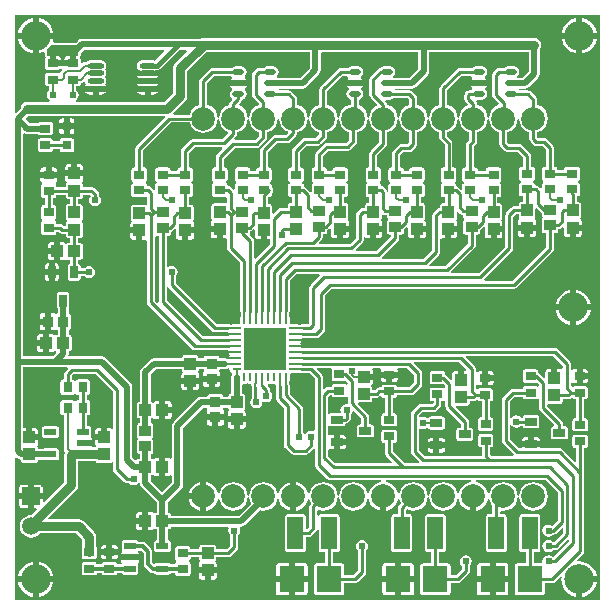
<source format=gtl>
G04 Layer_Physical_Order=1*
G04 Layer_Color=255*
%FSLAX25Y25*%
%MOIN*%
G70*
G01*
G75*
%ADD10R,0.03543X0.02756*%
%ADD11R,0.03150X0.03150*%
%ADD12R,0.03937X0.04134*%
%ADD13R,0.04134X0.03937*%
%ADD14R,0.03937X0.03543*%
%ADD15R,0.03937X0.02362*%
%ADD16R,0.03858X0.03425*%
%ADD17O,0.05512X0.01968*%
%ADD18R,0.05315X0.11024*%
%ADD19R,0.03937X0.02756*%
%ADD20R,0.03543X0.03150*%
%ADD21R,0.03150X0.03543*%
%ADD22O,0.03937X0.01968*%
%ADD23R,0.02559X0.03937*%
%ADD24R,0.08465X0.08858*%
%ADD25R,0.03740X0.03740*%
%ADD26R,0.03740X0.03740*%
%ADD27R,0.14370X0.14370*%
%ADD28O,0.00984X0.03150*%
%ADD29O,0.03150X0.00984*%
%ADD30C,0.01000*%
%ADD31C,0.02000*%
%ADD32C,0.03000*%
%ADD33C,0.00800*%
%ADD34C,0.00600*%
%ADD35C,0.01200*%
%ADD36C,0.01500*%
%ADD37C,0.09842*%
%ADD38C,0.05905*%
%ADD39R,0.05905X0.05905*%
%ADD40C,0.07874*%
%ADD41C,0.02400*%
G36*
X-27765Y160181D02*
X-27287Y159028D01*
X-26528Y158039D01*
X-25539Y157280D01*
X-24475Y156839D01*
Y154646D01*
X-24374Y154138D01*
X-24087Y153708D01*
X-23083Y152705D01*
X-22653Y152417D01*
X-22146Y152316D01*
X-20234D01*
X-19042Y151124D01*
Y145370D01*
X-19488D01*
X-19800Y145308D01*
X-20065Y145131D01*
X-20242Y144866D01*
X-20304Y144554D01*
Y141404D01*
X-20242Y141092D01*
X-20065Y140828D01*
X-19856Y140688D01*
X-19826Y140420D01*
X-19856Y140152D01*
X-20065Y140013D01*
X-20242Y139748D01*
X-20304Y139436D01*
Y138338D01*
X-20804Y138131D01*
X-21471Y138798D01*
X-21901Y139086D01*
X-22409Y139187D01*
X-22699D01*
Y139436D01*
X-22761Y139748D01*
X-22938Y140013D01*
X-23147Y140152D01*
X-23177Y140420D01*
X-23147Y140688D01*
X-22938Y140828D01*
X-22761Y141092D01*
X-22699Y141404D01*
Y144554D01*
X-22761Y144866D01*
X-22938Y145131D01*
X-23203Y145308D01*
X-23515Y145370D01*
X-23961D01*
Y149007D01*
X-24062Y149514D01*
X-24349Y149944D01*
X-27016Y152611D01*
X-27446Y152898D01*
X-27953Y152999D01*
X-31439D01*
X-31824Y153384D01*
Y156839D01*
X-30761Y157280D01*
X-29771Y158039D01*
X-29012Y159028D01*
X-28534Y160181D01*
X-28402Y161189D01*
X-27897D01*
X-27765Y160181D01*
D02*
G37*
G36*
X-148649Y122298D02*
X-148006D01*
Y100224D01*
X-147999Y100187D01*
X-148459Y99940D01*
X-149239Y100719D01*
Y121944D01*
X-149185Y122024D01*
X-148739Y122315D01*
X-148649Y122298D01*
D02*
G37*
G36*
X-47765Y160181D02*
X-47287Y159028D01*
X-46528Y158039D01*
X-45538Y157280D01*
X-44475Y156839D01*
Y154348D01*
X-45229Y153595D01*
X-45516Y153165D01*
X-45617Y152657D01*
Y145091D01*
X-46063D01*
X-46375Y145029D01*
X-46640Y144852D01*
X-46817Y144588D01*
X-46879Y144276D01*
Y141126D01*
X-46817Y140814D01*
X-46640Y140549D01*
X-46431Y140410D01*
X-46401Y140142D01*
X-46431Y139874D01*
X-46640Y139734D01*
X-46817Y139470D01*
X-46879Y139157D01*
Y137891D01*
X-47341Y137699D01*
X-48161Y138520D01*
X-48591Y138807D01*
X-48857Y138860D01*
Y139157D01*
X-48919Y139470D01*
X-49095Y139734D01*
X-49304Y139874D01*
X-49334Y140142D01*
X-49304Y140410D01*
X-49095Y140549D01*
X-48919Y140814D01*
X-48857Y141126D01*
Y144276D01*
X-48919Y144588D01*
X-49095Y144852D01*
X-49360Y145029D01*
X-49672Y145091D01*
X-50118D01*
Y153314D01*
X-50219Y153821D01*
X-50507Y154251D01*
X-51824Y155569D01*
Y156839D01*
X-50761Y157280D01*
X-49771Y158039D01*
X-49012Y159028D01*
X-48535Y160181D01*
X-48402Y161189D01*
X-47897D01*
X-47765Y160181D01*
D02*
G37*
G36*
X-87765D02*
X-87287Y159028D01*
X-86528Y158039D01*
X-85539Y157280D01*
X-84475Y156839D01*
Y154309D01*
X-85391Y153392D01*
X-91929D01*
X-92436Y153291D01*
X-92866Y153004D01*
X-95425Y150445D01*
X-95713Y150015D01*
X-95814Y149508D01*
Y145091D01*
X-96260D01*
X-96572Y145029D01*
X-96837Y144852D01*
X-97013Y144588D01*
X-97075Y144276D01*
Y141126D01*
X-97013Y140814D01*
X-96837Y140549D01*
X-96628Y140410D01*
X-96598Y140142D01*
X-96628Y139874D01*
X-96837Y139734D01*
X-97013Y139470D01*
X-97075Y139157D01*
Y137142D01*
X-97235Y137034D01*
X-97575Y136950D01*
X-99145Y138520D01*
X-99576Y138807D01*
X-99679Y138828D01*
Y139157D01*
X-99742Y139470D01*
X-99918Y139734D01*
X-100127Y139874D01*
X-100157Y140142D01*
X-100127Y140410D01*
X-99918Y140549D01*
X-99742Y140814D01*
X-99679Y141126D01*
Y144276D01*
X-99742Y144588D01*
X-99918Y144852D01*
X-100183Y145029D01*
X-100495Y145091D01*
X-100941D01*
Y150143D01*
X-98669Y152415D01*
X-94980D01*
X-94473Y152516D01*
X-94043Y152803D01*
X-92212Y154634D01*
X-91925Y155064D01*
X-91824Y155571D01*
Y156839D01*
X-90761Y157280D01*
X-89771Y158039D01*
X-89012Y159028D01*
X-88534Y160181D01*
X-88402Y161189D01*
X-87897D01*
X-87765Y160181D01*
D02*
G37*
G36*
X-67765D02*
X-67287Y159028D01*
X-66528Y158039D01*
X-65539Y157280D01*
X-64475Y156839D01*
Y153541D01*
X-65116Y152900D01*
X-67126D01*
X-67633Y152799D01*
X-68063Y152512D01*
X-69835Y150740D01*
X-70122Y150310D01*
X-70223Y149803D01*
Y145091D01*
X-70669D01*
X-70981Y145029D01*
X-71246Y144852D01*
X-71423Y144588D01*
X-71485Y144276D01*
Y141126D01*
X-71423Y140814D01*
X-71246Y140549D01*
X-71037Y140410D01*
X-71007Y140142D01*
X-71037Y139874D01*
X-71246Y139734D01*
X-71423Y139470D01*
X-71485Y139157D01*
Y137022D01*
X-71985Y136973D01*
X-72076Y137432D01*
X-72364Y137862D01*
X-73022Y138520D01*
X-73452Y138807D01*
X-73914Y138899D01*
Y139157D01*
X-73976Y139470D01*
X-74152Y139734D01*
X-74361Y139874D01*
X-74391Y140142D01*
X-74361Y140410D01*
X-74152Y140549D01*
X-73976Y140814D01*
X-73914Y141126D01*
Y144276D01*
X-73976Y144588D01*
X-74152Y144852D01*
X-74417Y145029D01*
X-74729Y145091D01*
X-75175D01*
Y149131D01*
X-72212Y152094D01*
X-71925Y152524D01*
X-71824Y153032D01*
Y156839D01*
X-70761Y157280D01*
X-69771Y158039D01*
X-69012Y159028D01*
X-68534Y160181D01*
X-68402Y161189D01*
X-67897D01*
X-67765Y160181D01*
D02*
G37*
G36*
X-117765D02*
X-117287Y159028D01*
X-116528Y158039D01*
X-115539Y157280D01*
X-114475Y156839D01*
Y155707D01*
X-115903Y154278D01*
X-122668D01*
X-122875Y154778D01*
X-122212Y155441D01*
X-121925Y155871D01*
X-121824Y156378D01*
Y156839D01*
X-120761Y157280D01*
X-119771Y158039D01*
X-119012Y159028D01*
X-118535Y160181D01*
X-118402Y161189D01*
X-117897D01*
X-117765Y160181D01*
D02*
G37*
G36*
X-145922Y161858D02*
X-155465Y152315D01*
X-155752Y151885D01*
X-155853Y151378D01*
Y145091D01*
X-156299D01*
X-156611Y145029D01*
X-156876Y144852D01*
X-157053Y144588D01*
X-157115Y144276D01*
Y141126D01*
X-157053Y140814D01*
X-156876Y140549D01*
X-156667Y140410D01*
X-156637Y140142D01*
X-156667Y139874D01*
X-156876Y139734D01*
X-157053Y139470D01*
X-157115Y139157D01*
Y136008D01*
X-157053Y135696D01*
X-156876Y135431D01*
X-156611Y135254D01*
X-156299Y135192D01*
X-152756D01*
X-152444Y135254D01*
X-152326Y135333D01*
X-151859Y135141D01*
X-151826Y135111D01*
Y132947D01*
X-152061Y132768D01*
X-152326Y132642D01*
X-152559Y132689D01*
X-156496D01*
X-156808Y132627D01*
X-157073Y132450D01*
X-157250Y132185D01*
X-157312Y131873D01*
Y127739D01*
X-157250Y127427D01*
X-157073Y127162D01*
X-157322Y126728D01*
X-157438Y126555D01*
X-157516Y126164D01*
Y125097D01*
X-154527D01*
Y124097D01*
X-153527D01*
Y121011D01*
X-152559D01*
X-152390Y121045D01*
X-151890Y120720D01*
Y100170D01*
X-151789Y99663D01*
X-151501Y99233D01*
X-136961Y84693D01*
X-136531Y84405D01*
X-136024Y84304D01*
X-125033D01*
X-124623Y83804D01*
X-124651Y83661D01*
X-124536Y83079D01*
X-124267Y82677D01*
X-124536Y82275D01*
X-124651Y81693D01*
X-124623Y81551D01*
X-125073Y81250D01*
X-125241Y81362D01*
X-125943Y81502D01*
X-127739D01*
Y81537D01*
X-127801Y81849D01*
X-127978Y82114D01*
X-128242Y82290D01*
X-128554Y82353D01*
X-132294D01*
X-132607Y82290D01*
X-132871Y82114D01*
X-133048Y81849D01*
X-133110Y81537D01*
Y81502D01*
X-134744D01*
Y81734D01*
X-134806Y82046D01*
X-134983Y82310D01*
X-135247Y82487D01*
X-135559Y82549D01*
X-139496D01*
X-139808Y82487D01*
X-140073Y82310D01*
X-140250Y82046D01*
X-140312Y81734D01*
Y81502D01*
X-149659D01*
X-150361Y81362D01*
X-150956Y80964D01*
X-153857Y78064D01*
X-154255Y77469D01*
X-154394Y76766D01*
Y66991D01*
X-154626D01*
X-154938Y66929D01*
X-155203Y66752D01*
X-155379Y66487D01*
X-155442Y66175D01*
Y62238D01*
X-155379Y61926D01*
X-155203Y61661D01*
X-154938Y61485D01*
X-154626Y61422D01*
X-154394D01*
Y59887D01*
X-154488D01*
X-154800Y59825D01*
X-155065Y59649D01*
X-155242Y59384D01*
X-155304Y59072D01*
Y55647D01*
X-155242Y55335D01*
X-155065Y55070D01*
X-154993Y55022D01*
Y54460D01*
X-155065Y54412D01*
X-155242Y54148D01*
X-155304Y53836D01*
Y50410D01*
X-155242Y50098D01*
X-155065Y49834D01*
X-154800Y49657D01*
X-154488Y49595D01*
X-154394D01*
Y48060D01*
X-154626D01*
X-154938Y47998D01*
X-155203Y47821D01*
X-155320Y47646D01*
X-155706Y47531D01*
X-155897Y47516D01*
X-156826Y48445D01*
Y71949D01*
X-156966Y72651D01*
X-157364Y73247D01*
X-165730Y81613D01*
X-166325Y82011D01*
X-167028Y82150D01*
X-177771D01*
X-177857Y82196D01*
X-178170Y82650D01*
X-178106Y82975D01*
Y83830D01*
X-177874D01*
X-177562Y83892D01*
X-177297Y84069D01*
X-177120Y84333D01*
X-177058Y84646D01*
Y88583D01*
X-177120Y88895D01*
X-177297Y89159D01*
X-177562Y89336D01*
X-177874Y89398D01*
X-178106D01*
Y91053D01*
X-178071D01*
X-177759Y91115D01*
X-177494Y91292D01*
X-177317Y91557D01*
X-177255Y91869D01*
Y95609D01*
X-177317Y95921D01*
X-177494Y96186D01*
X-177759Y96363D01*
X-178071Y96425D01*
X-178106D01*
Y98185D01*
X-178085Y98199D01*
X-177908Y98463D01*
X-177846Y98776D01*
Y102713D01*
X-177908Y103025D01*
X-178085Y103289D01*
X-178349Y103466D01*
X-178661Y103528D01*
X-181220D01*
X-181533Y103466D01*
X-181797Y103289D01*
X-181974Y103025D01*
X-182036Y102713D01*
Y98776D01*
X-181974Y98463D01*
X-181797Y98199D01*
X-181776Y98185D01*
Y96425D01*
X-181811D01*
X-182123Y96363D01*
X-182241Y96284D01*
X-182271Y96330D01*
X-182602Y96551D01*
X-182992Y96629D01*
X-183862D01*
Y93739D01*
Y90850D01*
X-182992D01*
X-182602Y90927D01*
X-182271Y91148D01*
X-182241Y91194D01*
X-182123Y91115D01*
X-181811Y91053D01*
X-181776D01*
Y89398D01*
X-182008D01*
X-182320Y89336D01*
X-182585Y89159D01*
X-183019Y89409D01*
X-183193Y89525D01*
X-183583Y89602D01*
X-184650D01*
Y86614D01*
Y83626D01*
X-183583D01*
X-183193Y83704D01*
X-183019Y83819D01*
X-182778Y83958D01*
X-182366Y83766D01*
X-182253Y83258D01*
X-183361Y82150D01*
X-193228D01*
Y156238D01*
X-192731Y156507D01*
X-192533Y156375D01*
X-191831Y156236D01*
X-188255D01*
X-188175Y156116D01*
X-187911Y155939D01*
X-187598Y155877D01*
X-184055D01*
X-183743Y155939D01*
X-183478Y156116D01*
X-183301Y156381D01*
X-183239Y156693D01*
Y159449D01*
X-183301Y159761D01*
X-183478Y160026D01*
X-183743Y160202D01*
X-184055Y160265D01*
X-187598D01*
X-187911Y160202D01*
X-188175Y160026D01*
X-188255Y159906D01*
X-191070D01*
X-192488Y161323D01*
X-191522Y162320D01*
X-146113D01*
X-145922Y161858D01*
D02*
G37*
G36*
X-101240Y76531D02*
X-100732Y76430D01*
X-97681D01*
X-96026Y74775D01*
Y57501D01*
X-96526Y57229D01*
X-97201Y57364D01*
X-97981Y57208D01*
X-98643Y56766D01*
X-99004Y56226D01*
X-99205Y56185D01*
X-99422Y56191D01*
X-99559Y56226D01*
X-99936Y56789D01*
X-100052Y56867D01*
Y64329D01*
X-99975Y64717D01*
X-100076Y65224D01*
X-100364Y65654D01*
X-104383Y69673D01*
Y72424D01*
X-104484Y72932D01*
X-104587Y73086D01*
Y73467D01*
X-104491Y73610D01*
X-104391Y74114D01*
Y75960D01*
X-104272Y76319D01*
X-103913Y76438D01*
X-102067D01*
X-101563Y76539D01*
X-101420Y76634D01*
X-101394D01*
X-101240Y76531D01*
D02*
G37*
G36*
X-107765Y160181D02*
X-107287Y159028D01*
X-106528Y158039D01*
X-105539Y157280D01*
X-105106Y157100D01*
X-105009Y156610D01*
X-105667Y155951D01*
X-109153D01*
X-109661Y155851D01*
X-110091Y155563D01*
X-113936Y151718D01*
X-114224Y151288D01*
X-114324Y150780D01*
Y145091D01*
X-114771D01*
X-115083Y145029D01*
X-115347Y144852D01*
X-115524Y144588D01*
X-115586Y144276D01*
Y144026D01*
X-117491D01*
Y144276D01*
X-117553Y144588D01*
X-117730Y144852D01*
X-117995Y145029D01*
X-118307Y145091D01*
X-121850D01*
X-122162Y145029D01*
X-122427Y144852D01*
X-122604Y144588D01*
X-122666Y144276D01*
Y141126D01*
X-122604Y140814D01*
X-122427Y140549D01*
X-122218Y140410D01*
X-122188Y140142D01*
X-122218Y139874D01*
X-122427Y139734D01*
X-122604Y139470D01*
X-122666Y139157D01*
Y137817D01*
X-123155Y137664D01*
X-123166Y137664D01*
X-124064Y138562D01*
X-124494Y138849D01*
X-125001Y138950D01*
X-125113D01*
Y139199D01*
X-125176Y139511D01*
X-125352Y139776D01*
X-125561Y139916D01*
X-125591Y140183D01*
X-125561Y140452D01*
X-125352Y140591D01*
X-125176Y140856D01*
X-125113Y141168D01*
Y144317D01*
X-125176Y144630D01*
X-125352Y144894D01*
X-125617Y145071D01*
X-125929Y145133D01*
X-126375D01*
Y148030D01*
X-122778Y151627D01*
X-115354D01*
X-114847Y151728D01*
X-114417Y152015D01*
X-112212Y154220D01*
X-111925Y154650D01*
X-111824Y155157D01*
Y156839D01*
X-110761Y157280D01*
X-109771Y158039D01*
X-109012Y159028D01*
X-108535Y160181D01*
X-108402Y161189D01*
X-107897D01*
X-107765Y160181D01*
D02*
G37*
G36*
X-94301Y109099D02*
X-97438Y105962D01*
X-97725Y105532D01*
X-97826Y105024D01*
Y93123D01*
X-98088Y92861D01*
X-100000D01*
X-100507Y92760D01*
X-100661Y92657D01*
X-101420D01*
X-101563Y92753D01*
X-102067Y92853D01*
X-103913D01*
X-104272Y92972D01*
X-104391Y93331D01*
Y95177D01*
X-104491Y95681D01*
X-104587Y95824D01*
Y96583D01*
X-104484Y96737D01*
X-104383Y97244D01*
Y107423D01*
X-102208Y109599D01*
X-94508D01*
X-94301Y109099D01*
D02*
G37*
G36*
X-97765Y160181D02*
X-97287Y159028D01*
X-96528Y158039D01*
X-95539Y157280D01*
X-94475Y156839D01*
Y156120D01*
X-95529Y155066D01*
X-99218D01*
X-99726Y154965D01*
X-100156Y154677D01*
X-103204Y151629D01*
X-103491Y151199D01*
X-103592Y150692D01*
Y145091D01*
X-104038D01*
X-104350Y145029D01*
X-104615Y144852D01*
X-104792Y144588D01*
X-104854Y144276D01*
Y141126D01*
X-104792Y140814D01*
X-104615Y140549D01*
X-104406Y140410D01*
X-104376Y140142D01*
X-104406Y139874D01*
X-104615Y139734D01*
X-104792Y139470D01*
X-104854Y139157D01*
Y136008D01*
X-104792Y135696D01*
X-104615Y135431D01*
X-104350Y135254D01*
X-104038Y135192D01*
X-103592D01*
Y133173D01*
X-104235D01*
X-104547Y133111D01*
X-104812Y132934D01*
X-104989Y132669D01*
X-105051Y132357D01*
Y131616D01*
X-107308D01*
X-107815Y131515D01*
X-108245Y131228D01*
X-109753Y129720D01*
X-110215Y129911D01*
Y132034D01*
X-110277Y132347D01*
X-110454Y132611D01*
X-110718Y132788D01*
X-111030Y132850D01*
X-111673D01*
Y135192D01*
X-111227D01*
X-110915Y135254D01*
X-110651Y135431D01*
X-110474Y135696D01*
X-110412Y136008D01*
Y136524D01*
X-110290Y136645D01*
X-110003Y137075D01*
X-109902Y137583D01*
X-110003Y138090D01*
X-110290Y138520D01*
X-110412Y138601D01*
Y139157D01*
X-110474Y139470D01*
X-110651Y139734D01*
X-110859Y139874D01*
X-110889Y140142D01*
X-110859Y140410D01*
X-110651Y140549D01*
X-110474Y140814D01*
X-110412Y141126D01*
Y144276D01*
X-110474Y144588D01*
X-110651Y144852D01*
X-110915Y145029D01*
X-111227Y145091D01*
X-111673D01*
Y150232D01*
X-108605Y153300D01*
X-105118D01*
X-104611Y153401D01*
X-104181Y153689D01*
X-102212Y155657D01*
X-101925Y156087D01*
X-101824Y156595D01*
Y156839D01*
X-100761Y157280D01*
X-99771Y158039D01*
X-99012Y159028D01*
X-98535Y160181D01*
X-98402Y161189D01*
X-97897D01*
X-97765Y160181D01*
D02*
G37*
G36*
X-57765D02*
X-57287Y159028D01*
X-56528Y158039D01*
X-55538Y157280D01*
X-54475Y156839D01*
Y155020D01*
X-54374Y154512D01*
X-54087Y154082D01*
X-52769Y152765D01*
Y145091D01*
X-53215D01*
X-53528Y145029D01*
X-53792Y144852D01*
X-53969Y144588D01*
X-54031Y144276D01*
Y141126D01*
X-53969Y140814D01*
X-53792Y140549D01*
X-53584Y140410D01*
X-53553Y140142D01*
X-53584Y139874D01*
X-53792Y139734D01*
X-53969Y139470D01*
X-54031Y139157D01*
Y136008D01*
X-53969Y135696D01*
X-53792Y135431D01*
X-53528Y135254D01*
X-53215Y135192D01*
X-52769D01*
Y133198D01*
X-53445D01*
X-53757Y133135D01*
X-54022Y132959D01*
X-54198Y132694D01*
X-54261Y132382D01*
Y131640D01*
X-54331D01*
X-54838Y131539D01*
X-55268Y131252D01*
X-56449Y130071D01*
X-56736Y129641D01*
X-56837Y129134D01*
Y117478D01*
X-59666Y114650D01*
X-73494D01*
X-73701Y115150D01*
X-68221Y120630D01*
X-67934Y121060D01*
X-67833Y121567D01*
X-67833Y121567D01*
Y122691D01*
X-67190D01*
X-66878Y122753D01*
X-66613Y122930D01*
X-66436Y123195D01*
X-66374Y123507D01*
Y124260D01*
X-66253Y124341D01*
X-65457Y125137D01*
X-64995Y124946D01*
Y122515D01*
X-64917Y122125D01*
X-64696Y121794D01*
X-64366Y121573D01*
X-63975Y121495D01*
X-63007D01*
Y124582D01*
X-62007D01*
Y125582D01*
X-59019D01*
Y126649D01*
X-59096Y127039D01*
X-59212Y127212D01*
X-59462Y127647D01*
X-59285Y127911D01*
X-59223Y128223D01*
Y132357D01*
X-59285Y132669D01*
X-59462Y132934D01*
X-59726Y133111D01*
X-60038Y133173D01*
X-60681D01*
Y135192D01*
X-60235D01*
X-59923Y135254D01*
X-59658Y135431D01*
X-59482Y135696D01*
X-59420Y136008D01*
Y139157D01*
X-59482Y139470D01*
X-59658Y139734D01*
X-59867Y139874D01*
X-59897Y140142D01*
X-59867Y140410D01*
X-59658Y140549D01*
X-59482Y140814D01*
X-59420Y141126D01*
Y144276D01*
X-59482Y144588D01*
X-59658Y144852D01*
X-59923Y145029D01*
X-60235Y145091D01*
X-63779D01*
X-64091Y145029D01*
X-64355Y144852D01*
X-64532Y144588D01*
X-64594Y144276D01*
Y144026D01*
X-66310D01*
Y144276D01*
X-66372Y144588D01*
X-66549Y144852D01*
X-66814Y145029D01*
X-67126Y145091D01*
X-67572D01*
Y149254D01*
X-66577Y150249D01*
X-64567D01*
X-64060Y150350D01*
X-63630Y150638D01*
X-62212Y152055D01*
X-61925Y152485D01*
X-61824Y152992D01*
Y156839D01*
X-60761Y157280D01*
X-59771Y158039D01*
X-59012Y159028D01*
X-58534Y160181D01*
X-58402Y161189D01*
X-57898D01*
X-57765Y160181D01*
D02*
G37*
G36*
X-44002Y40301D02*
X-44439Y40243D01*
X-45640Y39746D01*
X-46671Y38954D01*
X-47462Y37923D01*
X-47960Y36722D01*
X-47998Y36427D01*
X-48503D01*
X-48535Y36670D01*
X-49012Y37822D01*
X-49771Y38811D01*
X-50761Y39571D01*
X-51913Y40048D01*
X-53150Y40211D01*
X-54386Y40048D01*
X-55539Y39571D01*
X-56528Y38811D01*
X-57288Y37822D01*
X-57765Y36670D01*
X-57898Y35661D01*
X-58402D01*
X-58535Y36670D01*
X-59012Y37822D01*
X-59771Y38811D01*
X-60761Y39571D01*
X-61913Y40048D01*
X-63150Y40211D01*
X-64386Y40048D01*
X-65539Y39571D01*
X-66528Y38811D01*
X-67287Y37822D01*
X-67765Y36670D01*
X-67797Y36427D01*
X-68301D01*
X-68340Y36722D01*
X-68837Y37923D01*
X-69629Y38954D01*
X-70660Y39746D01*
X-71861Y40243D01*
X-72298Y40301D01*
X-72265Y40800D01*
X-44035D01*
X-44002Y40301D01*
D02*
G37*
G36*
X-72977Y129369D02*
X-72470Y129268D01*
X-71943D01*
Y128822D01*
X-71881Y128510D01*
X-71704Y128245D01*
X-71677Y128227D01*
Y127645D01*
X-71704Y127627D01*
X-71881Y127362D01*
X-71943Y127050D01*
Y123507D01*
X-71881Y123195D01*
X-71704Y122930D01*
X-71439Y122753D01*
X-71127Y122691D01*
X-70484D01*
Y122116D01*
X-75450Y117150D01*
X-82237D01*
X-82444Y117650D01*
X-80165Y119929D01*
X-79878Y120359D01*
X-79777Y120866D01*
Y121763D01*
X-79277Y121914D01*
X-79196Y121794D01*
X-78866Y121573D01*
X-78475Y121495D01*
X-77507D01*
Y124582D01*
X-76507D01*
Y125582D01*
X-73519D01*
Y126649D01*
X-73596Y127039D01*
X-73712Y127212D01*
X-73962Y127647D01*
X-73785Y127911D01*
X-73723Y128223D01*
Y129297D01*
X-73223Y129533D01*
X-72977Y129369D01*
D02*
G37*
G36*
X-126830Y151324D02*
X-128638Y149516D01*
X-128925Y149086D01*
X-129026Y148579D01*
Y145133D01*
X-129472D01*
X-129785Y145071D01*
X-130049Y144894D01*
X-130226Y144630D01*
X-130288Y144317D01*
Y141168D01*
X-130226Y140856D01*
X-130049Y140591D01*
X-129841Y140452D01*
X-129810Y140183D01*
X-129841Y139916D01*
X-130049Y139776D01*
X-130226Y139511D01*
X-130288Y139199D01*
Y136050D01*
X-130226Y135738D01*
X-130049Y135473D01*
X-129785Y135296D01*
X-129472Y135234D01*
X-125929D01*
X-125926Y135234D01*
X-125426Y134868D01*
Y133358D01*
X-125732Y133107D01*
X-129669D01*
X-129981Y133045D01*
X-130246Y132868D01*
X-130423Y132604D01*
X-130485Y132291D01*
Y128157D01*
X-130423Y127845D01*
X-130246Y127581D01*
X-130496Y127146D01*
X-130611Y126973D01*
X-130689Y126583D01*
Y125516D01*
X-127701D01*
Y124516D01*
X-126701D01*
Y121429D01*
X-125732D01*
X-125400Y121156D01*
Y118398D01*
X-125299Y117891D01*
X-125012Y117461D01*
X-120814Y113263D01*
Y97137D01*
X-120713Y96630D01*
X-120610Y96476D01*
Y95824D01*
X-120705Y95681D01*
X-120806Y95177D01*
Y93331D01*
X-120925Y92972D01*
X-121284Y92853D01*
X-123130D01*
X-123634Y92753D01*
X-123777Y92657D01*
X-124139D01*
X-124294Y92760D01*
X-124801Y92861D01*
X-128763D01*
X-142375Y106473D01*
Y108716D01*
X-142259Y108794D01*
X-141817Y109456D01*
X-141662Y110236D01*
X-141817Y111017D01*
X-142259Y111678D01*
X-142920Y112120D01*
X-143701Y112275D01*
X-144481Y112120D01*
X-144855Y111870D01*
X-145355Y112138D01*
Y122298D01*
X-144712D01*
X-144400Y122360D01*
X-144135Y122536D01*
X-143958Y122801D01*
X-143896Y123113D01*
Y123662D01*
X-143469Y123948D01*
X-142677Y124740D01*
X-142216Y124548D01*
Y122030D01*
X-142138Y121640D01*
X-141917Y121309D01*
X-141586Y121089D01*
X-141196Y121011D01*
X-140227D01*
Y124098D01*
X-139227D01*
Y125098D01*
X-136239D01*
Y126164D01*
X-136317Y126555D01*
X-136433Y126728D01*
X-136682Y127162D01*
X-136505Y127427D01*
X-136443Y127739D01*
Y131873D01*
X-136505Y132185D01*
X-136682Y132450D01*
X-136947Y132627D01*
X-137259Y132689D01*
X-137902D01*
Y135192D01*
X-137456D01*
X-137144Y135254D01*
X-136879Y135431D01*
X-136702Y135696D01*
X-136640Y136008D01*
Y139157D01*
X-136702Y139470D01*
X-136879Y139734D01*
X-137088Y139874D01*
X-137118Y140142D01*
X-137088Y140410D01*
X-136879Y140549D01*
X-136702Y140814D01*
X-136640Y141126D01*
Y144276D01*
X-136702Y144588D01*
X-136879Y144852D01*
X-137144Y145029D01*
X-137456Y145091D01*
X-137902D01*
Y149987D01*
X-136065Y151824D01*
X-127037D01*
X-126830Y151324D01*
D02*
G37*
G36*
X-77765Y160181D02*
X-77287Y159028D01*
X-76528Y158039D01*
X-75538Y157280D01*
X-74475Y156839D01*
Y153580D01*
X-77438Y150618D01*
X-77725Y150188D01*
X-77826Y149680D01*
Y145091D01*
X-78272D01*
X-78585Y145029D01*
X-78849Y144852D01*
X-79026Y144588D01*
X-79088Y144276D01*
Y141126D01*
X-79026Y140814D01*
X-78849Y140549D01*
X-78641Y140410D01*
X-78610Y140142D01*
X-78641Y139874D01*
X-78849Y139734D01*
X-79026Y139470D01*
X-79088Y139157D01*
Y136008D01*
X-79026Y135696D01*
X-78849Y135431D01*
X-78585Y135254D01*
X-78272Y135192D01*
X-77996D01*
X-77832Y134724D01*
Y133173D01*
X-78475D01*
X-78787Y133111D01*
X-79052Y132934D01*
X-79229Y132669D01*
X-79291Y132357D01*
Y131616D01*
X-80044D01*
X-80551Y131515D01*
X-80981Y131228D01*
X-82040Y130169D01*
X-82327Y129739D01*
X-82428Y129232D01*
Y121415D01*
X-84393Y119450D01*
X-94547D01*
X-94739Y119912D01*
X-93784Y120867D01*
X-93497Y121297D01*
X-93396Y121804D01*
Y122782D01*
X-92753D01*
X-92441Y122844D01*
X-92176Y123021D01*
X-91999Y123285D01*
X-91937Y123597D01*
Y124125D01*
X-91840Y124144D01*
X-91410Y124432D01*
X-91020Y124822D01*
X-90558Y124631D01*
Y122515D01*
X-90480Y122125D01*
X-90259Y121794D01*
X-89929Y121573D01*
X-89538Y121495D01*
X-88570D01*
Y124582D01*
X-87570D01*
Y125582D01*
X-84582D01*
Y126649D01*
X-84659Y127039D01*
X-84775Y127212D01*
X-85025Y127647D01*
X-84848Y127911D01*
X-84786Y128223D01*
Y132357D01*
X-84848Y132669D01*
X-85025Y132934D01*
X-85289Y133111D01*
X-85601Y133173D01*
X-86244D01*
Y135192D01*
X-85798D01*
X-85486Y135254D01*
X-85221Y135431D01*
X-85045Y135696D01*
X-84983Y136008D01*
Y139157D01*
X-85045Y139470D01*
X-85221Y139734D01*
X-85430Y139874D01*
X-85460Y140142D01*
X-85430Y140410D01*
X-85221Y140549D01*
X-85045Y140814D01*
X-84983Y141126D01*
Y144276D01*
X-85045Y144588D01*
X-85221Y144852D01*
X-85486Y145029D01*
X-85798Y145091D01*
X-89341D01*
X-89654Y145029D01*
X-89918Y144852D01*
X-90095Y144588D01*
X-90157Y144276D01*
Y144026D01*
X-91901D01*
Y144276D01*
X-91963Y144588D01*
X-92140Y144852D01*
X-92404Y145029D01*
X-92716Y145091D01*
X-93163D01*
Y148959D01*
X-91380Y150742D01*
X-84842D01*
X-84335Y150842D01*
X-83905Y151130D01*
X-82212Y152823D01*
X-81925Y153253D01*
X-81824Y153760D01*
Y156839D01*
X-80761Y157280D01*
X-79771Y158039D01*
X-79012Y159028D01*
X-78535Y160181D01*
X-78402Y161189D01*
X-77898D01*
X-77765Y160181D01*
D02*
G37*
G36*
X-803Y803D02*
X-196048D01*
Y48311D01*
X-195586Y48502D01*
X-195294Y48210D01*
X-194698Y47812D01*
X-193996Y47673D01*
X-193931D01*
Y47441D01*
X-193869Y47129D01*
X-193692Y46864D01*
X-193427Y46687D01*
X-193115Y46625D01*
X-189178D01*
X-188866Y46687D01*
X-188601Y46864D01*
X-188425Y47129D01*
X-188363Y47441D01*
Y47673D01*
X-186571D01*
X-186422Y47573D01*
X-186110Y47511D01*
X-182173D01*
X-181861Y47573D01*
X-181597Y47750D01*
X-181420Y48015D01*
X-181358Y48327D01*
Y50689D01*
X-181420Y51001D01*
X-181597Y51266D01*
X-181861Y51443D01*
X-182173Y51505D01*
X-186110D01*
X-186422Y51443D01*
X-186571Y51343D01*
X-188363D01*
Y51575D01*
X-188425Y51887D01*
X-188601Y52152D01*
X-188352Y52586D01*
X-188236Y52759D01*
X-188159Y53150D01*
Y54216D01*
X-191147D01*
Y55216D01*
X-192147D01*
Y58303D01*
X-193115D01*
X-193228Y58395D01*
Y78480D01*
X-178627D01*
X-178420Y77980D01*
X-179370Y77029D01*
X-179658Y76599D01*
X-179759Y76092D01*
Y74438D01*
X-180008D01*
X-180320Y74376D01*
X-180585Y74199D01*
X-180762Y73934D01*
X-180824Y73622D01*
Y70079D01*
X-180762Y69767D01*
X-180585Y69502D01*
X-180320Y69325D01*
X-180008Y69263D01*
X-176858D01*
X-176546Y69325D01*
X-176281Y69502D01*
X-176142Y69711D01*
X-175874Y69741D01*
X-175606Y69711D01*
X-175467Y69502D01*
X-175202Y69325D01*
X-174890Y69263D01*
X-174641D01*
Y67636D01*
X-174890D01*
X-175202Y67573D01*
X-175467Y67397D01*
X-175606Y67188D01*
X-175874Y67158D01*
X-176142Y67188D01*
X-176281Y67397D01*
X-176546Y67573D01*
X-176858Y67636D01*
X-180008D01*
X-180320Y67573D01*
X-180585Y67397D01*
X-180762Y67132D01*
X-180824Y66820D01*
Y63277D01*
X-180762Y62964D01*
X-180585Y62700D01*
X-180320Y62523D01*
X-180008Y62461D01*
X-179657D01*
Y51169D01*
X-179563Y50701D01*
X-179298Y50304D01*
X-179201Y50207D01*
X-179332Y50012D01*
X-179510Y49114D01*
Y40184D01*
X-186117Y33577D01*
X-186579Y33769D01*
Y34433D01*
X-189551D01*
Y31461D01*
X-188887D01*
X-188696Y30999D01*
X-190485Y29210D01*
X-190551Y29218D01*
X-191531Y29089D01*
X-192444Y28711D01*
X-193228Y28110D01*
X-193829Y27326D01*
X-194207Y26413D01*
X-194336Y25433D01*
X-194207Y24453D01*
X-193829Y23540D01*
X-193228Y22757D01*
X-192444Y22155D01*
X-191531Y21777D01*
X-190551Y21648D01*
X-189571Y21777D01*
X-188659Y22155D01*
X-187875Y22757D01*
X-187620Y23088D01*
X-175681D01*
X-173504Y20912D01*
Y18835D01*
X-173508Y18833D01*
X-173685Y18568D01*
X-173747Y18256D01*
Y15500D01*
X-173685Y15188D01*
X-173508Y14923D01*
X-173243Y14746D01*
X-172931Y14684D01*
X-171921D01*
X-171160Y14533D01*
X-170398Y14684D01*
X-169388D01*
X-169076Y14746D01*
X-168811Y14923D01*
X-168634Y15188D01*
X-168572Y15500D01*
Y18256D01*
X-168634Y18568D01*
X-168811Y18833D01*
X-168814Y18835D01*
Y21883D01*
X-168993Y22781D01*
X-169501Y23541D01*
X-169501Y23541D01*
X-173051Y27091D01*
X-173812Y27600D01*
X-174709Y27778D01*
X-184630D01*
X-184821Y28240D01*
X-175507Y37554D01*
X-175507Y37554D01*
X-174999Y38315D01*
X-174820Y39213D01*
Y47163D01*
X-169039D01*
X-169032Y47129D01*
X-168855Y46864D01*
X-168591Y46687D01*
X-168279Y46625D01*
X-164342D01*
X-164029Y46687D01*
X-163765Y46864D01*
X-163726Y46922D01*
X-163226Y46770D01*
Y44524D01*
X-163125Y44017D01*
X-162838Y43587D01*
X-159538Y40287D01*
X-159108Y40000D01*
X-158601Y39899D01*
X-157921D01*
X-157843Y39783D01*
X-157181Y39340D01*
X-156401Y39185D01*
X-155620Y39340D01*
X-154959Y39783D01*
X-154882Y39897D01*
X-154355Y39786D01*
X-154255Y39280D01*
X-153857Y38685D01*
X-148650Y33478D01*
Y30013D01*
X-148882D01*
X-149194Y29951D01*
X-149459Y29775D01*
X-149893Y30024D01*
X-150066Y30140D01*
X-150457Y30217D01*
X-151524D01*
Y27229D01*
Y24241D01*
X-150457D01*
X-150066Y24319D01*
X-149893Y24435D01*
X-149459Y24684D01*
X-149194Y24507D01*
X-148882Y24445D01*
X-148650D01*
Y20843D01*
X-148784D01*
X-149096Y20781D01*
X-149360Y20604D01*
X-149537Y20340D01*
X-149599Y20028D01*
Y17665D01*
X-149537Y17353D01*
X-149360Y17089D01*
X-149096Y16912D01*
X-148784Y16850D01*
X-144846D01*
X-144534Y16912D01*
X-144270Y17089D01*
X-144093Y17353D01*
X-144031Y17665D01*
Y20028D01*
X-144093Y20340D01*
X-144270Y20604D01*
X-144534Y20781D01*
X-144846Y20843D01*
X-144980D01*
Y24445D01*
X-144748D01*
X-144436Y24507D01*
X-144171Y24684D01*
X-143994Y24949D01*
X-143932Y25261D01*
Y25394D01*
X-124900D01*
X-124665Y24953D01*
X-124770Y24796D01*
X-124925Y24016D01*
X-124770Y23235D01*
X-124328Y22574D01*
X-124211Y22496D01*
Y19002D01*
X-125403Y17810D01*
X-128917D01*
Y18551D01*
X-128979Y18863D01*
X-129156Y19128D01*
X-129420Y19305D01*
X-129732Y19367D01*
X-133669D01*
X-133981Y19305D01*
X-134246Y19128D01*
X-134423Y18863D01*
X-134485Y18551D01*
Y17810D01*
X-137420D01*
Y18059D01*
X-137482Y18371D01*
X-137659Y18636D01*
X-137923Y18813D01*
X-138235Y18875D01*
X-141779D01*
X-142091Y18813D01*
X-142355Y18636D01*
X-142532Y18371D01*
X-142594Y18059D01*
Y14909D01*
X-142532Y14597D01*
X-142355Y14333D01*
X-142147Y14193D01*
X-142116Y13925D01*
X-142147Y13657D01*
X-142355Y13518D01*
X-142532Y13253D01*
X-142594Y12941D01*
Y12794D01*
X-144080D01*
X-144093Y12859D01*
X-144270Y13124D01*
X-144534Y13301D01*
X-144846Y13363D01*
X-148784D01*
X-149096Y13301D01*
X-149360Y13124D01*
X-149744Y13086D01*
X-150173Y13516D01*
Y17068D01*
X-150173Y17068D01*
X-150282Y17615D01*
X-150591Y18078D01*
X-150592Y18078D01*
X-152369Y19856D01*
X-152832Y20165D01*
X-153379Y20274D01*
X-153379Y20274D01*
X-154907D01*
X-154920Y20340D01*
X-155096Y20604D01*
X-155361Y20781D01*
X-155673Y20843D01*
X-159610D01*
X-159922Y20781D01*
X-160187Y20604D01*
X-160364Y20340D01*
X-160426Y20028D01*
Y17665D01*
X-160364Y17353D01*
X-160195Y17100D01*
X-160331Y17008D01*
X-160552Y16678D01*
X-160630Y16287D01*
Y16106D01*
X-157642D01*
X-154654D01*
Y16287D01*
X-154731Y16678D01*
X-154893Y16919D01*
X-154790Y17245D01*
X-154671Y17419D01*
X-153970D01*
X-153028Y16477D01*
Y12924D01*
X-153028Y12924D01*
X-152920Y12378D01*
X-152610Y11915D01*
X-151052Y10357D01*
X-151052Y10357D01*
X-150589Y10047D01*
X-150042Y9939D01*
X-150042Y9939D01*
X-149550D01*
X-149537Y9873D01*
X-149360Y9608D01*
X-149096Y9431D01*
X-148784Y9369D01*
X-144846D01*
X-144534Y9431D01*
X-144270Y9608D01*
X-144093Y9873D01*
X-144080Y9939D01*
X-142594D01*
Y9791D01*
X-142532Y9479D01*
X-142355Y9215D01*
X-142091Y9038D01*
X-141779Y8976D01*
X-138235D01*
X-137923Y9038D01*
X-137659Y9215D01*
X-137482Y9479D01*
X-137420Y9791D01*
Y12941D01*
X-137482Y13253D01*
X-137659Y13518D01*
X-137867Y13657D01*
X-137897Y13925D01*
X-137867Y14193D01*
X-137659Y14333D01*
X-137482Y14597D01*
X-137420Y14909D01*
Y15159D01*
X-134485D01*
Y14417D01*
X-134423Y14105D01*
X-134246Y13841D01*
X-134495Y13406D01*
X-134611Y13233D01*
X-134689Y12843D01*
Y11776D01*
X-128713D01*
Y12843D01*
X-128790Y13233D01*
X-128906Y13406D01*
X-129156Y13841D01*
X-128979Y14105D01*
X-128917Y14417D01*
Y15159D01*
X-124854D01*
X-124347Y15260D01*
X-123917Y15547D01*
X-121949Y17515D01*
X-121661Y17945D01*
X-121560Y18453D01*
Y22496D01*
X-121444Y22574D01*
X-121002Y23235D01*
X-120847Y24016D01*
X-121002Y24796D01*
X-121107Y24953D01*
X-120871Y25394D01*
X-120566D01*
X-119864Y25534D01*
X-119268Y25932D01*
X-114382Y30817D01*
X-113150Y30655D01*
X-111913Y30818D01*
X-110761Y31295D01*
X-109771Y32055D01*
X-109012Y33044D01*
X-108535Y34196D01*
X-108503Y34439D01*
X-107999D01*
X-107960Y34144D01*
X-107462Y32943D01*
X-106671Y31912D01*
X-105640Y31121D01*
X-104439Y30623D01*
X-104150Y30585D01*
Y35433D01*
Y40281D01*
X-104439Y40243D01*
X-105640Y39746D01*
X-106671Y38954D01*
X-107462Y37923D01*
X-107960Y36722D01*
X-107999Y36427D01*
X-108503D01*
X-108535Y36670D01*
X-109012Y37822D01*
X-109771Y38811D01*
X-110761Y39571D01*
X-111913Y40048D01*
X-113150Y40211D01*
X-114386Y40048D01*
X-115539Y39571D01*
X-116528Y38811D01*
X-117288Y37822D01*
X-117765Y36670D01*
X-117892Y35703D01*
X-117898Y35661D01*
X-118402D01*
X-118407Y35703D01*
X-118535Y36670D01*
X-119012Y37822D01*
X-119771Y38811D01*
X-120761Y39571D01*
X-121913Y40048D01*
X-123150Y40211D01*
X-124386Y40048D01*
X-125539Y39571D01*
X-126528Y38811D01*
X-127287Y37822D01*
X-127765Y36670D01*
X-127797Y36427D01*
X-128301D01*
X-128340Y36722D01*
X-128837Y37923D01*
X-129629Y38954D01*
X-130660Y39746D01*
X-131861Y40243D01*
X-132150Y40281D01*
Y35433D01*
Y30585D01*
X-131861Y30623D01*
X-130660Y31121D01*
X-129629Y31912D01*
X-128837Y32943D01*
X-128340Y34144D01*
X-128301Y34439D01*
X-127797D01*
X-127765Y34196D01*
X-127287Y33044D01*
X-126528Y32055D01*
X-125539Y31295D01*
X-124386Y30818D01*
X-123150Y30655D01*
X-121913Y30818D01*
X-120761Y31295D01*
X-119771Y32055D01*
X-119012Y33044D01*
X-118535Y34196D01*
X-118407Y35164D01*
X-118402Y35205D01*
X-117898D01*
X-117892Y35164D01*
X-117765Y34196D01*
X-117305Y33086D01*
X-121326Y29065D01*
X-143932D01*
Y29198D01*
X-143994Y29510D01*
X-144171Y29775D01*
X-144436Y29951D01*
X-144748Y30013D01*
X-144980D01*
Y33478D01*
X-140503Y37955D01*
X-140105Y38550D01*
X-139965Y39253D01*
Y58264D01*
X-133241Y64989D01*
X-131890D01*
Y64954D01*
X-131828Y64642D01*
X-131749Y64525D01*
X-131795Y64494D01*
X-132016Y64163D01*
X-132094Y63773D01*
Y62903D01*
X-129204D01*
X-126314D01*
Y63773D01*
X-126392Y64163D01*
X-126613Y64494D01*
X-126659Y64525D01*
X-126581Y64642D01*
X-126518Y64954D01*
Y64989D01*
X-124831D01*
Y64758D01*
X-124769Y64445D01*
X-124592Y64181D01*
X-124842Y63746D01*
X-124958Y63573D01*
X-125035Y63183D01*
Y62116D01*
X-119059D01*
Y63183D01*
X-119137Y63573D01*
X-119253Y63746D01*
X-119502Y64181D01*
X-119325Y64445D01*
X-119263Y64758D01*
Y68891D01*
X-119325Y69204D01*
X-119502Y69468D01*
X-119767Y69645D01*
X-120079Y69707D01*
X-120212D01*
Y72488D01*
X-119712Y72841D01*
X-119488Y72797D01*
X-118984Y72897D01*
X-118900Y72953D01*
X-118504Y73156D01*
X-118108Y72953D01*
X-118024Y72897D01*
X-117520Y72797D01*
X-117404Y72820D01*
X-117283Y72763D01*
X-117132Y72582D01*
X-117016Y72387D01*
X-117108Y71924D01*
Y68094D01*
X-117435Y67605D01*
X-117590Y66824D01*
X-117435Y66044D01*
X-116993Y65382D01*
X-116332Y64940D01*
X-115551Y64785D01*
X-114771Y64940D01*
X-114109Y65382D01*
X-113667Y66044D01*
X-113523Y66771D01*
X-113093Y67086D01*
X-112985Y67014D01*
X-112205Y66859D01*
X-111424Y67014D01*
X-110763Y67456D01*
X-110321Y68117D01*
X-110166Y68898D01*
X-110321Y69678D01*
X-110763Y70340D01*
X-110879Y70417D01*
Y70928D01*
X-110980Y71436D01*
X-111267Y71866D01*
X-111709Y72307D01*
X-111667Y72522D01*
X-111512Y72817D01*
X-111110Y72897D01*
X-110683Y73183D01*
X-110577D01*
X-110150Y72897D01*
X-109646Y72797D01*
X-109322Y72861D01*
X-109216Y72797D01*
X-108951Y72513D01*
X-108930Y72468D01*
X-109003Y72101D01*
Y68301D01*
X-108902Y67794D01*
X-108614Y67364D01*
X-106226Y64975D01*
Y52524D01*
X-106125Y52017D01*
X-105838Y51587D01*
X-104038Y49787D01*
X-103608Y49500D01*
X-103101Y49399D01*
X-99001D01*
X-98494Y49500D01*
X-98063Y49787D01*
X-96526Y51324D01*
X-96026Y51117D01*
Y45969D01*
X-95925Y45462D01*
X-95638Y45032D01*
X-91795Y41189D01*
X-91365Y40901D01*
X-90857Y40800D01*
X-74035D01*
X-74002Y40301D01*
X-74439Y40243D01*
X-75640Y39746D01*
X-76671Y38954D01*
X-77462Y37923D01*
X-77960Y36722D01*
X-77999Y36427D01*
X-78503D01*
X-78535Y36670D01*
X-79012Y37822D01*
X-79771Y38811D01*
X-80761Y39571D01*
X-81913Y40048D01*
X-83150Y40211D01*
X-84386Y40048D01*
X-85539Y39571D01*
X-86528Y38811D01*
X-87287Y37822D01*
X-87765Y36670D01*
X-87898Y35661D01*
X-88402D01*
X-88535Y36670D01*
X-89012Y37822D01*
X-89771Y38811D01*
X-90761Y39571D01*
X-91913Y40048D01*
X-93150Y40211D01*
X-94386Y40048D01*
X-95539Y39571D01*
X-96528Y38811D01*
X-97287Y37822D01*
X-97765Y36670D01*
X-97797Y36427D01*
X-98301D01*
X-98340Y36722D01*
X-98837Y37923D01*
X-99629Y38954D01*
X-100660Y39746D01*
X-101861Y40243D01*
X-102150Y40281D01*
Y35433D01*
Y30585D01*
X-101861Y30623D01*
X-100660Y31121D01*
X-99629Y31912D01*
X-98837Y32943D01*
X-98340Y34144D01*
X-98301Y34439D01*
X-97797D01*
X-97765Y34196D01*
X-97324Y33133D01*
X-97394Y33063D01*
X-97681Y32633D01*
X-97782Y32126D01*
Y25352D01*
X-98488Y24647D01*
X-98988Y24778D01*
Y28740D01*
X-99050Y29052D01*
X-99226Y29317D01*
X-99491Y29494D01*
X-99803Y29556D01*
X-105118D01*
X-105430Y29494D01*
X-105695Y29317D01*
X-105872Y29052D01*
X-105934Y28740D01*
Y17717D01*
X-105872Y17404D01*
X-105695Y17140D01*
X-105430Y16963D01*
X-105118Y16901D01*
X-99803D01*
X-99491Y16963D01*
X-99226Y17140D01*
X-99050Y17404D01*
X-98988Y17717D01*
Y21903D01*
X-98032D01*
X-97524Y22004D01*
X-97094Y22291D01*
X-95519Y23866D01*
X-95232Y24296D01*
X-95213Y24390D01*
X-94713Y24341D01*
Y17717D01*
X-94651Y17404D01*
X-94474Y17140D01*
X-94210Y16963D01*
X-93898Y16901D01*
X-92566D01*
Y13119D01*
X-95473D01*
X-95785Y13057D01*
X-96049Y12880D01*
X-96226Y12615D01*
X-96288Y12303D01*
Y3445D01*
X-96226Y3133D01*
X-96049Y2868D01*
X-95785Y2691D01*
X-95473Y2629D01*
X-87008D01*
X-86696Y2691D01*
X-86431Y2868D01*
X-86254Y3133D01*
X-86192Y3445D01*
Y6549D01*
X-82677D01*
X-82170Y6649D01*
X-81740Y6937D01*
X-79378Y9299D01*
X-79090Y9729D01*
X-78989Y10236D01*
Y17378D01*
X-78873Y17456D01*
X-78431Y18117D01*
X-78276Y18898D01*
X-78431Y19678D01*
X-78873Y20340D01*
X-79535Y20782D01*
X-80315Y20937D01*
X-81095Y20782D01*
X-81757Y20340D01*
X-82199Y19678D01*
X-82354Y18898D01*
X-82199Y18117D01*
X-81757Y17456D01*
X-81640Y17378D01*
Y10785D01*
X-83226Y9200D01*
X-86192D01*
Y12303D01*
X-86254Y12615D01*
X-86431Y12880D01*
X-86696Y13057D01*
X-87008Y13119D01*
X-89915D01*
Y16901D01*
X-88583D01*
X-88271Y16963D01*
X-88006Y17140D01*
X-87829Y17404D01*
X-87767Y17717D01*
Y28740D01*
X-87829Y29052D01*
X-88006Y29317D01*
X-88271Y29494D01*
X-88583Y29556D01*
X-93898D01*
X-94210Y29494D01*
X-94474Y29317D01*
X-94631Y29082D01*
X-94668Y29077D01*
X-95131Y29333D01*
Y30676D01*
X-94715Y30954D01*
X-94386Y30818D01*
X-93150Y30655D01*
X-91913Y30818D01*
X-90761Y31295D01*
X-89771Y32055D01*
X-89012Y33044D01*
X-88535Y34196D01*
X-88402Y35205D01*
X-87898D01*
X-87765Y34196D01*
X-87287Y33044D01*
X-86528Y32055D01*
X-85539Y31295D01*
X-84386Y30818D01*
X-83150Y30655D01*
X-81913Y30818D01*
X-80761Y31295D01*
X-79771Y32055D01*
X-79012Y33044D01*
X-78535Y34196D01*
X-78503Y34439D01*
X-77999D01*
X-77960Y34144D01*
X-77462Y32943D01*
X-76671Y31912D01*
X-75640Y31121D01*
X-74439Y30623D01*
X-74150Y30585D01*
Y35433D01*
X-72150D01*
Y30585D01*
X-71861Y30623D01*
X-70660Y31121D01*
X-69629Y31912D01*
X-68837Y32943D01*
X-68340Y34144D01*
X-68301Y34439D01*
X-67797D01*
X-67765Y34196D01*
X-67324Y33133D01*
X-67965Y32493D01*
X-68252Y32063D01*
X-68353Y31555D01*
Y29556D01*
X-69685D01*
X-69997Y29494D01*
X-70262Y29317D01*
X-70439Y29052D01*
X-70501Y28740D01*
Y17717D01*
X-70439Y17404D01*
X-70262Y17140D01*
X-69997Y16963D01*
X-69685Y16901D01*
X-64370D01*
X-64058Y16963D01*
X-63793Y17140D01*
X-63617Y17404D01*
X-63554Y17717D01*
Y28740D01*
X-63617Y29052D01*
X-63793Y29317D01*
X-64058Y29494D01*
X-64370Y29556D01*
X-65702D01*
Y30858D01*
X-65277Y31187D01*
X-64386Y30818D01*
X-63150Y30655D01*
X-61913Y30818D01*
X-60761Y31295D01*
X-59771Y32055D01*
X-59012Y33044D01*
X-58535Y34196D01*
X-58402Y35205D01*
X-57898D01*
X-57765Y34196D01*
X-57288Y33044D01*
X-56528Y32055D01*
X-55539Y31295D01*
X-54386Y30818D01*
X-53150Y30655D01*
X-51913Y30818D01*
X-50761Y31295D01*
X-49771Y32055D01*
X-49012Y33044D01*
X-48535Y34196D01*
X-48503Y34439D01*
X-47998D01*
X-47960Y34144D01*
X-47462Y32943D01*
X-46671Y31912D01*
X-45640Y31121D01*
X-44439Y30623D01*
X-44150Y30585D01*
Y35433D01*
X-42150D01*
Y30585D01*
X-41861Y30623D01*
X-40660Y31121D01*
X-39629Y31912D01*
X-38837Y32943D01*
X-38340Y34144D01*
X-38301Y34439D01*
X-37797D01*
X-37765Y34196D01*
X-37288Y33044D01*
X-36857Y32483D01*
Y29556D01*
X-38189D01*
X-38501Y29494D01*
X-38766Y29317D01*
X-38943Y29052D01*
X-39005Y28740D01*
Y17717D01*
X-38943Y17404D01*
X-38766Y17140D01*
X-38501Y16963D01*
X-38189Y16901D01*
X-32874D01*
X-32562Y16963D01*
X-32297Y17140D01*
X-32120Y17404D01*
X-32058Y17717D01*
Y28740D01*
X-32120Y29052D01*
X-32297Y29317D01*
X-32562Y29494D01*
X-32874Y29556D01*
X-34206D01*
Y30415D01*
X-33830Y30745D01*
X-33150Y30655D01*
X-31913Y30818D01*
X-30761Y31295D01*
X-29771Y32055D01*
X-29012Y33044D01*
X-28535Y34196D01*
X-28407Y35164D01*
X-28402Y35205D01*
X-27898D01*
X-27892Y35164D01*
X-27765Y34196D01*
X-27288Y33044D01*
X-26528Y32055D01*
X-25539Y31295D01*
X-24386Y30818D01*
X-23150Y30655D01*
X-21913Y30818D01*
X-20761Y31295D01*
X-19771Y32055D01*
X-19012Y33044D01*
X-18535Y34196D01*
X-18372Y35433D01*
X-18535Y36670D01*
X-19012Y37822D01*
X-19771Y38811D01*
X-20761Y39571D01*
X-21913Y40048D01*
X-23150Y40211D01*
X-24386Y40048D01*
X-25539Y39571D01*
X-26528Y38811D01*
X-27288Y37822D01*
X-27765Y36670D01*
X-27892Y35703D01*
X-27898Y35661D01*
X-28402D01*
X-28407Y35703D01*
X-28535Y36670D01*
X-29012Y37822D01*
X-29771Y38811D01*
X-30761Y39571D01*
X-31913Y40048D01*
X-33150Y40211D01*
X-34386Y40048D01*
X-35539Y39571D01*
X-36528Y38811D01*
X-37288Y37822D01*
X-37765Y36670D01*
X-37797Y36427D01*
X-38301D01*
X-38340Y36722D01*
X-38837Y37923D01*
X-39629Y38954D01*
X-40660Y39746D01*
X-41861Y40243D01*
X-42298Y40301D01*
X-42265Y40800D01*
X-19053D01*
X-15105Y36853D01*
Y27321D01*
X-16848Y25578D01*
X-17330Y25900D01*
X-18110Y26055D01*
X-18891Y25900D01*
X-19552Y25458D01*
X-19994Y24796D01*
X-20149Y24016D01*
X-19994Y23235D01*
X-19552Y22574D01*
X-18891Y22132D01*
X-18110Y21977D01*
X-17330Y22132D01*
X-16668Y22574D01*
X-16590Y22690D01*
X-16535D01*
X-16028Y22791D01*
X-15598Y23078D01*
X-13598Y25078D01*
X-13137Y24887D01*
Y23384D01*
X-16149Y20371D01*
X-16668Y20340D01*
X-17330Y20782D01*
X-18110Y20937D01*
X-18891Y20782D01*
X-19552Y20340D01*
X-19994Y19678D01*
X-20149Y18898D01*
X-19994Y18117D01*
X-19552Y17456D01*
X-18891Y17014D01*
X-18110Y16859D01*
X-17330Y17014D01*
X-16668Y17456D01*
X-16590Y17572D01*
X-15748D01*
X-15241Y17673D01*
X-14811Y17960D01*
X-11630Y21141D01*
X-11168Y20950D01*
Y20444D01*
X-16197Y15416D01*
X-16668Y15221D01*
X-17330Y15664D01*
X-18110Y15819D01*
X-18891Y15664D01*
X-19552Y15221D01*
X-19994Y14560D01*
X-20149Y13780D01*
X-20117Y13619D01*
X-20528Y13119D01*
X-22986D01*
Y16901D01*
X-21654D01*
X-21341Y16963D01*
X-21077Y17140D01*
X-20900Y17404D01*
X-20838Y17717D01*
Y28740D01*
X-20900Y29052D01*
X-21077Y29317D01*
X-21341Y29494D01*
X-21654Y29556D01*
X-26969D01*
X-27281Y29494D01*
X-27545Y29317D01*
X-27722Y29052D01*
X-27784Y28740D01*
Y17717D01*
X-27722Y17404D01*
X-27545Y17140D01*
X-27281Y16963D01*
X-26969Y16901D01*
X-25637D01*
Y13119D01*
X-28543D01*
X-28855Y13057D01*
X-29120Y12880D01*
X-29297Y12615D01*
X-29359Y12303D01*
Y3445D01*
X-29297Y3133D01*
X-29120Y2868D01*
X-28855Y2691D01*
X-28543Y2629D01*
X-20079D01*
X-19767Y2691D01*
X-19502Y2868D01*
X-19325Y3133D01*
X-19263Y3445D01*
Y6549D01*
X-16929D01*
X-16422Y6649D01*
X-15992Y6937D01*
X-14247Y8682D01*
X-13767Y8455D01*
X-13824Y7874D01*
X-13710Y6713D01*
X-13371Y5597D01*
X-12821Y4568D01*
X-12081Y3667D01*
X-11180Y2927D01*
X-10151Y2377D01*
X-9035Y2038D01*
X-8874Y2023D01*
Y7874D01*
X-7874D01*
Y8874D01*
X-2023D01*
X-2038Y9035D01*
X-2377Y10151D01*
X-2927Y11180D01*
X-3667Y12081D01*
X-4568Y12821D01*
X-5597Y13371D01*
X-6713Y13710D01*
X-7874Y13824D01*
X-8455Y13767D01*
X-8682Y14247D01*
X-6628Y16301D01*
X-6340Y16731D01*
X-6239Y17238D01*
Y43392D01*
Y51621D01*
X-5793D01*
X-5481Y51683D01*
X-5217Y51860D01*
X-5040Y52125D01*
X-4978Y52437D01*
Y55193D01*
X-5040Y55505D01*
X-5217Y55770D01*
X-5481Y55946D01*
X-5793Y56009D01*
X-9337D01*
X-9649Y55946D01*
X-9913Y55770D01*
X-10090Y55505D01*
X-10152Y55193D01*
Y52437D01*
X-10090Y52125D01*
X-9913Y51860D01*
X-9649Y51683D01*
X-9337Y51621D01*
X-8890D01*
Y47245D01*
X-9352Y47054D01*
X-13481Y51182D01*
X-13911Y51469D01*
X-14418Y51570D01*
X-20932D01*
Y51923D01*
X-23920D01*
X-26908D01*
Y51570D01*
X-28042D01*
X-30958Y54486D01*
Y59132D01*
X-30458Y59283D01*
X-30243Y58961D01*
X-29581Y58519D01*
X-28801Y58364D01*
X-28020Y58519D01*
X-27359Y58961D01*
X-27281Y59078D01*
X-26704D01*
Y59025D01*
X-26642Y58713D01*
X-26466Y58448D01*
X-26201Y58271D01*
X-25889Y58209D01*
X-21952D01*
X-21640Y58271D01*
X-21375Y58448D01*
X-21198Y58713D01*
X-21136Y59025D01*
Y61781D01*
X-21198Y62093D01*
X-21375Y62358D01*
X-21640Y62535D01*
X-21952Y62597D01*
X-25889D01*
X-26201Y62535D01*
X-26466Y62358D01*
X-26642Y62093D01*
X-26704Y61781D01*
Y61729D01*
X-27281D01*
X-27359Y61845D01*
X-28020Y62287D01*
X-28801Y62442D01*
X-29581Y62287D01*
X-30243Y61845D01*
X-30458Y61523D01*
X-30958Y61674D01*
Y67168D01*
X-29392Y68734D01*
X-26690D01*
Y68681D01*
X-26628Y68369D01*
X-26451Y68104D01*
X-26186Y67927D01*
X-25874Y67865D01*
X-22331D01*
X-22019Y67927D01*
X-21826Y68056D01*
X-21539Y67974D01*
X-21326Y67844D01*
Y65024D01*
X-21225Y64517D01*
X-20938Y64087D01*
X-16207Y59356D01*
X-16414Y58856D01*
X-16440D01*
X-16752Y58794D01*
X-17017Y58618D01*
X-17194Y58353D01*
X-17256Y58041D01*
Y55285D01*
X-17194Y54973D01*
X-17017Y54708D01*
X-16752Y54531D01*
X-16440Y54469D01*
X-12503D01*
X-12191Y54531D01*
X-11926Y54708D01*
X-11749Y54973D01*
X-11687Y55285D01*
Y58041D01*
X-11749Y58353D01*
X-11926Y58618D01*
X-12191Y58794D01*
X-12503Y58856D01*
X-13146D01*
Y59495D01*
X-13247Y60002D01*
X-13534Y60432D01*
X-18580Y65478D01*
X-18551Y65988D01*
X-18164Y66291D01*
X-14227D01*
X-13915Y66353D01*
X-13651Y66530D01*
X-13474Y66794D01*
X-13412Y67106D01*
Y67848D01*
X-11496D01*
X-10989Y67949D01*
X-10653Y68173D01*
X-10221Y68150D01*
X-10044Y68104D01*
X-9780Y67927D01*
X-9467Y67865D01*
X-8890D01*
Y61520D01*
X-9337D01*
X-9649Y61458D01*
X-9913Y61282D01*
X-10090Y61017D01*
X-10152Y60705D01*
Y57949D01*
X-10090Y57637D01*
X-9913Y57372D01*
X-9649Y57195D01*
X-9337Y57133D01*
X-5793D01*
X-5481Y57195D01*
X-5217Y57372D01*
X-5040Y57637D01*
X-4978Y57949D01*
Y60705D01*
X-5040Y61017D01*
X-5217Y61282D01*
X-5481Y61458D01*
X-5793Y61520D01*
X-6239D01*
Y67865D01*
X-5924D01*
X-5612Y67927D01*
X-5347Y68104D01*
X-5171Y68369D01*
X-5109Y68681D01*
Y71437D01*
X-5171Y71749D01*
X-5347Y72014D01*
X-5612Y72191D01*
X-5924Y72253D01*
X-9467D01*
X-9780Y72191D01*
X-10044Y72014D01*
X-10183Y72004D01*
X-10682Y72470D01*
Y73311D01*
X-10188Y73472D01*
X-9858Y73251D01*
X-9467Y73173D01*
X-8696D01*
Y75571D01*
Y77968D01*
X-9467D01*
X-9858Y77891D01*
X-10188Y77670D01*
X-10682Y77830D01*
Y79626D01*
X-10783Y80133D01*
X-11071Y80563D01*
X-15106Y84599D01*
X-15536Y84886D01*
X-16043Y84987D01*
X-100164D01*
X-100454Y85237D01*
X-100584Y85439D01*
X-100546Y85630D01*
X-100661Y86212D01*
X-100930Y86614D01*
X-100661Y87016D01*
X-100546Y87598D01*
X-100595Y87848D01*
X-100454Y88065D01*
X-100185Y88299D01*
X-95601D01*
X-95094Y88400D01*
X-94664Y88687D01*
X-93063Y90287D01*
X-92776Y90717D01*
X-92675Y91224D01*
Y102475D01*
X-90452Y104699D01*
X-29601D01*
X-29094Y104800D01*
X-28664Y105087D01*
X-16652Y117098D01*
X-16365Y117528D01*
X-16264Y118036D01*
Y123176D01*
X-15621D01*
X-15309Y123238D01*
X-15044Y123414D01*
X-14867Y123679D01*
X-14805Y123991D01*
Y124453D01*
X-14380Y124538D01*
X-13950Y124826D01*
X-13540Y125235D01*
X-13078Y125044D01*
Y122999D01*
X-13000Y122609D01*
X-12779Y122278D01*
X-12448Y122057D01*
X-12058Y121979D01*
X-11090D01*
Y125066D01*
X-10090D01*
Y126066D01*
X-7102D01*
Y127133D01*
X-7179Y127523D01*
X-7295Y127696D01*
X-7544Y128131D01*
X-7367Y128395D01*
X-7305Y128708D01*
Y132842D01*
X-7367Y133154D01*
X-7544Y133418D01*
X-7809Y133595D01*
X-8121Y133657D01*
X-8764D01*
Y135471D01*
X-8515D01*
X-8203Y135533D01*
X-7938Y135710D01*
X-7761Y135974D01*
X-7699Y136286D01*
Y139436D01*
X-7761Y139748D01*
X-7938Y140013D01*
X-8147Y140152D01*
X-8177Y140420D01*
X-8147Y140688D01*
X-7938Y140828D01*
X-7761Y141092D01*
X-7699Y141404D01*
Y144554D01*
X-7761Y144866D01*
X-7938Y145131D01*
X-8203Y145308D01*
X-8515Y145370D01*
X-12058D01*
X-12370Y145308D01*
X-12635Y145131D01*
X-12812Y144866D01*
X-12874Y144554D01*
Y144305D01*
X-15129D01*
Y144554D01*
X-15191Y144866D01*
X-15368Y145131D01*
X-15633Y145308D01*
X-15945Y145370D01*
X-16391D01*
Y151673D01*
X-16492Y152181D01*
X-16779Y152611D01*
X-18748Y154579D01*
X-19178Y154866D01*
X-19685Y154967D01*
X-21597D01*
X-21824Y155195D01*
Y156839D01*
X-20761Y157280D01*
X-19771Y158039D01*
X-19012Y159028D01*
X-18534Y160181D01*
X-18372Y161417D01*
X-18534Y162654D01*
X-19012Y163806D01*
X-19771Y164796D01*
X-20761Y165555D01*
X-21824Y165996D01*
Y167638D01*
X-21925Y168145D01*
X-22212Y168575D01*
X-24063Y170425D01*
X-24493Y170713D01*
X-25000Y170814D01*
X-28117D01*
X-28176Y170893D01*
X-27924Y171393D01*
X-25984D01*
X-25282Y171533D01*
X-24687Y171931D01*
X-21573Y175044D01*
X-21175Y175639D01*
X-21036Y176341D01*
Y184605D01*
X-20705Y185100D01*
X-20526Y185998D01*
X-20705Y186895D01*
X-21213Y187656D01*
X-21974Y188164D01*
X-22871Y188343D01*
X-60208D01*
X-96356Y188378D01*
X-133067Y188414D01*
X-133068Y188413D01*
X-133070Y188414D01*
X-133516Y188325D01*
X-133965Y188236D01*
X-133966Y188235D01*
X-133967Y188235D01*
X-134343Y187984D01*
X-134435Y187923D01*
X-173755D01*
X-174457Y187783D01*
X-175053Y187385D01*
X-175697Y186741D01*
X-183047D01*
X-183345Y187143D01*
X-183141Y187816D01*
X-183125Y187976D01*
X-187976D01*
Y183125D01*
X-187816Y183141D01*
X-186699Y183479D01*
X-186413Y183633D01*
X-185980Y183382D01*
X-185948Y182295D01*
X-185915Y182151D01*
X-185887Y182007D01*
X-185880Y181997D01*
X-185877Y181985D01*
X-185792Y181865D01*
X-185774Y181838D01*
X-185925Y181611D01*
X-185987Y181299D01*
Y178543D01*
X-185925Y178231D01*
X-185748Y177966D01*
X-185483Y177790D01*
X-185171Y177728D01*
X-181628D01*
X-181316Y177790D01*
X-181051Y177966D01*
X-180971Y178086D01*
X-180244D01*
X-180052Y177624D01*
X-180527Y177150D01*
X-180792Y176753D01*
X-181308Y176544D01*
X-181343Y176546D01*
X-181628Y176603D01*
X-185171D01*
X-185483Y176541D01*
X-185748Y176364D01*
X-185925Y176100D01*
X-185987Y175787D01*
Y173031D01*
X-185925Y172719D01*
X-185748Y172455D01*
X-185483Y172278D01*
X-185171Y172216D01*
X-184623D01*
Y170879D01*
X-184842Y170733D01*
X-185284Y170072D01*
X-185439Y169291D01*
X-185284Y168511D01*
X-184842Y167849D01*
X-184334Y167510D01*
X-184486Y167010D01*
X-191805D01*
X-192703Y166832D01*
X-193463Y166324D01*
X-193972Y165563D01*
X-194096Y164939D01*
X-195584Y163403D01*
X-196048Y163590D01*
Y196048D01*
X-803D01*
Y803D01*
D02*
G37*
G36*
X-20598Y130140D02*
X-20374Y129991D01*
Y129306D01*
X-20312Y128994D01*
X-20135Y128729D01*
X-20108Y128712D01*
Y128129D01*
X-20135Y128111D01*
X-20312Y127847D01*
X-20374Y127534D01*
Y123991D01*
X-20312Y123679D01*
X-20135Y123414D01*
X-19870Y123238D01*
X-19558Y123176D01*
X-18915D01*
Y118585D01*
X-30150Y107350D01*
X-39394D01*
X-39601Y107850D01*
X-30264Y117187D01*
X-29976Y117617D01*
X-29875Y118124D01*
Y128675D01*
X-29102Y129449D01*
X-28071D01*
Y128708D01*
X-28008Y128395D01*
X-27832Y128131D01*
X-28081Y127696D01*
X-28197Y127523D01*
X-28275Y127133D01*
Y126066D01*
X-22298D01*
Y127133D01*
X-22376Y127523D01*
X-22492Y127696D01*
X-22741Y128131D01*
X-22564Y128395D01*
X-22502Y128708D01*
Y131338D01*
X-22002Y131545D01*
X-20598Y130140D01*
D02*
G37*
G36*
X-47476Y129656D02*
X-47046Y129369D01*
X-46538Y129268D01*
X-46531D01*
Y128822D01*
X-46469Y128510D01*
X-46292Y128245D01*
X-46266Y128227D01*
Y127645D01*
X-46292Y127627D01*
X-46469Y127362D01*
X-46531Y127050D01*
Y123507D01*
X-46469Y123195D01*
X-46292Y122930D01*
X-46028Y122753D01*
X-45715Y122691D01*
X-45072D01*
Y119627D01*
X-52450Y112250D01*
X-57609D01*
X-57817Y112750D01*
X-54575Y115992D01*
X-54287Y116422D01*
X-54186Y116929D01*
Y121231D01*
X-54087Y121334D01*
X-53686Y121568D01*
X-53445Y121520D01*
X-52476D01*
Y124606D01*
X-51476D01*
Y125606D01*
X-48488D01*
Y126673D01*
X-48566Y127063D01*
X-48682Y127237D01*
X-48931Y127671D01*
X-48754Y127936D01*
X-48692Y128248D01*
Y130166D01*
X-48192Y130373D01*
X-47476Y129656D01*
D02*
G37*
G36*
X-37765Y160181D02*
X-37287Y159028D01*
X-36528Y158039D01*
X-35539Y157280D01*
X-34475Y156839D01*
Y152835D01*
X-34374Y152327D01*
X-34087Y151897D01*
X-32925Y150736D01*
X-32495Y150449D01*
X-31988Y150348D01*
X-28502D01*
X-26612Y148458D01*
Y145370D01*
X-27058D01*
X-27370Y145308D01*
X-27635Y145131D01*
X-27812Y144866D01*
X-27874Y144554D01*
Y141404D01*
X-27812Y141092D01*
X-27635Y140828D01*
X-27426Y140688D01*
X-27396Y140420D01*
X-27426Y140152D01*
X-27635Y140013D01*
X-27812Y139748D01*
X-27874Y139436D01*
Y136286D01*
X-27812Y135974D01*
X-27635Y135710D01*
X-27370Y135533D01*
X-27058Y135471D01*
X-26612D01*
Y133657D01*
X-27255D01*
X-27567Y133595D01*
X-27832Y133418D01*
X-28008Y133154D01*
X-28071Y132842D01*
Y132100D01*
X-29651D01*
X-30158Y131999D01*
X-30588Y131712D01*
X-32138Y130162D01*
X-32425Y129732D01*
X-32526Y129224D01*
Y118673D01*
X-41350Y109850D01*
X-50394D01*
X-50601Y110350D01*
X-42810Y118141D01*
X-42522Y118571D01*
X-42422Y119078D01*
Y122691D01*
X-41778D01*
X-41466Y122753D01*
X-41202Y122930D01*
X-41025Y123195D01*
X-40963Y123507D01*
Y124260D01*
X-40841Y124341D01*
X-39894Y125289D01*
X-39432Y125097D01*
Y122515D01*
X-39354Y122125D01*
X-39133Y121794D01*
X-38803Y121573D01*
X-38412Y121495D01*
X-37444D01*
Y124582D01*
X-36444D01*
Y125582D01*
X-33456D01*
Y126649D01*
X-33533Y127039D01*
X-33649Y127212D01*
X-33899Y127647D01*
X-33722Y127911D01*
X-33660Y128223D01*
Y132357D01*
X-33722Y132669D01*
X-33899Y132934D01*
X-34163Y133111D01*
X-34475Y133173D01*
X-35118D01*
Y135192D01*
X-34672D01*
X-34360Y135254D01*
X-34095Y135431D01*
X-33919Y135696D01*
X-33857Y136008D01*
Y139157D01*
X-33919Y139470D01*
X-34095Y139734D01*
X-34304Y139874D01*
X-34334Y140142D01*
X-34304Y140410D01*
X-34095Y140549D01*
X-33919Y140814D01*
X-33857Y141126D01*
Y144276D01*
X-33919Y144588D01*
X-34095Y144852D01*
X-34360Y145029D01*
X-34672Y145091D01*
X-38216D01*
X-38528Y145029D01*
X-38792Y144852D01*
X-38969Y144588D01*
X-39031Y144276D01*
Y144026D01*
X-41704D01*
Y144276D01*
X-41766Y144588D01*
X-41943Y144852D01*
X-42208Y145029D01*
X-42520Y145091D01*
X-42966D01*
Y152108D01*
X-42212Y152862D01*
X-41925Y153292D01*
X-41824Y153799D01*
Y156839D01*
X-40761Y157280D01*
X-39771Y158039D01*
X-39012Y159028D01*
X-38535Y160181D01*
X-38402Y161189D01*
X-37897D01*
X-37765Y160181D01*
D02*
G37*
G36*
X-115987Y124300D02*
Y122192D01*
X-115910Y121802D01*
X-115689Y121471D01*
X-115358Y121250D01*
X-114968Y121172D01*
X-113999D01*
Y124259D01*
X-111999D01*
Y121172D01*
X-111030D01*
X-110971Y121124D01*
Y119447D01*
X-115732Y114685D01*
X-116194Y114877D01*
Y120512D01*
X-116194Y120512D01*
X-116295Y121019D01*
X-116582Y121449D01*
X-117746Y122612D01*
X-117737Y122698D01*
X-117560Y122962D01*
X-117498Y123275D01*
Y123775D01*
X-117262Y123822D01*
X-116832Y124109D01*
X-116449Y124491D01*
X-115987Y124300D01*
D02*
G37*
G36*
X-127765Y160181D02*
X-127287Y159028D01*
X-126528Y158039D01*
X-125539Y157280D01*
X-124953Y157037D01*
X-124855Y156547D01*
X-126927Y154475D01*
X-136614D01*
X-137121Y154374D01*
X-137551Y154087D01*
X-140165Y151474D01*
X-140452Y151044D01*
X-140553Y150536D01*
Y145091D01*
X-140999D01*
X-141311Y145029D01*
X-141576Y144852D01*
X-141753Y144588D01*
X-141815Y144276D01*
Y144026D01*
X-144066D01*
Y144276D01*
X-144128Y144588D01*
X-144305Y144852D01*
X-144570Y145029D01*
X-144882Y145091D01*
X-148425D01*
X-148737Y145029D01*
X-149002Y144852D01*
X-149179Y144588D01*
X-149241Y144276D01*
Y141126D01*
X-149179Y140814D01*
X-149002Y140549D01*
X-148793Y140410D01*
X-148763Y140142D01*
X-148793Y139874D01*
X-149002Y139734D01*
X-149179Y139470D01*
X-149241Y139157D01*
Y137846D01*
X-149741Y137639D01*
X-150622Y138520D01*
X-151052Y138807D01*
X-151559Y138908D01*
X-151940D01*
Y139157D01*
X-152002Y139470D01*
X-152179Y139734D01*
X-152388Y139874D01*
X-152418Y140142D01*
X-152388Y140410D01*
X-152179Y140549D01*
X-152002Y140814D01*
X-151940Y141126D01*
Y144276D01*
X-152002Y144588D01*
X-152179Y144852D01*
X-152444Y145029D01*
X-152756Y145091D01*
X-153202D01*
Y150829D01*
X-143939Y160092D01*
X-137728D01*
X-137287Y159028D01*
X-136528Y158039D01*
X-135539Y157280D01*
X-134386Y156802D01*
X-133150Y156639D01*
X-131913Y156802D01*
X-130761Y157280D01*
X-129771Y158039D01*
X-129012Y159028D01*
X-128534Y160181D01*
X-128402Y161189D01*
X-127898D01*
X-127765Y160181D01*
D02*
G37*
G36*
X-61579Y183654D02*
Y177926D01*
X-64441Y175064D01*
X-69802D01*
X-69954Y175564D01*
X-69777Y175682D01*
X-69382Y176272D01*
X-69244Y176969D01*
X-69382Y177665D01*
X-69777Y178255D01*
X-70367Y178649D01*
X-71063Y178788D01*
X-73032D01*
X-73728Y178649D01*
X-74318Y178255D01*
X-74334Y178231D01*
X-74523Y178193D01*
X-74953Y177906D01*
X-77414Y175445D01*
X-77701Y175015D01*
X-77802Y174508D01*
Y169291D01*
X-77701Y168784D01*
X-77414Y168354D01*
X-75203Y166144D01*
X-75301Y165654D01*
X-75538Y165555D01*
X-76528Y164796D01*
X-77287Y163806D01*
X-77765Y162654D01*
X-77898Y161646D01*
X-78402D01*
X-78535Y162654D01*
X-79012Y163806D01*
X-79771Y164796D01*
X-80761Y165555D01*
X-81352Y165800D01*
Y167737D01*
X-80997Y167807D01*
X-80406Y168202D01*
X-80012Y168792D01*
X-79874Y169488D01*
X-80012Y170184D01*
X-80406Y170775D01*
X-80655Y170941D01*
X-80650Y171539D01*
X-80262Y171798D01*
X-79975Y172228D01*
X-82677D01*
X-85380D01*
X-85092Y171798D01*
X-84704Y171539D01*
X-84699Y170941D01*
X-84948Y170775D01*
X-85342Y170184D01*
X-85481Y169488D01*
X-85342Y168792D01*
X-84948Y168202D01*
X-84358Y167807D01*
X-84003Y167737D01*
Y166083D01*
X-84386Y166032D01*
X-85539Y165555D01*
X-86528Y164796D01*
X-87287Y163806D01*
X-87765Y162654D01*
X-87897Y161646D01*
X-88402D01*
X-88534Y162654D01*
X-89012Y163806D01*
X-89771Y164796D01*
X-90761Y165555D01*
X-91824Y165996D01*
Y170671D01*
X-86853Y175643D01*
X-85147D01*
X-84849Y175360D01*
X-84886Y174797D01*
X-85092Y174659D01*
X-85380Y174228D01*
X-82677D01*
X-79975D01*
X-80262Y174659D01*
X-80650Y174918D01*
X-80655Y175516D01*
X-80406Y175682D01*
X-80012Y176272D01*
X-79874Y176969D01*
X-80012Y177665D01*
X-80406Y178255D01*
X-80997Y178649D01*
X-81693Y178788D01*
X-83661D01*
X-84358Y178649D01*
X-84889Y178294D01*
X-87402D01*
X-87909Y178193D01*
X-88339Y177906D01*
X-94087Y172158D01*
X-94374Y171728D01*
X-94475Y171221D01*
Y165996D01*
X-95539Y165555D01*
X-96528Y164796D01*
X-97287Y163806D01*
X-97765Y162654D01*
X-97897Y161646D01*
X-98402D01*
X-98535Y162654D01*
X-99012Y163806D01*
X-99771Y164796D01*
X-100761Y165555D01*
X-101824Y165996D01*
Y167913D01*
X-101925Y168421D01*
X-102212Y168851D01*
X-103787Y170425D01*
X-104217Y170713D01*
X-104724Y170814D01*
X-108235D01*
X-108294Y170893D01*
X-108042Y171393D01*
X-100098D01*
X-99396Y171533D01*
X-98801Y171931D01*
X-94568Y176163D01*
X-94171Y176758D01*
X-94031Y177461D01*
Y183332D01*
X-93677Y183685D01*
X-61579Y183654D01*
D02*
G37*
G36*
X-24706Y177102D02*
X-26744Y175064D01*
X-28464D01*
X-28615Y175564D01*
X-28438Y175682D01*
X-28044Y176272D01*
X-27905Y176969D01*
X-28044Y177665D01*
X-28438Y178255D01*
X-29028Y178649D01*
X-29724Y178788D01*
X-31693D01*
X-32389Y178649D01*
X-32921Y178294D01*
X-34547D01*
X-35054Y178193D01*
X-35484Y177906D01*
X-36666Y176725D01*
X-36953Y176295D01*
X-37054Y175787D01*
Y169291D01*
X-36953Y168784D01*
X-36666Y168354D01*
X-34739Y166428D01*
X-34856Y165838D01*
X-35539Y165555D01*
X-36528Y164796D01*
X-37287Y163806D01*
X-37765Y162654D01*
X-37897Y161646D01*
X-38402D01*
X-38535Y162654D01*
X-39012Y163806D01*
X-39771Y164796D01*
X-40761Y165555D01*
X-41824Y165996D01*
Y166181D01*
X-41925Y166688D01*
X-42212Y167118D01*
X-42263Y167169D01*
X-42056Y167669D01*
X-40354D01*
X-39658Y167807D01*
X-39068Y168202D01*
X-38674Y168792D01*
X-38535Y169488D01*
X-38674Y170184D01*
X-39068Y170775D01*
X-39316Y170941D01*
X-39312Y171539D01*
X-38924Y171798D01*
X-38636Y172228D01*
X-41339D01*
X-44041D01*
X-43753Y171798D01*
X-43547Y171660D01*
X-43510Y171097D01*
X-43809Y170814D01*
X-44587D01*
X-45094Y170713D01*
X-45524Y170425D01*
X-45819Y170130D01*
X-46106Y169700D01*
X-46207Y169193D01*
Y167913D01*
X-46106Y167406D01*
X-45819Y166976D01*
X-45050Y166207D01*
X-45148Y165717D01*
X-45538Y165555D01*
X-46528Y164796D01*
X-47287Y163806D01*
X-47765Y162654D01*
X-47897Y161646D01*
X-48402D01*
X-48535Y162654D01*
X-49012Y163806D01*
X-49771Y164796D01*
X-50761Y165555D01*
X-51824Y165996D01*
Y170908D01*
X-47089Y175643D01*
X-43808D01*
X-43510Y175360D01*
X-43547Y174797D01*
X-43753Y174659D01*
X-44041Y174228D01*
X-41339D01*
X-38636D01*
X-38924Y174659D01*
X-39312Y174918D01*
X-39317Y175516D01*
X-39068Y175682D01*
X-38674Y176272D01*
X-38535Y176969D01*
X-38674Y177665D01*
X-39068Y178255D01*
X-39658Y178649D01*
X-40354Y178788D01*
X-42323D01*
X-43019Y178649D01*
X-43551Y178294D01*
X-47638D01*
X-48145Y178193D01*
X-48575Y177906D01*
X-54087Y172394D01*
X-54374Y171964D01*
X-54475Y171457D01*
Y165996D01*
X-55538Y165555D01*
X-56528Y164796D01*
X-57287Y163806D01*
X-57765Y162654D01*
X-57898Y161646D01*
X-58402D01*
X-58534Y162654D01*
X-59012Y163806D01*
X-59771Y164796D01*
X-60761Y165555D01*
X-61824Y165996D01*
Y168169D01*
X-61925Y168676D01*
X-62212Y169106D01*
X-63531Y170425D01*
X-63961Y170713D01*
X-64468Y170814D01*
X-69456D01*
X-69515Y170893D01*
X-69263Y171393D01*
X-63681D01*
X-62979Y171533D01*
X-62383Y171931D01*
X-58446Y175868D01*
X-58048Y176463D01*
X-57909Y177165D01*
Y183653D01*
X-24706D01*
Y177102D01*
D02*
G37*
G36*
X-97701Y183689D02*
Y178221D01*
X-100859Y175064D01*
X-108582D01*
X-108733Y175564D01*
X-108556Y175682D01*
X-108162Y176272D01*
X-108023Y176969D01*
X-108162Y177665D01*
X-108556Y178255D01*
X-109146Y178649D01*
X-109843Y178788D01*
X-111811D01*
X-112507Y178649D01*
X-113039Y178294D01*
X-114567D01*
X-115074Y178193D01*
X-115504Y177906D01*
X-116587Y176823D01*
X-116874Y176393D01*
X-116975Y175886D01*
Y169390D01*
X-116874Y168883D01*
X-116587Y168453D01*
X-114592Y166457D01*
X-114662Y165918D01*
X-115539Y165555D01*
X-116528Y164796D01*
X-117287Y163806D01*
X-117765Y162654D01*
X-117897Y161646D01*
X-118402D01*
X-118535Y162654D01*
X-119012Y163806D01*
X-119771Y164796D01*
X-120761Y165555D01*
X-121249Y165757D01*
X-121346Y166248D01*
X-120519Y167075D01*
X-120232Y167505D01*
X-120188Y167726D01*
X-119776Y167807D01*
X-119186Y168202D01*
X-118792Y168792D01*
X-118653Y169488D01*
X-118792Y170184D01*
X-119186Y170775D01*
X-119435Y170941D01*
X-119430Y171539D01*
X-119042Y171798D01*
X-118754Y172228D01*
X-121457D01*
X-124159D01*
X-123872Y171798D01*
X-123484Y171539D01*
X-123479Y170941D01*
X-123727Y170775D01*
X-124122Y170184D01*
X-124260Y169488D01*
X-124122Y168792D01*
X-123727Y168202D01*
X-123704Y168186D01*
X-123655Y167688D01*
X-124087Y167256D01*
X-124374Y166826D01*
X-124475Y166319D01*
Y165996D01*
X-125539Y165555D01*
X-126528Y164796D01*
X-127287Y163806D01*
X-127765Y162654D01*
X-127898Y161646D01*
X-128402D01*
X-128534Y162654D01*
X-129012Y163806D01*
X-129771Y164796D01*
X-130761Y165555D01*
X-131824Y165996D01*
Y173388D01*
X-129569Y175643D01*
X-123927D01*
X-123628Y175360D01*
X-123665Y174797D01*
X-123872Y174659D01*
X-124159Y174228D01*
X-121457D01*
X-118754D01*
X-119042Y174659D01*
X-119430Y174918D01*
X-119435Y175516D01*
X-119186Y175682D01*
X-118792Y176272D01*
X-118653Y176969D01*
X-118792Y177665D01*
X-119186Y178255D01*
X-119776Y178649D01*
X-120472Y178788D01*
X-122441D01*
X-123137Y178649D01*
X-123669Y178294D01*
X-130118D01*
X-130625Y178193D01*
X-131055Y177906D01*
X-134087Y174874D01*
X-134374Y174444D01*
X-134475Y173937D01*
Y165996D01*
X-135539Y165555D01*
X-136528Y164796D01*
X-137287Y163806D01*
X-137728Y162743D01*
X-143076D01*
X-143283Y163243D01*
X-139287Y167239D01*
X-138778Y168000D01*
X-138600Y168898D01*
Y177222D01*
X-132099Y183723D01*
X-97701Y183689D01*
D02*
G37*
G36*
X-62826Y75975D02*
Y73473D01*
X-64447Y71853D01*
X-68640D01*
Y71905D01*
X-68702Y72218D01*
X-68879Y72482D01*
X-69144Y72659D01*
X-69456Y72721D01*
X-72999D01*
X-73311Y72659D01*
X-73576Y72482D01*
X-73753Y72218D01*
X-73815Y71905D01*
Y71853D01*
X-74498D01*
X-75005Y71752D01*
X-75435Y71465D01*
X-75872Y71027D01*
X-76943D01*
Y71769D01*
X-77005Y72081D01*
X-77182Y72346D01*
X-76933Y72780D01*
X-76817Y72953D01*
X-76739Y73343D01*
Y74410D01*
X-79727D01*
Y76410D01*
X-76739D01*
Y77477D01*
X-76817Y77868D01*
X-76838Y77899D01*
X-76571Y78399D01*
X-74147D01*
X-73880Y77899D01*
X-73941Y77807D01*
X-74019Y77417D01*
Y77039D01*
X-68436D01*
Y77417D01*
X-68514Y77807D01*
X-68575Y77899D01*
X-68308Y78399D01*
X-65250D01*
X-62826Y75975D01*
D02*
G37*
G36*
X-124414Y77922D02*
X-124447Y77756D01*
X-124347Y77252D01*
X-124062Y76824D01*
X-123789Y76642D01*
X-123634Y76539D01*
X-123642Y76031D01*
X-123743Y75880D01*
X-123882Y75178D01*
Y69707D01*
X-124016D01*
X-124328Y69645D01*
X-124592Y69468D01*
X-124769Y69204D01*
X-124831Y68891D01*
Y68660D01*
X-126518D01*
Y68695D01*
X-126581Y69007D01*
X-126757Y69271D01*
X-127022Y69448D01*
X-127334Y69510D01*
X-131074D01*
X-131386Y69448D01*
X-131651Y69271D01*
X-131828Y69007D01*
X-131890Y68695D01*
Y68660D01*
X-134001D01*
X-134703Y68520D01*
X-135299Y68122D01*
X-143098Y60322D01*
X-143496Y59727D01*
X-143636Y59024D01*
Y48227D01*
X-143846Y48098D01*
X-144136Y48014D01*
X-144393Y48186D01*
X-144783Y48264D01*
X-145850D01*
Y45276D01*
Y42287D01*
X-144783D01*
X-144393Y42365D01*
X-144136Y42537D01*
X-143846Y42454D01*
X-143636Y42324D01*
Y40013D01*
X-146815Y36834D01*
X-150724Y40743D01*
Y42491D01*
X-150492D01*
X-150180Y42553D01*
X-149915Y42730D01*
X-149481Y42481D01*
X-149308Y42365D01*
X-148917Y42287D01*
X-147850D01*
Y45276D01*
Y48264D01*
X-148917D01*
X-149308Y48186D01*
X-149481Y48070D01*
X-149915Y47821D01*
X-150180Y47998D01*
X-150492Y48060D01*
X-150724D01*
Y49595D01*
X-150630D01*
X-150318Y49657D01*
X-150053Y49834D01*
X-149876Y50098D01*
X-149814Y50410D01*
Y53836D01*
X-149876Y54148D01*
X-150053Y54412D01*
X-150125Y54460D01*
Y55022D01*
X-150053Y55070D01*
X-149876Y55335D01*
X-149814Y55647D01*
Y59072D01*
X-149876Y59384D01*
X-150053Y59649D01*
X-150318Y59825D01*
X-150630Y59887D01*
X-150724D01*
Y61422D01*
X-150492D01*
X-150180Y61485D01*
X-149915Y61661D01*
X-149481Y61412D01*
X-149308Y61296D01*
X-148917Y61219D01*
X-147850D01*
Y64207D01*
Y67195D01*
X-148917D01*
X-149308Y67117D01*
X-149481Y67001D01*
X-149915Y66752D01*
X-150180Y66929D01*
X-150492Y66991D01*
X-150724D01*
Y76006D01*
X-148898Y77832D01*
X-140312D01*
Y77600D01*
X-140250Y77288D01*
X-140073Y77023D01*
X-140322Y76588D01*
X-140438Y76415D01*
X-140516Y76025D01*
Y74958D01*
X-134540D01*
Y76025D01*
X-134617Y76415D01*
X-134733Y76588D01*
X-134983Y77023D01*
X-134806Y77288D01*
X-134744Y77600D01*
Y77832D01*
X-133110D01*
Y77797D01*
X-133048Y77485D01*
X-132970Y77367D01*
X-133016Y77337D01*
X-133237Y77006D01*
X-133314Y76616D01*
Y75745D01*
X-130424D01*
X-127535D01*
Y76616D01*
X-127612Y77006D01*
X-127833Y77337D01*
X-127879Y77367D01*
X-127801Y77485D01*
X-127739Y77797D01*
Y77832D01*
X-125943D01*
X-125241Y77971D01*
X-124864Y78223D01*
X-124414Y77922D01*
D02*
G37*
G36*
X-90383Y69291D02*
X-90320Y68979D01*
X-90144Y68715D01*
X-89879Y68538D01*
X-89567Y68476D01*
X-86024D01*
X-85711Y68538D01*
X-85526Y68661D01*
X-85225Y68572D01*
X-85026Y68444D01*
Y66641D01*
X-85353Y66254D01*
X-85472Y66205D01*
X-86213Y66057D01*
X-86875Y65615D01*
X-87317Y64954D01*
X-87472Y64173D01*
X-87382Y63717D01*
X-87755Y63217D01*
X-90551D01*
X-90863Y63155D01*
X-91075Y63013D01*
X-91313Y63074D01*
X-91575Y63209D01*
Y68742D01*
X-90974Y69344D01*
X-90383D01*
Y69291D01*
D02*
G37*
G36*
X-90302Y77899D02*
X-90320Y77871D01*
X-90383Y77559D01*
Y74803D01*
X-90320Y74491D01*
X-90144Y74226D01*
X-89879Y74050D01*
X-89567Y73988D01*
X-86024D01*
X-85757Y74040D01*
X-85073Y73356D01*
X-85105Y72878D01*
X-85542Y72688D01*
X-85711Y72801D01*
X-86024Y72863D01*
X-89567D01*
X-89879Y72801D01*
X-90144Y72624D01*
X-90320Y72359D01*
X-90383Y72047D01*
Y71995D01*
X-91523D01*
X-92030Y71894D01*
X-92460Y71607D01*
X-92913Y71153D01*
X-93375Y71345D01*
Y75324D01*
X-93476Y75832D01*
X-93764Y76262D01*
X-95439Y77937D01*
X-95248Y78399D01*
X-90569D01*
X-90302Y77899D01*
D02*
G37*
G36*
X-45499Y77876D02*
X-45706Y77376D01*
X-46227D01*
Y74290D01*
X-48227D01*
Y77376D01*
X-49196D01*
X-49586Y77299D01*
X-49917Y77078D01*
X-50138Y76747D01*
X-50216Y76357D01*
Y74451D01*
X-50716Y74243D01*
X-52409Y75937D01*
X-52531Y76019D01*
Y76378D01*
X-52593Y76690D01*
X-52770Y76955D01*
X-53034Y77131D01*
X-53347Y77194D01*
X-56890D01*
X-57202Y77131D01*
X-57467Y76955D01*
X-57643Y76690D01*
X-57705Y76378D01*
Y73622D01*
X-57643Y73310D01*
X-57467Y73045D01*
X-57202Y72869D01*
X-56890Y72806D01*
X-53347D01*
X-53080Y72859D01*
X-52563Y72342D01*
X-52607Y71839D01*
X-53026Y71614D01*
X-53034Y71620D01*
X-53347Y71682D01*
X-56890D01*
X-57202Y71620D01*
X-57467Y71443D01*
X-57643Y71178D01*
X-57705Y70866D01*
Y68110D01*
X-57643Y67798D01*
X-57467Y67533D01*
X-57202Y67357D01*
X-56890Y67295D01*
X-56444D01*
Y66691D01*
X-56848Y66286D01*
X-60630D01*
X-61137Y66185D01*
X-61567Y65898D01*
X-63536Y63929D01*
X-63823Y63499D01*
X-63924Y62992D01*
Y50394D01*
X-63823Y49887D01*
X-63536Y49457D01*
X-61180Y47101D01*
X-61387Y46601D01*
X-65986D01*
X-69902Y50517D01*
Y53334D01*
X-69456D01*
X-69144Y53396D01*
X-68879Y53573D01*
X-68702Y53838D01*
X-68640Y54150D01*
Y56906D01*
X-68702Y57218D01*
X-68879Y57482D01*
X-69144Y57659D01*
X-69456Y57721D01*
X-72999D01*
X-73311Y57659D01*
X-73576Y57482D01*
X-73753Y57218D01*
X-73815Y56906D01*
Y54150D01*
X-73753Y53838D01*
X-73576Y53573D01*
X-73311Y53396D01*
X-72999Y53334D01*
X-72553D01*
Y49968D01*
X-72452Y49460D01*
X-72165Y49030D01*
X-70197Y47063D01*
X-70389Y46601D01*
X-89215D01*
X-91575Y48962D01*
Y51067D01*
X-91075Y51313D01*
X-90941Y51223D01*
X-90551Y51146D01*
X-89583D01*
Y53543D01*
Y55941D01*
X-90551D01*
X-90941Y55863D01*
X-91075Y55774D01*
X-91575Y56020D01*
Y58838D01*
X-91313Y58973D01*
X-91075Y59034D01*
X-90863Y58892D01*
X-90551Y58830D01*
X-86614D01*
X-86302Y58892D01*
X-86037Y59069D01*
X-85861Y59333D01*
X-85799Y59646D01*
Y59704D01*
X-85320Y59799D01*
X-84890Y60086D01*
X-84496Y60480D01*
X-84209Y60910D01*
X-84108Y61417D01*
Y62653D01*
X-83991Y62731D01*
X-83549Y63393D01*
X-83483Y63725D01*
X-82941Y63890D01*
X-80459Y61409D01*
Y59477D01*
X-81102D01*
X-81415Y59415D01*
X-81679Y59238D01*
X-81856Y58973D01*
X-81918Y58661D01*
Y55905D01*
X-81856Y55593D01*
X-81679Y55329D01*
X-81415Y55152D01*
X-81102Y55090D01*
X-77165D01*
X-76853Y55152D01*
X-76589Y55329D01*
X-76412Y55593D01*
X-76350Y55905D01*
Y58661D01*
X-76412Y58973D01*
X-76589Y59238D01*
X-76853Y59415D01*
X-77165Y59477D01*
X-77808D01*
Y61958D01*
X-77909Y62465D01*
X-78197Y62895D01*
X-81621Y66319D01*
X-81414Y66819D01*
X-77759D01*
X-77447Y66881D01*
X-77182Y67058D01*
X-77005Y67323D01*
X-76943Y67635D01*
Y68376D01*
X-75323D01*
X-74816Y68477D01*
X-74386Y68765D01*
X-74271Y68880D01*
X-74077Y68864D01*
X-73694Y68750D01*
X-73576Y68573D01*
X-73311Y68396D01*
X-72999Y68334D01*
X-72553D01*
Y63233D01*
X-72999D01*
X-73311Y63171D01*
X-73576Y62994D01*
X-73753Y62729D01*
X-73815Y62417D01*
Y59661D01*
X-73753Y59349D01*
X-73576Y59085D01*
X-73311Y58908D01*
X-72999Y58846D01*
X-69456D01*
X-69144Y58908D01*
X-68879Y59085D01*
X-68702Y59349D01*
X-68640Y59661D01*
Y62417D01*
X-68702Y62729D01*
X-68879Y62994D01*
X-69144Y63171D01*
X-69456Y63233D01*
X-69902D01*
Y68334D01*
X-69456D01*
X-69144Y68396D01*
X-68879Y68573D01*
X-68702Y68837D01*
X-68640Y69150D01*
Y69202D01*
X-63898D01*
X-63390Y69303D01*
X-62960Y69590D01*
X-60563Y71987D01*
X-60276Y72417D01*
X-60175Y72924D01*
Y76524D01*
X-60276Y77032D01*
X-60563Y77462D01*
X-63007Y79905D01*
X-62816Y80367D01*
X-47990D01*
X-45499Y77876D01*
D02*
G37*
G36*
X-174409Y185236D02*
X-174902Y184744D01*
Y182333D01*
X-174918Y182319D01*
X-175690D01*
Y179921D01*
X-177690D01*
Y182319D01*
X-178462D01*
X-178852Y182241D01*
X-179183Y182020D01*
X-179404Y181689D01*
X-179481Y181299D01*
Y179035D01*
X-180608D01*
Y181299D01*
X-180686Y181689D01*
X-180907Y182020D01*
X-181238Y182241D01*
X-181628Y182319D01*
X-182400D01*
Y179921D01*
X-184400D01*
Y182319D01*
X-185133D01*
X-185202Y184661D01*
X-184896Y184896D01*
X-184106Y185925D01*
X-175098D01*
X-174409Y185236D01*
D02*
G37*
G36*
X-138664Y183790D02*
X-142603Y179851D01*
X-143111Y179091D01*
X-143290Y178193D01*
Y169869D01*
X-146149Y167010D01*
X-175604D01*
X-175755Y167510D01*
X-175248Y167849D01*
X-174806Y168511D01*
X-174651Y169291D01*
X-174806Y170072D01*
X-175248Y170733D01*
X-175467Y170879D01*
Y172216D01*
X-174918D01*
X-174606Y172278D01*
X-174341Y172455D01*
X-174165Y172719D01*
X-174103Y173031D01*
Y173186D01*
X-173917D01*
X-173449Y173279D01*
X-173113Y173504D01*
X-172659Y173425D01*
X-172583Y173402D01*
X-172547Y173221D01*
X-172270Y172807D01*
X-172297Y172789D01*
X-172584Y172358D01*
X-171745D01*
X-171562Y172236D01*
X-170866Y172098D01*
X-169095D01*
X-167323D01*
X-166627Y172236D01*
X-166444Y172358D01*
X-165605D01*
X-165892Y172789D01*
X-165919Y172807D01*
X-165642Y173221D01*
X-165504Y173917D01*
X-165642Y174613D01*
X-166032Y175197D01*
X-165642Y175780D01*
X-165504Y176476D01*
X-165642Y177173D01*
X-166032Y177756D01*
X-165642Y178339D01*
X-165504Y179035D01*
X-165642Y179732D01*
X-166036Y180322D01*
X-166627Y180716D01*
X-167323Y180855D01*
X-170866D01*
X-171562Y180716D01*
X-172152Y180322D01*
X-172195Y180259D01*
X-172729D01*
X-173197Y180166D01*
X-173594Y179901D01*
X-173641Y179854D01*
X-174103Y180045D01*
Y181299D01*
X-174165Y181611D01*
X-174293Y181803D01*
X-174258Y181855D01*
X-174182Y181948D01*
X-174170Y181987D01*
X-174148Y182020D01*
X-174125Y182138D01*
X-174090Y182253D01*
X-174094Y182293D01*
X-174086Y182333D01*
Y183161D01*
X-172995Y184252D01*
X-146445D01*
X-146253Y183790D01*
X-149323Y180720D01*
X-150000Y180855D01*
X-153543D01*
X-154239Y180716D01*
X-154830Y180322D01*
X-155224Y179732D01*
X-155362Y179035D01*
X-155224Y178339D01*
X-154947Y177925D01*
X-154974Y177907D01*
X-155262Y177476D01*
X-154422D01*
X-154240Y177355D01*
X-153543Y177216D01*
X-151772D01*
X-150000D01*
X-149304Y177355D01*
X-149154Y177455D01*
X-148773D01*
X-148665Y177476D01*
X-148021D01*
X-147877Y177770D01*
X-147656Y177918D01*
X-141322Y184252D01*
X-138856D01*
X-138664Y183790D01*
D02*
G37*
G36*
X-64475Y167620D02*
Y165996D01*
X-65539Y165555D01*
X-66528Y164796D01*
X-67287Y163806D01*
X-67765Y162654D01*
X-67897Y161646D01*
X-68402D01*
X-68534Y162654D01*
X-69012Y163806D01*
X-69771Y164796D01*
X-70761Y165555D01*
X-71831Y165998D01*
X-71925Y166472D01*
X-72212Y166902D01*
X-72518Y167207D01*
X-72326Y167669D01*
X-71063D01*
X-70367Y167807D01*
X-69835Y168163D01*
X-65017D01*
X-64475Y167620D01*
D02*
G37*
G36*
X-13333Y79077D02*
Y78155D01*
X-13833Y77888D01*
X-13837Y77891D01*
X-14227Y77968D01*
X-15196D01*
Y74882D01*
X-17196D01*
Y77968D01*
X-18164D01*
X-18555Y77891D01*
X-18885Y77670D01*
X-19106Y77339D01*
X-19184Y76949D01*
Y74952D01*
X-19646Y74761D01*
X-21394Y76508D01*
X-21515Y76589D01*
Y76949D01*
X-21577Y77261D01*
X-21754Y77526D01*
X-22019Y77702D01*
X-22331Y77764D01*
X-25874D01*
X-26186Y77702D01*
X-26451Y77526D01*
X-26628Y77261D01*
X-26690Y76949D01*
Y74193D01*
X-26628Y73881D01*
X-26451Y73616D01*
X-26186Y73439D01*
X-25874Y73377D01*
X-22331D01*
X-22064Y73430D01*
X-21369Y72734D01*
X-21404Y72261D01*
X-21843Y72073D01*
X-22019Y72191D01*
X-22331Y72253D01*
X-25874D01*
X-26186Y72191D01*
X-26451Y72014D01*
X-26628Y71749D01*
X-26690Y71437D01*
Y71385D01*
X-29941D01*
X-29941Y71385D01*
X-30448Y71284D01*
X-30878Y70996D01*
X-33221Y68654D01*
X-33508Y68224D01*
X-33609Y67716D01*
Y53937D01*
X-33508Y53430D01*
X-33221Y53000D01*
X-29684Y49463D01*
X-29891Y48963D01*
X-37246D01*
X-37771Y49488D01*
Y51865D01*
X-37325D01*
X-37013Y51928D01*
X-36748Y52104D01*
X-36571Y52369D01*
X-36509Y52681D01*
Y55437D01*
X-36571Y55749D01*
X-36748Y56014D01*
X-37013Y56191D01*
X-37325Y56253D01*
X-40868D01*
X-41180Y56191D01*
X-41445Y56014D01*
X-41622Y55749D01*
X-41684Y55437D01*
Y52681D01*
X-41622Y52369D01*
X-41445Y52104D01*
X-41180Y51928D01*
X-40868Y51865D01*
X-40422D01*
Y48963D01*
X-59294D01*
X-61273Y50943D01*
Y57895D01*
X-60832Y58131D01*
X-60721Y58057D01*
X-59941Y57902D01*
X-59161Y58057D01*
X-58712Y58357D01*
X-58218Y58225D01*
X-58163Y58190D01*
X-58150Y58177D01*
X-57997Y57948D01*
X-57732Y57771D01*
X-57420Y57709D01*
X-53483D01*
X-53171Y57771D01*
X-52907Y57948D01*
X-52730Y58213D01*
X-52668Y58525D01*
Y61281D01*
X-52730Y61593D01*
X-52907Y61858D01*
X-53171Y62035D01*
X-53483Y62097D01*
X-57420D01*
X-57732Y62035D01*
X-57997Y61858D01*
X-58115Y61682D01*
X-58151Y61653D01*
X-58483Y61548D01*
X-58699Y61516D01*
X-59161Y61825D01*
X-59941Y61980D01*
X-60721Y61825D01*
X-60804Y61770D01*
X-61229Y61988D01*
X-61266Y62450D01*
X-60081Y63635D01*
X-56299D01*
X-55792Y63736D01*
X-55362Y64023D01*
X-54181Y65205D01*
X-53894Y65635D01*
X-53793Y66142D01*
Y67295D01*
X-53347D01*
X-53034Y67357D01*
X-53026Y67362D01*
X-52526Y67095D01*
Y65424D01*
X-52425Y64917D01*
X-52138Y64487D01*
X-47328Y59678D01*
Y58356D01*
X-47971D01*
X-48284Y58294D01*
X-48548Y58118D01*
X-48725Y57853D01*
X-48787Y57541D01*
Y54785D01*
X-48725Y54473D01*
X-48548Y54208D01*
X-48284Y54031D01*
X-47971Y53969D01*
X-44034D01*
X-43722Y54031D01*
X-43458Y54208D01*
X-43281Y54473D01*
X-43219Y54785D01*
Y57541D01*
X-43281Y57853D01*
X-43458Y58118D01*
X-43722Y58294D01*
X-44034Y58356D01*
X-44677D01*
Y60227D01*
X-44778Y60734D01*
X-45066Y61164D01*
X-49101Y65199D01*
X-48893Y65699D01*
X-45259D01*
X-44947Y65761D01*
X-44682Y65938D01*
X-44505Y66202D01*
X-44443Y66514D01*
Y67256D01*
X-43179D01*
X-42671Y67357D01*
X-42241Y67644D01*
X-42177Y67642D01*
X-41673Y67505D01*
X-41576Y67360D01*
X-41311Y67183D01*
X-40999Y67121D01*
X-40422D01*
Y61765D01*
X-40868D01*
X-41180Y61702D01*
X-41445Y61526D01*
X-41622Y61261D01*
X-41684Y60949D01*
Y58193D01*
X-41622Y57881D01*
X-41445Y57616D01*
X-41180Y57439D01*
X-40868Y57377D01*
X-37325D01*
X-37013Y57439D01*
X-36748Y57616D01*
X-36571Y57881D01*
X-36509Y58193D01*
Y60949D01*
X-36571Y61261D01*
X-36748Y61526D01*
X-37013Y61702D01*
X-37325Y61765D01*
X-37771D01*
Y67121D01*
X-37456D01*
X-37144Y67183D01*
X-36879Y67360D01*
X-36702Y67625D01*
X-36640Y67937D01*
Y70693D01*
X-36702Y71005D01*
X-36879Y71270D01*
X-37144Y71447D01*
X-37456Y71509D01*
X-40999D01*
X-41311Y71447D01*
X-41576Y71270D01*
X-41673Y71125D01*
X-41688Y71118D01*
X-42178Y71232D01*
Y72514D01*
X-41882Y72652D01*
X-41679Y72700D01*
X-41389Y72507D01*
X-40999Y72429D01*
X-40227D01*
Y74827D01*
Y77224D01*
X-40999D01*
X-41389Y77147D01*
X-41679Y76953D01*
X-41882Y77001D01*
X-42178Y77140D01*
Y77756D01*
X-42279Y78263D01*
X-42567Y78693D01*
X-45748Y81874D01*
X-45556Y82336D01*
X-16592D01*
X-13333Y79077D01*
D02*
G37*
G36*
X-163226Y70375D02*
Y58297D01*
X-163353Y58202D01*
X-163726Y58075D01*
X-163951Y58225D01*
X-164342Y58303D01*
X-165310D01*
Y55216D01*
X-166310D01*
Y54216D01*
X-169298D01*
Y53150D01*
X-169220Y52759D01*
X-169105Y52586D01*
X-168950Y52316D01*
X-169225Y51853D01*
X-170151D01*
X-170327Y52067D01*
Y52248D01*
X-173315D01*
Y54248D01*
X-170327D01*
Y54429D01*
X-170405Y54819D01*
X-170625Y55150D01*
X-170762Y55242D01*
X-170593Y55495D01*
X-170531Y55807D01*
Y58169D01*
X-170593Y58481D01*
X-170770Y58746D01*
X-171034Y58923D01*
X-171346Y58985D01*
X-171990D01*
Y62461D01*
X-171740D01*
X-171428Y62523D01*
X-171163Y62700D01*
X-170987Y62964D01*
X-170924Y63277D01*
Y66820D01*
X-170987Y67132D01*
X-171163Y67397D01*
X-171428Y67573D01*
X-171740Y67636D01*
X-171990D01*
Y69263D01*
X-171740D01*
X-171428Y69325D01*
X-171163Y69502D01*
X-170987Y69767D01*
X-170924Y70079D01*
Y73622D01*
X-170987Y73934D01*
X-171163Y74199D01*
X-171428Y74376D01*
X-171740Y74438D01*
X-174890D01*
X-175202Y74376D01*
X-175467Y74199D01*
X-175606Y73990D01*
X-175874Y73960D01*
X-176142Y73990D01*
X-176281Y74199D01*
X-176546Y74376D01*
X-176858Y74438D01*
X-177108D01*
Y75543D01*
X-176452Y76199D01*
X-169050D01*
X-163226Y70375D01*
D02*
G37*
G36*
X-144638Y104987D02*
X-130249Y90598D01*
X-129819Y90311D01*
X-129312Y90210D01*
X-125033D01*
X-124658Y89840D01*
X-124618Y89737D01*
X-124651Y89567D01*
X-124620Y89411D01*
X-124626Y89378D01*
X-125033Y88924D01*
X-133506D01*
X-145355Y100773D01*
Y105210D01*
X-144855Y105312D01*
X-144638Y104987D01*
D02*
G37*
%LPC*%
G36*
X-177147Y154949D02*
X-180296D01*
X-180608Y154887D01*
X-180873Y154711D01*
X-181050Y154446D01*
X-181112Y154134D01*
Y153884D01*
X-183239D01*
Y153937D01*
X-183301Y154249D01*
X-183478Y154514D01*
X-183743Y154691D01*
X-184055Y154753D01*
X-187598D01*
X-187911Y154691D01*
X-188175Y154514D01*
X-188352Y154249D01*
X-188414Y153937D01*
Y151181D01*
X-188352Y150869D01*
X-188175Y150604D01*
X-187911Y150427D01*
X-187598Y150365D01*
X-184055D01*
X-183743Y150427D01*
X-183478Y150604D01*
X-183301Y150869D01*
X-183239Y151181D01*
Y151234D01*
X-181112D01*
Y150984D01*
X-181050Y150672D01*
X-180873Y150408D01*
X-180608Y150231D01*
X-180296Y150169D01*
X-177147D01*
X-176834Y150231D01*
X-176570Y150408D01*
X-176393Y150672D01*
X-176331Y150984D01*
Y154134D01*
X-176393Y154446D01*
X-176570Y154711D01*
X-176834Y154887D01*
X-177147Y154949D01*
D02*
G37*
G36*
X-174232Y146204D02*
X-175201D01*
Y144117D01*
X-173213D01*
Y145184D01*
X-173290Y145574D01*
X-173511Y145905D01*
X-173842Y146126D01*
X-174232Y146204D01*
D02*
G37*
G36*
X-177201D02*
X-178169D01*
X-178560Y146126D01*
X-178890Y145905D01*
X-179111Y145574D01*
X-179189Y145184D01*
Y144117D01*
X-177201D01*
Y146204D01*
D02*
G37*
G36*
X-179721Y161453D02*
X-180296D01*
X-180686Y161375D01*
X-181017Y161154D01*
X-181238Y160823D01*
X-181316Y160433D01*
Y159858D01*
X-179721D01*
Y161453D01*
D02*
G37*
G36*
X-176127Y157858D02*
X-177721D01*
Y156264D01*
X-177147D01*
X-176757Y156342D01*
X-176426Y156562D01*
X-176205Y156893D01*
X-176127Y157283D01*
Y157858D01*
D02*
G37*
G36*
X-179721D02*
X-181316D01*
Y157283D01*
X-181238Y156893D01*
X-181017Y156562D01*
X-180686Y156342D01*
X-180296Y156264D01*
X-179721D01*
Y157858D01*
D02*
G37*
G36*
X-182929Y145121D02*
X-183701D01*
Y143527D01*
X-181910D01*
Y144101D01*
X-181987Y144492D01*
X-182208Y144822D01*
X-182539Y145043D01*
X-182929Y145121D01*
D02*
G37*
G36*
X-185701D02*
X-186472D01*
X-186863Y145043D01*
X-187193Y144822D01*
X-187414Y144492D01*
X-187492Y144101D01*
Y143527D01*
X-185701D01*
Y145121D01*
D02*
G37*
G36*
X-173213Y142117D02*
X-179189D01*
Y141050D01*
X-179111Y140660D01*
X-178996Y140487D01*
X-178746Y140052D01*
X-178923Y139788D01*
X-178985Y139475D01*
Y138734D01*
X-182114D01*
Y138983D01*
X-182176Y139295D01*
X-182352Y139560D01*
X-182367Y139569D01*
X-182370Y139579D01*
X-182332Y140148D01*
X-182208Y140231D01*
X-181987Y140562D01*
X-181910Y140952D01*
Y141527D01*
X-184701D01*
X-187492D01*
Y140952D01*
X-187414Y140562D01*
X-187193Y140231D01*
X-187069Y140148D01*
X-187031Y139579D01*
X-187035Y139569D01*
X-187049Y139560D01*
X-187226Y139295D01*
X-187288Y138983D01*
Y135834D01*
X-187226Y135522D01*
X-187049Y135257D01*
X-186785Y135080D01*
X-186472Y135018D01*
X-186026D01*
Y132499D01*
X-186472D01*
X-186785Y132437D01*
X-187049Y132260D01*
X-187226Y131995D01*
X-187288Y131683D01*
Y128533D01*
X-187226Y128221D01*
X-187049Y127957D01*
X-186840Y127817D01*
X-186810Y127549D01*
X-186840Y127281D01*
X-187049Y127142D01*
X-187226Y126877D01*
X-187288Y126565D01*
Y123415D01*
X-187226Y123103D01*
X-187049Y122839D01*
X-186785Y122662D01*
X-186472Y122600D01*
X-182929D01*
X-182617Y122662D01*
X-182352Y122839D01*
X-182176Y123103D01*
X-182114Y123415D01*
Y123665D01*
X-181516D01*
X-181313Y123462D01*
X-180883Y123175D01*
X-180376Y123074D01*
X-178985D01*
Y122333D01*
X-178923Y122021D01*
X-178746Y121756D01*
X-178481Y121579D01*
X-178169Y121517D01*
X-177526D01*
Y119982D01*
X-178268D01*
X-178580Y119920D01*
X-178844Y119743D01*
X-179279Y119993D01*
X-179452Y120108D01*
X-179842Y120186D01*
X-180910D01*
Y117198D01*
Y114210D01*
X-179842D01*
X-179452Y114287D01*
X-179279Y114403D01*
X-178844Y114653D01*
X-178580Y114476D01*
X-178268Y114414D01*
X-177526D01*
Y112968D01*
X-177793Y112915D01*
X-178057Y112738D01*
X-178234Y112474D01*
X-178296Y112161D01*
Y108224D01*
X-178234Y107912D01*
X-178057Y107648D01*
X-177793Y107471D01*
X-177480Y107409D01*
X-174921D01*
X-174609Y107471D01*
X-174345Y107648D01*
X-174168Y107912D01*
X-174106Y108224D01*
Y108911D01*
X-172780D01*
X-172702Y108794D01*
X-172040Y108352D01*
X-171260Y108197D01*
X-170480Y108352D01*
X-169818Y108794D01*
X-169376Y109456D01*
X-169221Y110236D01*
X-169376Y111017D01*
X-169818Y111678D01*
X-170480Y112120D01*
X-171260Y112275D01*
X-172040Y112120D01*
X-172702Y111678D01*
X-172780Y111562D01*
X-174106D01*
Y112161D01*
X-174168Y112474D01*
X-174345Y112738D01*
X-174609Y112915D01*
X-174875Y112968D01*
Y114414D01*
X-174134D01*
X-173822Y114476D01*
X-173557Y114653D01*
X-173380Y114917D01*
X-173318Y115229D01*
Y119166D01*
X-173380Y119478D01*
X-173557Y119743D01*
X-173822Y119920D01*
X-174134Y119982D01*
X-174875D01*
Y121517D01*
X-174232D01*
X-173920Y121579D01*
X-173655Y121756D01*
X-173479Y122021D01*
X-173417Y122333D01*
Y126467D01*
X-173479Y126779D01*
X-173655Y127043D01*
Y127465D01*
X-173479Y127729D01*
X-173417Y128041D01*
Y132175D01*
X-173479Y132487D01*
X-173655Y132752D01*
X-173920Y132929D01*
X-174232Y132991D01*
X-174875D01*
Y134526D01*
X-174232D01*
X-173920Y134588D01*
X-173655Y134765D01*
X-173479Y135029D01*
X-173417Y135342D01*
Y136083D01*
X-171080D01*
X-170732Y135706D01*
X-170733Y135694D01*
X-171175Y135032D01*
X-171330Y134252D01*
X-171175Y133472D01*
X-170733Y132810D01*
X-170072Y132368D01*
X-169291Y132213D01*
X-168511Y132368D01*
X-167849Y132810D01*
X-167407Y133472D01*
X-167252Y134252D01*
X-167407Y135032D01*
X-167849Y135694D01*
X-167966Y135772D01*
Y136221D01*
X-168067Y136728D01*
X-168354Y137158D01*
X-169542Y138346D01*
X-169972Y138633D01*
X-170479Y138734D01*
X-173417D01*
Y139475D01*
X-173479Y139788D01*
X-173655Y140052D01*
X-173406Y140487D01*
X-173290Y140660D01*
X-173213Y141050D01*
Y142117D01*
D02*
G37*
G36*
X-177147Y161453D02*
X-177721D01*
Y159858D01*
X-176127D01*
Y160433D01*
X-176205Y160823D01*
X-176426Y161154D01*
X-176757Y161375D01*
X-177147Y161453D01*
D02*
G37*
G36*
X-185862Y92739D02*
X-187752D01*
Y91869D01*
X-187674Y91479D01*
X-187453Y91148D01*
X-187122Y90927D01*
X-186732Y90850D01*
X-185862D01*
Y92739D01*
D02*
G37*
G36*
X-186650Y89602D02*
X-187716D01*
X-188107Y89525D01*
X-188437Y89304D01*
X-188658Y88973D01*
X-188736Y88583D01*
Y87614D01*
X-186650D01*
Y89602D01*
D02*
G37*
G36*
Y85614D02*
X-188736D01*
Y84646D01*
X-188658Y84255D01*
X-188437Y83925D01*
X-188107Y83704D01*
X-187716Y83626D01*
X-186650D01*
Y85614D01*
D02*
G37*
G36*
X-185862Y96629D02*
X-186732D01*
X-187122Y96551D01*
X-187453Y96330D01*
X-187674Y95999D01*
X-187752Y95609D01*
Y94739D01*
X-185862D01*
Y96629D01*
D02*
G37*
G36*
X-155527Y123097D02*
X-157516D01*
Y122030D01*
X-157438Y121640D01*
X-157217Y121309D01*
X-156886Y121089D01*
X-156496Y121011D01*
X-155527D01*
Y123097D01*
D02*
G37*
G36*
X-182910Y120186D02*
X-183976D01*
X-184367Y120108D01*
X-184697Y119887D01*
X-184918Y119556D01*
X-184996Y119166D01*
Y118198D01*
X-182910D01*
Y120186D01*
D02*
G37*
G36*
X-181382Y109193D02*
X-182681D01*
Y107205D01*
X-182402D01*
X-182011Y107282D01*
X-181681Y107503D01*
X-181460Y107834D01*
X-181382Y108224D01*
Y109193D01*
D02*
G37*
G36*
X-184681D02*
X-185980D01*
Y108224D01*
X-185903Y107834D01*
X-185682Y107503D01*
X-185351Y107282D01*
X-184961Y107205D01*
X-184681D01*
Y109193D01*
D02*
G37*
G36*
Y113181D02*
X-184961D01*
X-185351Y113103D01*
X-185682Y112882D01*
X-185903Y112552D01*
X-185980Y112161D01*
Y111193D01*
X-184681D01*
Y113181D01*
D02*
G37*
G36*
X-182910Y116198D02*
X-184996D01*
Y115229D01*
X-184918Y114839D01*
X-184697Y114508D01*
X-184367Y114287D01*
X-183976Y114210D01*
X-182910D01*
Y116198D01*
D02*
G37*
G36*
X-182402Y113181D02*
X-182681D01*
Y111193D01*
X-181382D01*
Y112161D01*
X-181460Y112552D01*
X-181681Y112882D01*
X-182011Y113103D01*
X-182402Y113181D01*
D02*
G37*
%LPD*%
G36*
X-178985Y135342D02*
X-178923Y135029D01*
X-178746Y134765D01*
X-178481Y134588D01*
X-178169Y134526D01*
X-177526D01*
Y132991D01*
X-178169D01*
X-178481Y132929D01*
X-178746Y132752D01*
X-178923Y132487D01*
X-178985Y132175D01*
Y128041D01*
X-178923Y127729D01*
X-178746Y127465D01*
Y127043D01*
X-178923Y126779D01*
X-178985Y126467D01*
Y125725D01*
X-179827D01*
X-180029Y125927D01*
X-180459Y126215D01*
X-180967Y126316D01*
X-182114D01*
Y126565D01*
X-182176Y126877D01*
X-182352Y127142D01*
X-182561Y127281D01*
X-182591Y127549D01*
X-182561Y127817D01*
X-182352Y127957D01*
X-182176Y128221D01*
X-182114Y128533D01*
Y131683D01*
X-182176Y131995D01*
X-182352Y132260D01*
X-182617Y132437D01*
X-182929Y132499D01*
X-183375D01*
Y135018D01*
X-182929D01*
X-182617Y135080D01*
X-182352Y135257D01*
X-182176Y135522D01*
X-182114Y135834D01*
Y136083D01*
X-178985D01*
Y135342D01*
D02*
G37*
%LPC*%
G36*
X-59019Y123582D02*
X-61007D01*
Y121495D01*
X-60038D01*
X-59648Y121573D01*
X-59317Y121794D01*
X-59096Y122125D01*
X-59019Y122515D01*
Y123582D01*
D02*
G37*
G36*
X-73519D02*
X-75507D01*
Y121495D01*
X-74538D01*
X-74148Y121573D01*
X-73817Y121794D01*
X-73596Y122125D01*
X-73519Y122515D01*
Y123582D01*
D02*
G37*
G36*
X-128701Y123516D02*
X-130689D01*
Y122449D01*
X-130611Y122059D01*
X-130390Y121728D01*
X-130060Y121507D01*
X-129669Y121429D01*
X-128701D01*
Y123516D01*
D02*
G37*
G36*
X-136239Y123098D02*
X-138227D01*
Y121011D01*
X-137259D01*
X-136869Y121089D01*
X-136538Y121309D01*
X-136317Y121640D01*
X-136239Y122030D01*
Y123098D01*
D02*
G37*
G36*
X-84582Y123582D02*
X-86570D01*
Y121495D01*
X-85601D01*
X-85211Y121573D01*
X-84880Y121794D01*
X-84659Y122125D01*
X-84582Y122515D01*
Y123582D01*
D02*
G37*
G36*
X-123047Y60116D02*
X-125035D01*
Y59049D01*
X-124958Y58659D01*
X-124737Y58328D01*
X-124406Y58107D01*
X-124016Y58029D01*
X-123047D01*
Y60116D01*
D02*
G37*
G36*
X-119059D02*
X-121047D01*
Y58029D01*
X-120079D01*
X-119689Y58107D01*
X-119358Y58328D01*
X-119137Y58659D01*
X-119059Y59049D01*
Y60116D01*
D02*
G37*
G36*
X-189178Y58303D02*
X-190147D01*
Y56217D01*
X-188159D01*
Y57284D01*
X-188236Y57674D01*
X-188457Y58004D01*
X-188788Y58225D01*
X-189178Y58303D01*
D02*
G37*
G36*
X-182173Y58985D02*
X-186110D01*
X-186422Y58923D01*
X-186687Y58746D01*
X-186864Y58481D01*
X-186926Y58169D01*
Y55807D01*
X-186864Y55495D01*
X-186687Y55230D01*
X-186422Y55054D01*
X-186110Y54991D01*
X-182173D01*
X-181861Y55054D01*
X-181597Y55230D01*
X-181420Y55495D01*
X-181358Y55807D01*
Y58169D01*
X-181420Y58481D01*
X-181597Y58746D01*
X-181861Y58923D01*
X-182173Y58985D01*
D02*
G37*
G36*
X-126314Y60903D02*
X-128204D01*
Y59013D01*
X-127334D01*
X-126944Y59091D01*
X-126613Y59312D01*
X-126392Y59643D01*
X-126314Y60033D01*
Y60903D01*
D02*
G37*
G36*
X-24920Y55320D02*
X-25889D01*
X-26279Y55243D01*
X-26610Y55022D01*
X-26831Y54691D01*
X-26908Y54301D01*
Y53923D01*
X-24920D01*
Y55320D01*
D02*
G37*
G36*
X-21952D02*
X-22920D01*
Y53923D01*
X-20932D01*
Y54301D01*
X-21010Y54691D01*
X-21231Y55022D01*
X-21562Y55243D01*
X-21952Y55320D01*
D02*
G37*
G36*
X-130204Y60903D02*
X-132094D01*
Y60033D01*
X-132016Y59643D01*
X-131795Y59312D01*
X-131464Y59091D01*
X-131074Y59013D01*
X-130204D01*
Y60903D01*
D02*
G37*
G36*
X-132701Y9776D02*
X-134689D01*
Y8709D01*
X-134611Y8319D01*
X-134390Y7988D01*
X-134060Y7767D01*
X-133669Y7689D01*
X-132701D01*
Y9776D01*
D02*
G37*
G36*
X-128713D02*
X-130701D01*
Y7689D01*
X-129732D01*
X-129342Y7767D01*
X-129011Y7988D01*
X-128790Y8319D01*
X-128713Y8709D01*
Y9776D01*
D02*
G37*
G36*
X-31461Y6874D02*
X-35713D01*
Y2425D01*
X-32480D01*
X-32090Y2503D01*
X-31759Y2724D01*
X-31538Y3055D01*
X-31461Y3445D01*
Y6874D01*
D02*
G37*
G36*
X-53150Y29556D02*
X-58465D01*
X-58777Y29494D01*
X-59041Y29317D01*
X-59218Y29052D01*
X-59280Y28740D01*
Y17717D01*
X-59218Y17404D01*
X-59041Y17140D01*
X-58777Y16963D01*
X-58465Y16901D01*
X-57133D01*
Y13119D01*
X-60039D01*
X-60352Y13057D01*
X-60616Y12880D01*
X-60793Y12615D01*
X-60855Y12303D01*
Y3445D01*
X-60793Y3133D01*
X-60616Y2868D01*
X-60352Y2691D01*
X-60039Y2629D01*
X-51575D01*
X-51263Y2691D01*
X-50998Y2868D01*
X-50821Y3133D01*
X-50759Y3445D01*
Y6549D01*
X-48425D01*
X-47918Y6649D01*
X-47488Y6937D01*
X-44732Y9693D01*
X-44445Y10123D01*
X-44344Y10630D01*
Y12260D01*
X-44227Y12338D01*
X-43785Y12999D01*
X-43630Y13780D01*
X-43785Y14560D01*
X-44227Y15221D01*
X-44889Y15664D01*
X-45669Y15819D01*
X-46450Y15664D01*
X-47111Y15221D01*
X-47553Y14560D01*
X-47708Y13780D01*
X-47553Y12999D01*
X-47111Y12338D01*
X-46995Y12260D01*
Y11179D01*
X-48974Y9200D01*
X-50759D01*
Y12303D01*
X-50821Y12615D01*
X-50998Y12880D01*
X-51263Y13057D01*
X-51575Y13119D01*
X-54482D01*
Y16901D01*
X-53150D01*
X-52838Y16963D01*
X-52573Y17140D01*
X-52396Y17404D01*
X-52334Y17717D01*
Y28740D01*
X-52396Y29052D01*
X-52573Y29317D01*
X-52838Y29494D01*
X-53150Y29556D01*
D02*
G37*
G36*
X-104642Y13323D02*
X-107874D01*
X-108264Y13245D01*
X-108595Y13024D01*
X-108816Y12693D01*
X-108894Y12303D01*
Y8874D01*
X-104642D01*
Y13323D01*
D02*
G37*
G36*
X-189976Y13725D02*
X-190137Y13710D01*
X-191253Y13371D01*
X-192282Y12821D01*
X-193184Y12081D01*
X-193924Y11180D01*
X-194473Y10151D01*
X-194812Y9035D01*
X-194828Y8874D01*
X-189976D01*
Y13725D01*
D02*
G37*
G36*
X-69209Y13323D02*
X-72441D01*
X-72831Y13245D01*
X-73162Y13024D01*
X-73383Y12693D01*
X-73461Y12303D01*
Y8874D01*
X-69209D01*
Y13323D01*
D02*
G37*
G36*
X-63976D02*
X-67209D01*
Y8874D01*
X-62957D01*
Y12303D01*
X-63034Y12693D01*
X-63255Y13024D01*
X-63586Y13245D01*
X-63976Y13323D01*
D02*
G37*
G36*
X-2023Y6874D02*
X-6874D01*
Y2023D01*
X-6713Y2038D01*
X-5597Y2377D01*
X-4568Y2927D01*
X-3667Y3667D01*
X-2927Y4568D01*
X-2377Y5597D01*
X-2038Y6713D01*
X-2023Y6874D01*
D02*
G37*
G36*
X-104642D02*
X-108894D01*
Y3445D01*
X-108816Y3055D01*
X-108595Y2724D01*
X-108264Y2503D01*
X-107874Y2425D01*
X-104642D01*
Y6874D01*
D02*
G37*
G36*
X-189976D02*
X-194828D01*
X-194812Y6713D01*
X-194473Y5597D01*
X-193924Y4568D01*
X-193184Y3667D01*
X-192282Y2927D01*
X-191253Y2377D01*
X-190137Y2038D01*
X-189976Y2023D01*
Y6874D01*
D02*
G37*
G36*
X-183125D02*
X-187976D01*
Y2023D01*
X-187816Y2038D01*
X-186699Y2377D01*
X-185671Y2927D01*
X-184769Y3667D01*
X-184029Y4568D01*
X-183479Y5597D01*
X-183141Y6713D01*
X-183125Y6874D01*
D02*
G37*
G36*
X-62957Y6874D02*
X-67209D01*
Y2425D01*
X-63976D01*
X-63586Y2503D01*
X-63255Y2724D01*
X-63034Y3055D01*
X-62957Y3445D01*
Y6874D01*
D02*
G37*
G36*
X-37713Y6874D02*
X-41965D01*
Y3445D01*
X-41887Y3055D01*
X-41666Y2724D01*
X-41335Y2503D01*
X-40945Y2425D01*
X-37713D01*
Y6874D01*
D02*
G37*
G36*
X-98390Y6874D02*
X-102642D01*
Y2425D01*
X-99410D01*
X-99019Y2503D01*
X-98689Y2724D01*
X-98467Y3055D01*
X-98390Y3445D01*
Y6874D01*
D02*
G37*
G36*
X-69209Y6874D02*
X-73461D01*
Y3445D01*
X-73383Y3055D01*
X-73162Y2724D01*
X-72831Y2503D01*
X-72441Y2425D01*
X-69209D01*
Y6874D01*
D02*
G37*
G36*
X-153524Y30217D02*
X-154591D01*
X-154981Y30140D01*
X-155312Y29919D01*
X-155533Y29588D01*
X-155610Y29198D01*
Y28229D01*
X-153524D01*
Y30217D01*
D02*
G37*
G36*
X-134150Y34433D02*
X-137998D01*
X-137960Y34144D01*
X-137462Y32943D01*
X-136671Y31912D01*
X-135640Y31121D01*
X-134439Y30623D01*
X-134150Y30585D01*
Y34433D01*
D02*
G37*
G36*
X-162678Y19275D02*
X-163450D01*
Y17878D01*
X-161659D01*
Y18256D01*
X-161736Y18646D01*
X-161957Y18977D01*
X-162288Y19198D01*
X-162678Y19275D01*
D02*
G37*
G36*
X-153524Y26229D02*
X-155610D01*
Y25261D01*
X-155533Y24871D01*
X-155312Y24540D01*
X-154981Y24319D01*
X-154591Y24241D01*
X-153524D01*
Y26229D01*
D02*
G37*
G36*
X-187598Y39405D02*
X-189551D01*
Y36433D01*
X-186579D01*
Y38386D01*
X-186656Y38776D01*
X-186878Y39107D01*
X-187208Y39328D01*
X-187598Y39405D01*
D02*
G37*
G36*
X-134150Y40281D02*
X-134439Y40243D01*
X-135640Y39746D01*
X-136671Y38954D01*
X-137462Y37923D01*
X-137960Y36722D01*
X-137998Y36433D01*
X-134150D01*
Y40281D01*
D02*
G37*
G36*
X-191551Y34433D02*
X-194524D01*
Y32480D01*
X-194446Y32090D01*
X-194225Y31759D01*
X-193894Y31538D01*
X-193504Y31461D01*
X-191551D01*
Y34433D01*
D02*
G37*
G36*
Y39405D02*
X-193504D01*
X-193894Y39328D01*
X-194225Y39107D01*
X-194446Y38776D01*
X-194524Y38386D01*
Y36433D01*
X-191551D01*
Y39405D01*
D02*
G37*
G36*
X-37713Y13323D02*
X-40945D01*
X-41335Y13245D01*
X-41666Y13024D01*
X-41887Y12693D01*
X-41965Y12303D01*
Y8874D01*
X-37713D01*
Y13323D01*
D02*
G37*
G36*
X-32480D02*
X-35713D01*
Y8874D01*
X-31461D01*
Y12303D01*
X-31538Y12693D01*
X-31759Y13024D01*
X-32090Y13245D01*
X-32480Y13323D01*
D02*
G37*
G36*
X-187976Y13725D02*
Y8874D01*
X-183125D01*
X-183141Y9035D01*
X-183479Y10151D01*
X-184029Y11180D01*
X-184769Y12081D01*
X-185671Y12821D01*
X-186699Y13371D01*
X-187816Y13710D01*
X-187976Y13725D01*
D02*
G37*
G36*
X-99410Y13323D02*
X-102642D01*
Y8874D01*
X-98390D01*
Y12303D01*
X-98467Y12693D01*
X-98689Y13024D01*
X-99019Y13245D01*
X-99410Y13323D01*
D02*
G37*
G36*
X-161659Y15878D02*
X-163450D01*
Y14480D01*
X-162678D01*
X-162288Y14558D01*
X-161957Y14779D01*
X-161736Y15110D01*
X-161659Y15500D01*
Y15878D01*
D02*
G37*
G36*
X-165450Y19275D02*
X-166221D01*
X-166612Y19198D01*
X-166942Y18977D01*
X-167163Y18646D01*
X-167241Y18256D01*
Y17878D01*
X-165450D01*
Y19275D01*
D02*
G37*
G36*
X-154654Y14106D02*
X-157642D01*
X-160630D01*
Y13925D01*
X-160552Y13535D01*
X-160391Y13294D01*
X-160494Y12967D01*
X-160612Y12794D01*
X-161872D01*
X-161925Y13056D01*
X-162101Y13321D01*
X-162366Y13498D01*
X-162678Y13560D01*
X-166221D01*
X-166534Y13498D01*
X-166798Y13321D01*
X-166975Y13056D01*
X-167027Y12794D01*
X-168582D01*
X-168634Y13056D01*
X-168811Y13321D01*
X-169076Y13498D01*
X-169388Y13560D01*
X-172931D01*
X-173243Y13498D01*
X-173508Y13321D01*
X-173685Y13056D01*
X-173747Y12744D01*
Y9988D01*
X-173685Y9676D01*
X-173508Y9411D01*
X-173243Y9235D01*
X-172931Y9172D01*
X-169388D01*
X-169076Y9235D01*
X-168811Y9411D01*
X-168634Y9676D01*
X-168582Y9939D01*
X-167027D01*
X-166975Y9676D01*
X-166798Y9411D01*
X-166534Y9235D01*
X-166221Y9172D01*
X-162678D01*
X-162366Y9235D01*
X-162101Y9411D01*
X-161925Y9676D01*
X-161872Y9939D01*
X-160377D01*
X-160364Y9873D01*
X-160187Y9608D01*
X-159922Y9431D01*
X-159610Y9369D01*
X-155673D01*
X-155361Y9431D01*
X-155096Y9608D01*
X-154920Y9873D01*
X-154858Y10185D01*
Y12547D01*
X-154920Y12859D01*
X-155089Y13113D01*
X-154952Y13204D01*
X-154731Y13535D01*
X-154654Y13925D01*
Y14106D01*
D02*
G37*
G36*
X-165450Y15878D02*
X-167241D01*
Y15500D01*
X-167163Y15110D01*
X-166942Y14779D01*
X-166612Y14558D01*
X-166221Y14480D01*
X-165450D01*
Y15878D01*
D02*
G37*
G36*
X-7102Y124066D02*
X-9090D01*
Y121979D01*
X-8121D01*
X-7731Y122057D01*
X-7400Y122278D01*
X-7179Y122609D01*
X-7102Y122999D01*
Y124066D01*
D02*
G37*
G36*
X-189976Y194828D02*
X-190137Y194812D01*
X-191253Y194473D01*
X-192282Y193924D01*
X-193184Y193184D01*
X-193924Y192282D01*
X-194473Y191253D01*
X-194812Y190137D01*
X-194828Y189976D01*
X-189976D01*
Y194828D01*
D02*
G37*
G36*
X-2023Y187976D02*
X-6874D01*
Y183125D01*
X-6713Y183141D01*
X-5597Y183479D01*
X-4568Y184029D01*
X-3667Y184769D01*
X-2927Y185671D01*
X-2377Y186699D01*
X-2038Y187816D01*
X-2023Y187976D01*
D02*
G37*
G36*
X-8874D02*
X-13725D01*
X-13710Y187816D01*
X-13371Y186699D01*
X-12821Y185671D01*
X-12081Y184769D01*
X-11180Y184029D01*
X-10151Y183479D01*
X-9035Y183141D01*
X-8874Y183125D01*
Y187976D01*
D02*
G37*
G36*
X-6874Y194828D02*
Y189976D01*
X-2023D01*
X-2038Y190137D01*
X-2377Y191253D01*
X-2927Y192282D01*
X-3667Y193184D01*
X-4568Y193924D01*
X-5597Y194473D01*
X-6713Y194812D01*
X-6874Y194828D01*
D02*
G37*
G36*
X-8874D02*
X-9035Y194812D01*
X-10151Y194473D01*
X-11180Y193924D01*
X-12081Y193184D01*
X-12821Y192282D01*
X-13371Y191253D01*
X-13710Y190137D01*
X-13725Y189976D01*
X-8874D01*
Y194828D01*
D02*
G37*
G36*
X-187976D02*
Y189976D01*
X-183125D01*
X-183141Y190137D01*
X-183479Y191253D01*
X-184029Y192282D01*
X-184769Y193184D01*
X-185671Y193924D01*
X-186699Y194473D01*
X-187816Y194812D01*
X-187976Y194828D01*
D02*
G37*
G36*
X-189976Y187976D02*
X-194828D01*
X-194812Y187816D01*
X-194473Y186699D01*
X-193924Y185671D01*
X-193184Y184769D01*
X-192282Y184029D01*
X-191253Y183479D01*
X-190137Y183141D01*
X-189976Y183125D01*
Y187976D01*
D02*
G37*
G36*
X-10842Y97425D02*
X-15694D01*
X-15678Y97264D01*
X-15339Y96148D01*
X-14790Y95120D01*
X-14050Y94218D01*
X-13148Y93478D01*
X-12120Y92928D01*
X-11003Y92590D01*
X-10842Y92574D01*
Y97425D01*
D02*
G37*
G36*
Y104277D02*
X-11003Y104261D01*
X-12120Y103922D01*
X-13148Y103372D01*
X-14050Y102632D01*
X-14790Y101731D01*
X-15339Y100702D01*
X-15678Y99586D01*
X-15694Y99425D01*
X-10842D01*
Y104277D01*
D02*
G37*
G36*
X-3991Y97425D02*
X-8843D01*
Y92574D01*
X-8682Y92590D01*
X-7566Y92928D01*
X-6537Y93478D01*
X-5635Y94218D01*
X-4895Y95120D01*
X-4346Y96148D01*
X-4007Y97264D01*
X-3991Y97425D01*
D02*
G37*
G36*
X-4905Y74571D02*
X-6696D01*
Y73173D01*
X-5924D01*
X-5534Y73251D01*
X-5203Y73472D01*
X-4982Y73803D01*
X-4905Y74193D01*
Y74571D01*
D02*
G37*
G36*
X-5924Y77968D02*
X-6696D01*
Y76571D01*
X-4905D01*
Y76949D01*
X-4982Y77339D01*
X-5203Y77670D01*
X-5534Y77891D01*
X-5924Y77968D01*
D02*
G37*
G36*
X-8843Y104277D02*
Y99425D01*
X-3991D01*
X-4007Y99586D01*
X-4346Y100702D01*
X-4895Y101731D01*
X-5635Y102632D01*
X-6537Y103372D01*
X-7566Y103922D01*
X-8682Y104261D01*
X-8843Y104277D01*
D02*
G37*
G36*
X-22298Y124066D02*
X-24286D01*
Y121979D01*
X-23318D01*
X-22928Y122057D01*
X-22597Y122278D01*
X-22376Y122609D01*
X-22298Y122999D01*
Y124066D01*
D02*
G37*
G36*
X-26286D02*
X-28275D01*
Y122999D01*
X-28197Y122609D01*
X-27976Y122278D01*
X-27645Y122057D01*
X-27255Y121979D01*
X-26286D01*
Y124066D01*
D02*
G37*
G36*
X-48488Y123606D02*
X-50476D01*
Y121520D01*
X-49508D01*
X-49118Y121597D01*
X-48787Y121818D01*
X-48566Y122149D01*
X-48488Y122539D01*
Y123606D01*
D02*
G37*
G36*
X-33456Y123582D02*
X-35444D01*
Y121495D01*
X-34475D01*
X-34085Y121573D01*
X-33754Y121794D01*
X-33533Y122125D01*
X-33456Y122515D01*
Y123582D01*
D02*
G37*
G36*
X-72227Y75039D02*
X-74019D01*
Y74661D01*
X-73941Y74271D01*
X-73720Y73940D01*
X-73389Y73719D01*
X-72999Y73642D01*
X-72227D01*
Y75039D01*
D02*
G37*
G36*
X-68436D02*
X-70227D01*
Y73642D01*
X-69456D01*
X-69065Y73719D01*
X-68735Y73940D01*
X-68514Y74271D01*
X-68436Y74661D01*
Y75039D01*
D02*
G37*
G36*
X-144783Y67195D02*
X-145850D01*
Y65207D01*
X-143764D01*
Y66175D01*
X-143842Y66565D01*
X-144062Y66896D01*
X-144393Y67117D01*
X-144783Y67195D01*
D02*
G37*
G36*
X-138528Y72958D02*
X-140516D01*
Y71891D01*
X-140438Y71501D01*
X-140217Y71170D01*
X-139886Y70949D01*
X-139496Y70872D01*
X-138528D01*
Y72958D01*
D02*
G37*
G36*
X-134540D02*
X-136528D01*
Y70872D01*
X-135559D01*
X-135169Y70949D01*
X-134838Y71170D01*
X-134617Y71501D01*
X-134540Y71891D01*
Y72958D01*
D02*
G37*
G36*
X-131424Y73746D02*
X-133314D01*
Y72875D01*
X-133237Y72485D01*
X-133016Y72154D01*
X-132685Y71933D01*
X-132294Y71856D01*
X-131424D01*
Y73746D01*
D02*
G37*
G36*
X-143764Y63207D02*
X-145850D01*
Y61219D01*
X-144783D01*
X-144393Y61296D01*
X-144062Y61517D01*
X-143842Y61848D01*
X-143764Y62238D01*
Y63207D01*
D02*
G37*
G36*
X-127535Y73746D02*
X-129424D01*
Y71856D01*
X-128554D01*
X-128164Y71933D01*
X-127833Y72154D01*
X-127612Y72485D01*
X-127535Y72875D01*
Y73746D01*
D02*
G37*
G36*
X-85595Y52543D02*
X-87583D01*
Y51146D01*
X-86614D01*
X-86224Y51223D01*
X-85893Y51444D01*
X-85672Y51775D01*
X-85595Y52165D01*
Y52543D01*
D02*
G37*
G36*
X-86614Y55941D02*
X-87583D01*
Y54543D01*
X-85595D01*
Y54921D01*
X-85672Y55311D01*
X-85893Y55642D01*
X-86224Y55863D01*
X-86614Y55941D01*
D02*
G37*
G36*
X-152772Y170358D02*
X-155262D01*
X-154974Y169928D01*
X-154317Y169489D01*
X-153543Y169335D01*
X-152772D01*
Y170358D01*
D02*
G37*
G36*
X-165605Y170358D02*
X-168095D01*
Y169335D01*
X-167323D01*
X-166549Y169489D01*
X-165892Y169928D01*
X-165605Y170358D01*
D02*
G37*
G36*
X-170095D02*
X-172584D01*
X-172297Y169928D01*
X-171640Y169489D01*
X-170866Y169335D01*
X-170095D01*
Y170358D01*
D02*
G37*
G36*
X-148282Y175476D02*
X-151772D01*
X-155262D01*
X-155075Y175197D01*
X-155262Y174917D01*
X-151772D01*
X-148282D01*
X-148468Y175197D01*
X-148282Y175476D01*
D02*
G37*
G36*
X-148282Y172917D02*
X-151772D01*
X-155262D01*
X-155075Y172638D01*
X-155262Y172358D01*
X-151772D01*
X-148282D01*
X-148468Y172638D01*
X-148282Y172917D01*
D02*
G37*
G36*
X-148282Y170358D02*
X-150772D01*
Y169335D01*
X-150000D01*
X-149226Y169489D01*
X-148569Y169928D01*
X-148282Y170358D01*
D02*
G37*
G36*
X-52464Y51423D02*
X-54452D01*
Y50025D01*
X-53483D01*
X-53093Y50103D01*
X-52762Y50324D01*
X-52541Y50655D01*
X-52464Y51045D01*
Y51423D01*
D02*
G37*
G36*
X-56452Y54820D02*
X-57420D01*
X-57810Y54743D01*
X-58141Y54522D01*
X-58362Y54191D01*
X-58440Y53801D01*
Y53423D01*
X-56452D01*
Y54820D01*
D02*
G37*
G36*
X-53483D02*
X-54452D01*
Y53423D01*
X-52464D01*
Y53801D01*
X-52541Y54191D01*
X-52762Y54522D01*
X-53093Y54743D01*
X-53483Y54820D01*
D02*
G37*
G36*
X-56452Y51423D02*
X-58440D01*
Y51045D01*
X-58362Y50655D01*
X-58141Y50324D01*
X-57810Y50103D01*
X-57420Y50025D01*
X-56452D01*
Y51423D01*
D02*
G37*
G36*
X-36436Y73827D02*
X-38227D01*
Y72429D01*
X-37456D01*
X-37066Y72507D01*
X-36735Y72728D01*
X-36514Y73059D01*
X-36436Y73449D01*
Y73827D01*
D02*
G37*
G36*
X-37456Y77224D02*
X-38227D01*
Y75827D01*
X-36436D01*
Y76205D01*
X-36514Y76595D01*
X-36735Y76926D01*
X-37066Y77147D01*
X-37456Y77224D01*
D02*
G37*
G36*
X-167310Y58303D02*
X-168279D01*
X-168669Y58225D01*
X-169000Y58004D01*
X-169220Y57674D01*
X-169298Y57284D01*
Y56217D01*
X-167310D01*
Y58303D01*
D02*
G37*
%LPD*%
D10*
X-185827Y158071D02*
D03*
Y152559D02*
D03*
X-183400Y174409D02*
D03*
Y179921D02*
D03*
X-176690Y174409D02*
D03*
Y179921D02*
D03*
X-71227Y61039D02*
D03*
Y55528D02*
D03*
Y76039D02*
D03*
Y70527D02*
D03*
X-87795Y76181D02*
D03*
Y70669D02*
D03*
X-39227Y74827D02*
D03*
Y69315D02*
D03*
X-55118Y75000D02*
D03*
Y69488D02*
D03*
X-39097Y59571D02*
D03*
Y54059D02*
D03*
X-7696Y75571D02*
D03*
Y70059D02*
D03*
X-7565Y59327D02*
D03*
Y53815D02*
D03*
X-24102Y75571D02*
D03*
Y70059D02*
D03*
X-164450Y16878D02*
D03*
Y11366D02*
D03*
X-171160Y16878D02*
D03*
Y11366D02*
D03*
D11*
X-178721Y152559D02*
D03*
Y158858D02*
D03*
D12*
X-176201Y143117D02*
D03*
Y137408D02*
D03*
Y130108D02*
D03*
Y124400D02*
D03*
X-154527Y129806D02*
D03*
Y124097D02*
D03*
X-139227D02*
D03*
Y129806D02*
D03*
X-127701Y130224D02*
D03*
Y124516D02*
D03*
X-112999Y124259D02*
D03*
Y129967D02*
D03*
X-102267Y130290D02*
D03*
Y124582D02*
D03*
X-87570D02*
D03*
Y130290D02*
D03*
X-76507D02*
D03*
Y124582D02*
D03*
X-62007D02*
D03*
Y130290D02*
D03*
X-51476Y130315D02*
D03*
Y124606D02*
D03*
X-36444Y124582D02*
D03*
Y130290D02*
D03*
X-25286Y130775D02*
D03*
Y125066D02*
D03*
X-10090D02*
D03*
Y130775D02*
D03*
X-79727Y69702D02*
D03*
Y75410D02*
D03*
X-16196Y69173D02*
D03*
Y74882D02*
D03*
X-47227Y68581D02*
D03*
Y74290D02*
D03*
X-131701Y16484D02*
D03*
Y10776D02*
D03*
X-137528Y79667D02*
D03*
Y73958D02*
D03*
X-166310Y49508D02*
D03*
Y55216D02*
D03*
X-191147Y49508D02*
D03*
Y55216D02*
D03*
X-122047Y66824D02*
D03*
Y61116D02*
D03*
D13*
X-152559Y64207D02*
D03*
X-146850D02*
D03*
X-152524Y27229D02*
D03*
X-146815D02*
D03*
X-152559Y45276D02*
D03*
X-146850D02*
D03*
X-181909Y117198D02*
D03*
X-176201D02*
D03*
X-185650Y86614D02*
D03*
X-179941D02*
D03*
D14*
X-146681Y130200D02*
D03*
Y124885D02*
D03*
X-120282Y130361D02*
D03*
Y125046D02*
D03*
X-94721Y130684D02*
D03*
Y125369D02*
D03*
X-69159Y130594D02*
D03*
Y125278D02*
D03*
X-43747Y130594D02*
D03*
Y125278D02*
D03*
X-17590Y131078D02*
D03*
Y125763D02*
D03*
D15*
X-173315Y49508D02*
D03*
Y53248D02*
D03*
Y56988D02*
D03*
X-184142D02*
D03*
Y49508D02*
D03*
X-146815Y18846D02*
D03*
Y11366D02*
D03*
X-157642D02*
D03*
Y15106D02*
D03*
Y18846D02*
D03*
D16*
X-152559Y52123D02*
D03*
Y57359D02*
D03*
D17*
X-169095Y179035D02*
D03*
Y176476D02*
D03*
Y173917D02*
D03*
Y171358D02*
D03*
X-151772Y179035D02*
D03*
Y176476D02*
D03*
Y173917D02*
D03*
Y171358D02*
D03*
D18*
X-102461Y23228D02*
D03*
X-91240D02*
D03*
X-67028D02*
D03*
X-55807D02*
D03*
X-35531D02*
D03*
X-24311D02*
D03*
D19*
X-79134Y57284D02*
D03*
X-88583Y53543D02*
D03*
Y61024D02*
D03*
X-46003Y56163D02*
D03*
X-55452Y52423D02*
D03*
Y59903D02*
D03*
X-14471Y56663D02*
D03*
X-23920Y52923D02*
D03*
Y60403D02*
D03*
D20*
X-25286Y142979D02*
D03*
Y137861D02*
D03*
X-10286Y142979D02*
D03*
Y137861D02*
D03*
X-51444Y142701D02*
D03*
Y137583D02*
D03*
X-36444Y142701D02*
D03*
Y137583D02*
D03*
X-76501Y142701D02*
D03*
Y137583D02*
D03*
X-62007Y142701D02*
D03*
Y137583D02*
D03*
X-102267Y142701D02*
D03*
Y137583D02*
D03*
X-87570Y142701D02*
D03*
Y137583D02*
D03*
X-127701Y142743D02*
D03*
Y137624D02*
D03*
X-112999Y142701D02*
D03*
Y137583D02*
D03*
X-154528Y142701D02*
D03*
Y137583D02*
D03*
X-139227Y142701D02*
D03*
Y137583D02*
D03*
X-140007Y16484D02*
D03*
Y11366D02*
D03*
X-184701Y130108D02*
D03*
Y124990D02*
D03*
Y142527D02*
D03*
Y137408D02*
D03*
X-17717Y142979D02*
D03*
Y137861D02*
D03*
X-44291Y142701D02*
D03*
Y137583D02*
D03*
X-68898Y142701D02*
D03*
Y137583D02*
D03*
X-94488Y142701D02*
D03*
Y137583D02*
D03*
X-120079Y142701D02*
D03*
Y137583D02*
D03*
X-146653Y142701D02*
D03*
Y137583D02*
D03*
D21*
X-178433Y65048D02*
D03*
X-173315D02*
D03*
Y71850D02*
D03*
X-178433D02*
D03*
D22*
X-30709Y169488D02*
D03*
Y173228D02*
D03*
Y176969D02*
D03*
X-41339Y169488D02*
D03*
Y173228D02*
D03*
Y176969D02*
D03*
X-72047Y169488D02*
D03*
Y173228D02*
D03*
Y176969D02*
D03*
X-82677Y169488D02*
D03*
Y173228D02*
D03*
Y176969D02*
D03*
X-110827Y169488D02*
D03*
Y173228D02*
D03*
Y176969D02*
D03*
X-121457Y169488D02*
D03*
Y173228D02*
D03*
Y176969D02*
D03*
D23*
X-179941Y100744D02*
D03*
X-183681Y110193D02*
D03*
X-176201D02*
D03*
D24*
X-91240Y7874D02*
D03*
X-103642D02*
D03*
X-55807D02*
D03*
X-68209D02*
D03*
X-24311D02*
D03*
X-36713D02*
D03*
D25*
X-129204Y61903D02*
D03*
Y66824D02*
D03*
X-130424Y74746D02*
D03*
Y79667D02*
D03*
D26*
X-184862Y93739D02*
D03*
X-179941D02*
D03*
D27*
X-112598Y84646D02*
D03*
D28*
X-105709Y75197D02*
D03*
X-107677D02*
D03*
X-109646D02*
D03*
X-111614D02*
D03*
X-113583D02*
D03*
X-115551D02*
D03*
X-117520D02*
D03*
X-119488D02*
D03*
Y94095D02*
D03*
X-117520D02*
D03*
X-115551D02*
D03*
X-113583D02*
D03*
X-111614D02*
D03*
X-109646D02*
D03*
X-107677D02*
D03*
X-105709D02*
D03*
D29*
X-122047Y77756D02*
D03*
Y79724D02*
D03*
Y81693D02*
D03*
Y83661D02*
D03*
Y85630D02*
D03*
Y87598D02*
D03*
Y89567D02*
D03*
Y91535D02*
D03*
X-103150D02*
D03*
Y89567D02*
D03*
Y87598D02*
D03*
Y85630D02*
D03*
Y83661D02*
D03*
Y81693D02*
D03*
Y79724D02*
D03*
Y77756D02*
D03*
D30*
X-123150Y156378D02*
Y161417D01*
X-53150Y155020D02*
Y161417D01*
X-73150Y153032D02*
Y161417D01*
X-93150D02*
Y171221D01*
X-113150Y161417D02*
Y166890D01*
X-23150Y161417D02*
Y167638D01*
X-144488Y161417D02*
X-133150D01*
X-43150Y153799D02*
Y161417D01*
X-63150Y152992D02*
Y161417D01*
X-103150Y156595D02*
Y161417D01*
X-53150D02*
Y171457D01*
X-73150Y161417D02*
Y165965D01*
X-93150Y155571D02*
Y161417D01*
X-113150Y155157D02*
Y161417D01*
X-23150Y154646D02*
Y161417D01*
X-63150D02*
Y168169D01*
X-83150Y153760D02*
Y161417D01*
X-103150D02*
Y167913D01*
X-33150Y152835D02*
Y161417D01*
X-102757Y110924D02*
X-51901D01*
X-105709Y107972D02*
X-102757Y110924D01*
X-51901D02*
X-43747Y119078D01*
X-96501Y92574D02*
Y105024D01*
X-93001Y108524D01*
X-40801D01*
X-94001Y91224D02*
Y103024D01*
X-91001Y106024D01*
X-29601D01*
X-114173Y119882D02*
X-112999Y121056D01*
Y124259D01*
X-114173Y118602D02*
Y119882D01*
X-106791Y124213D02*
X-106422Y124582D01*
X-102267D01*
X-106791Y122638D02*
Y124213D01*
X-109646Y118898D02*
Y127953D01*
X-115551Y112992D02*
X-109646Y118898D01*
X-115551Y96974D02*
Y112992D01*
X-109646Y127953D02*
X-107308Y130290D01*
X-102267D01*
X-173315Y56988D02*
Y65048D01*
X-119488Y97137D02*
Y113812D01*
X-124074Y118398D02*
X-119488Y113812D01*
X-73959Y137583D02*
X-73301Y136924D01*
X-76501Y137583D02*
X-73959D01*
X-76501Y134731D02*
Y137583D01*
X-115997Y129967D02*
X-112999D01*
X-116535Y129429D02*
X-115997Y129967D01*
X-116535Y126279D02*
Y129429D01*
X-22409Y137861D02*
X-21457Y136909D01*
X-25286Y137861D02*
X-22409D01*
X-25286Y136008D02*
Y137861D01*
X-21457Y132874D02*
Y136909D01*
X-120282Y123275D02*
X-117520Y120512D01*
Y97047D02*
Y120512D01*
X-120282Y123275D02*
Y125046D01*
X-107677Y68301D02*
Y72101D01*
Y68301D02*
X-104901Y65524D01*
X-81102Y120866D02*
Y129232D01*
X-83844Y118124D02*
X-81102Y120866D01*
X-104801Y118124D02*
X-83844D01*
X-80044Y130290D02*
X-76507D01*
X-81102Y129232D02*
X-80044Y130290D01*
X-112999Y129967D02*
Y135811D01*
Y137583D02*
X-111227D01*
X-120282Y125046D02*
X-117769D01*
X-116535Y126279D01*
X-185827Y152559D02*
X-178721D01*
X-140007Y16484D02*
X-131701D01*
X-151559Y137583D02*
X-150501Y136524D01*
X-154528Y137583D02*
X-151559D01*
X-150501Y131194D02*
Y136524D01*
Y131194D02*
X-149479Y130172D01*
X-143701Y105924D02*
Y110236D01*
Y105924D02*
X-129312Y91535D01*
X-124801D01*
X-127701Y137624D02*
X-125001D01*
X-124101Y136724D01*
Y131524D02*
Y136724D01*
Y131524D02*
X-122938Y130361D01*
X-120282D01*
X-124074Y129224D02*
X-122938Y130361D01*
X-125074Y130224D02*
X-124074Y129224D01*
Y118398D02*
Y129224D01*
X-94721Y121804D02*
Y125278D01*
X-96501Y120024D02*
X-94721Y121804D01*
X-105701Y120024D02*
X-96501D01*
X-113601Y112124D02*
X-105701Y120024D01*
X-113601Y97124D02*
Y112124D01*
X-69159Y121567D02*
Y125278D01*
X-74901Y115824D02*
X-69159Y121567D01*
X-104101Y115824D02*
X-74901D01*
X-17590Y118036D02*
Y125763D01*
X-100301Y89624D02*
X-95601D01*
X-94001Y91224D01*
X-29601Y106024D02*
X-17590Y118036D01*
X-43747Y119078D02*
Y125278D01*
X-72470Y130594D02*
X-69159D01*
X-73301Y131424D02*
X-72470Y130594D01*
X-73301Y131424D02*
Y136924D01*
X-76507Y130290D02*
Y134724D01*
X-76501Y134731D01*
X-69159Y125278D02*
X-67190D01*
X-65501Y126968D01*
Y128924D01*
X-64135Y130290D01*
X-43747Y125278D02*
X-41778D01*
X-40101Y126956D01*
Y128924D01*
X-38735Y130290D01*
X-46538Y130594D02*
X-43747D01*
X-47736Y131791D02*
X-46538Y130594D01*
X-47736Y131791D02*
Y136221D01*
X-49098Y137583D02*
X-47736Y136221D01*
X-51444Y137583D02*
X-49098D01*
X-51476Y130315D02*
Y132382D01*
X-51444Y132414D02*
Y137583D01*
X-51476Y132382D02*
X-51444Y132414D01*
X-64135Y130290D02*
X-62007D01*
X-38735D02*
X-36444D01*
X-128201Y130224D02*
X-127701D01*
X-125074D01*
X-151283Y129806D02*
X-150564Y129088D01*
X-154527Y129806D02*
X-151283D01*
X-150564Y129088D02*
X-149479Y130172D01*
X-149452Y130200D02*
X-146681D01*
X-149479Y130172D02*
X-149452Y130200D01*
X-139227Y129806D02*
Y137583D01*
X-141848Y129806D02*
X-139227D01*
X-142913Y128740D02*
X-141848Y129806D01*
X-142913Y126378D02*
Y128740D01*
X-146681Y124885D02*
X-144406D01*
X-142913Y126378D01*
X-97318Y130684D02*
X-94721D01*
X-98425Y131791D02*
X-97318Y130684D01*
X-98425Y131791D02*
Y135925D01*
X-100083Y137583D02*
X-98425Y135925D01*
X-102267Y137583D02*
X-100083D01*
X-102267Y136008D02*
Y137583D01*
X-102267Y130290D02*
Y136008D01*
X-102267Y136008D02*
X-102267Y136008D01*
X-87570Y130290D02*
Y137583D01*
X-89985Y130290D02*
X-87570D01*
X-90945Y129331D02*
X-89985Y130290D01*
X-90945Y126772D02*
Y129331D01*
X-92348Y125369D02*
X-90945Y126772D01*
X-94721Y125369D02*
X-92348D01*
X-62007Y130290D02*
Y137583D01*
X-36444Y130290D02*
Y137583D01*
X-40801Y108524D02*
X-31201Y118124D01*
Y129224D01*
X-29651Y130775D01*
X-25286D01*
Y136008D01*
X-25286Y136008D02*
X-25286Y136008D01*
X-21457Y132874D02*
X-19660Y131078D01*
X-17590D01*
X-10286Y136286D02*
Y137861D01*
X-10090Y130775D02*
Y136090D01*
X-10286Y136286D02*
X-10090Y136090D01*
X-14887Y125763D02*
X-13583Y127067D01*
X-17590Y125763D02*
X-14887D01*
X-13583Y127067D02*
Y130118D01*
X-12926Y130775D01*
X-10090D01*
X-17717Y142979D02*
X-10286D01*
X-44291Y142701D02*
X-36444D01*
X-68898D02*
X-62007D01*
X-120079D02*
X-112999D01*
Y150780D01*
X-109153Y154626D01*
X-105118D01*
X-103150Y156595D01*
X-102267Y142701D02*
Y150692D01*
X-99218Y153740D01*
X-94980D01*
X-93150Y155571D01*
X-94488Y142701D02*
X-87570D01*
X-94488D02*
Y149508D01*
X-91929Y152067D01*
X-84842D01*
X-83150Y153760D01*
X-76501Y142701D02*
Y149680D01*
X-73150Y153032D01*
X-68898Y142701D02*
Y149803D01*
X-67126Y151575D01*
X-64567D01*
X-63150Y152992D01*
X-53150Y155020D02*
X-51444Y153314D01*
Y142701D02*
Y153314D01*
X-44291Y142701D02*
Y152657D01*
X-43150Y153799D01*
X-25286Y142979D02*
Y149007D01*
X-27953Y151673D02*
X-25286Y149007D01*
X-31988Y151673D02*
X-27953D01*
X-33150Y152835D02*
X-31988Y151673D01*
X-17717Y142979D02*
Y151673D01*
X-19685Y153642D02*
X-17717Y151673D01*
X-22146Y153642D02*
X-19685D01*
X-23150Y154646D02*
X-22146Y153642D01*
X-146653Y142701D02*
X-139227D01*
X-115354Y152953D02*
X-113150Y155157D01*
X-127701Y142743D02*
Y148579D01*
X-123327Y152953D01*
X-115354D01*
X-126378Y153150D02*
X-123150Y156378D01*
X-136614Y153150D02*
X-126378D01*
X-139227Y150536D02*
X-136614Y153150D01*
X-139227Y142701D02*
Y150536D01*
X-154528Y151378D02*
X-144488Y161417D01*
X-154528Y142701D02*
Y151378D01*
X-30709Y169488D02*
X-25000D01*
X-23150Y167638D01*
X-34547Y176969D02*
X-30709D01*
X-35728Y175787D02*
X-34547Y176969D01*
X-35728Y169291D02*
Y175787D01*
Y169291D02*
X-33071Y166634D01*
Y161496D02*
Y166634D01*
X-33150Y161417D02*
X-33071Y161496D01*
X-43150Y161417D02*
Y166181D01*
X-44882Y167913D02*
X-43150Y166181D01*
X-44882Y167913D02*
Y169193D01*
X-44587Y169488D02*
X-41339D01*
X-44882Y169193D02*
X-44587Y169488D01*
X-47638Y176969D02*
X-41339D01*
X-53150Y171457D02*
X-47638Y176969D01*
X-72047Y169488D02*
X-64468D01*
X-63150Y168169D01*
X-74016Y176969D02*
X-72047D01*
X-76476Y174508D02*
X-74016Y176969D01*
X-76476Y169291D02*
Y174508D01*
Y169291D02*
X-73150Y165965D01*
X-82677Y161890D02*
Y169488D01*
X-83150Y161417D02*
X-82677Y161890D01*
X-87402Y176969D02*
X-82677D01*
X-93150Y171221D02*
X-87402Y176969D01*
X-110827Y169488D02*
X-104724D01*
X-103150Y167913D01*
X-114567Y176969D02*
X-110827D01*
X-115650Y175886D02*
X-114567Y176969D01*
X-115650Y169390D02*
Y175886D01*
Y169390D02*
X-113150Y166890D01*
X-121457Y168012D02*
Y169488D01*
X-123150Y166319D02*
X-121457Y168012D01*
X-123150Y161417D02*
Y166319D01*
X-130118Y176969D02*
X-121457D01*
X-133150Y173937D02*
X-130118Y176969D01*
X-133150Y161417D02*
Y173937D01*
X-10610Y70059D02*
X-7696D01*
X-12008Y71457D02*
X-10610Y70059D01*
X-100295Y83661D02*
X-16043D01*
X-12008Y79626D01*
Y71457D02*
Y79626D01*
X-100197Y79724D02*
X-64701D01*
X-42445Y69315D02*
X-39227D01*
X-43504Y70374D02*
X-42445Y69315D01*
X-43504Y70374D02*
Y77756D01*
X-47441Y81693D02*
X-43504Y77756D01*
X-100098Y81693D02*
X-47441D01*
X-97539Y91535D02*
X-96501Y92574D01*
X-100000Y91535D02*
X-97539D01*
X-105709Y97244D02*
Y107972D01*
X-111614Y97238D02*
Y111311D01*
X-104801Y118124D01*
X-109646Y97180D02*
Y110280D01*
X-104101Y115824D01*
X-107677Y97301D02*
Y109348D01*
X-103701Y113324D01*
X-16196Y69173D02*
X-11496D01*
X-10610Y70059D01*
X-14471Y56663D02*
Y59495D01*
X-20001Y65024D02*
X-14471Y59495D01*
X-24102Y75571D02*
X-22331D01*
X-20001Y65024D02*
Y73241D01*
X-22331Y75571D02*
X-20001Y73241D01*
X-47227Y68581D02*
X-43179D01*
X-42445Y69315D01*
X-55118Y75000D02*
X-53347D01*
X-51201Y72854D01*
Y65424D02*
Y72854D01*
Y65424D02*
X-46003Y60227D01*
Y56163D02*
Y60227D01*
X-97201Y52524D02*
Y55324D01*
X-99001Y50724D02*
X-97201Y52524D01*
X-103101Y50724D02*
X-99001D01*
X-104901Y52524D02*
X-103101Y50724D01*
X-105709Y69124D02*
Y72424D01*
X-104901Y52524D02*
Y65524D01*
X-100732Y77756D02*
X-97132D01*
X-64701Y79724D02*
X-61501Y76524D01*
Y72924D02*
Y76524D01*
X-71227Y70527D02*
X-63898D01*
X-61501Y72924D01*
X-74498Y70527D02*
X-71227D01*
X-79727Y69702D02*
X-75323D01*
X-74498Y70527D01*
X-87795Y76181D02*
X-86024D01*
X-83701Y73858D01*
Y66524D02*
Y73858D01*
Y66524D02*
X-79134Y61958D01*
Y57284D02*
Y61958D01*
X-173315Y65048D02*
Y71850D01*
X-176201Y117198D02*
Y124400D01*
Y110193D02*
Y117198D01*
Y110193D02*
X-174921D01*
X-174878Y110236D01*
X-171260D01*
X-184681Y124990D02*
X-180967D01*
X-180376Y124400D02*
X-176201D01*
X-180967Y124990D02*
X-180376Y124400D01*
X-39227Y67937D02*
Y69315D01*
X-39097Y59571D02*
Y67806D01*
X-39227Y67937D02*
X-39097Y67806D01*
X-71227Y61039D02*
Y70527D01*
X-7696Y68681D02*
Y70059D01*
X-7565Y59327D02*
Y68550D01*
X-7696Y68681D02*
X-7565Y68550D01*
X-28801Y60403D02*
X-23920D01*
X-158601Y41224D02*
X-156401D01*
X-178433Y76092D02*
X-177001Y77524D01*
X-178433Y71850D02*
Y76092D01*
X-161901Y44524D02*
X-158601Y41224D01*
X-177001Y77524D02*
X-168501D01*
X-161901Y70924D01*
Y44524D02*
Y70924D01*
X-150564Y100170D02*
Y129088D01*
Y100170D02*
X-136024Y85630D01*
X-124601D01*
X-146681Y100224D02*
Y124794D01*
Y100224D02*
X-134055Y87598D01*
X-124701D01*
X-176201Y130108D02*
Y137408D01*
X-170479D01*
X-169291Y136221D01*
Y134252D02*
Y136221D01*
X-113583Y72306D02*
X-112205Y70928D01*
Y68898D02*
Y70928D01*
X-115783Y67056D02*
X-115551Y66824D01*
X-115783Y67056D02*
Y71924D01*
X-105709Y69124D02*
X-101301Y64717D01*
X-101378Y64639D02*
X-101301Y64717D01*
X-101378Y55347D02*
Y64639D01*
X-94701Y45969D02*
Y75324D01*
X-97132Y77756D02*
X-94701Y75324D01*
X-85433Y61417D02*
Y64173D01*
X-85827Y61024D02*
X-85433Y61417D01*
X-88583Y61024D02*
X-85827D01*
X-24311Y7874D02*
X-16929D01*
X-7565Y17238D01*
X-39097Y48939D02*
Y54059D01*
Y48939D02*
X-37795Y47638D01*
X-15354D01*
X-17323Y18898D02*
X-15748D01*
X-94701Y45969D02*
X-90857Y42126D01*
X-15958Y13780D02*
X-9843Y19895D01*
Y42126D01*
X-15354Y47638D02*
X-9843Y42126D01*
X-15748Y18898D02*
X-11811Y22835D01*
Y39370D01*
X-17717Y45276D02*
X-11811Y39370D01*
X-90857Y42126D02*
X-18504D01*
X-16535Y24016D02*
X-13780Y26772D01*
Y37402D01*
X-18504Y42126D02*
X-13780Y37402D01*
X-71227Y49968D02*
Y55528D01*
Y49968D02*
X-66535Y45276D01*
X-17717D01*
X-18110Y13780D02*
X-15958D01*
X-18110Y24016D02*
X-16535D01*
X-55807Y7874D02*
X-48425D01*
X-45669Y10630D01*
Y13780D01*
X-91240Y7874D02*
X-82677D01*
X-80315Y10236D01*
Y18898D01*
X-131701Y16484D02*
X-124854D01*
X-122886Y18453D01*
Y24016D01*
X-91240Y7874D02*
Y23228D01*
X-55807Y7874D02*
Y23228D01*
X-24311Y7874D02*
Y23228D01*
X-102461D02*
X-98032D01*
X-96457Y24803D01*
Y32126D01*
X-93150Y35433D01*
X-67028Y23228D02*
Y31555D01*
X-63150Y35433D01*
X-35531Y23228D02*
Y33051D01*
X-33150Y35433D01*
X-91523Y70669D02*
X-87795D01*
X-92901Y69291D02*
X-91523Y70669D01*
X-92901Y48413D02*
Y69291D01*
Y48413D02*
X-89764Y45276D01*
X-66535D01*
X-62598Y50394D02*
X-59842Y47638D01*
X-37795D01*
X-29941Y70059D02*
X-24102D01*
X-32283Y67716D02*
X-29941Y70059D01*
X-32283Y53937D02*
Y67716D01*
Y53937D02*
X-28591Y50245D01*
X-56299Y64961D02*
X-55118Y66142D01*
X-60630Y64961D02*
X-56299D01*
X-62598Y62992D02*
X-60630Y64961D01*
X-62598Y50394D02*
Y62992D01*
X-55118Y66142D02*
Y69488D01*
X-28591Y50245D02*
X-14418D01*
X-7565Y43392D01*
Y17238D02*
Y43392D01*
Y53815D01*
X-184701Y137408D02*
X-176201D01*
X-184701Y130128D02*
Y137408D01*
Y130108D02*
Y130128D01*
X-54331Y130315D02*
X-51476D01*
X-55512Y129134D02*
X-54331Y130315D01*
X-103701Y113324D02*
X-59117D01*
X-55512Y116929D01*
Y129134D01*
X-112999Y135811D02*
X-111227Y137583D01*
X-184701Y130128D02*
X-184681Y130108D01*
D31*
X-146815Y27229D02*
X-120566D01*
X-96358Y186033D02*
X-95866Y185541D01*
Y177461D02*
Y185541D01*
X-22871Y176341D02*
Y185998D01*
X-25984Y173228D02*
X-22871Y176341D01*
X-30709Y173228D02*
X-25984D01*
X-60211Y185998D02*
X-59744Y185531D01*
X-61713Y186024D02*
X-60211Y185998D01*
X-167028Y80315D02*
X-158661Y71949D01*
X-100098Y173228D02*
X-95866Y177461D01*
X-110827Y173228D02*
X-100098D01*
X-59744Y177165D02*
Y185531D01*
X-63681Y173228D02*
X-59744Y177165D01*
X-72047Y173228D02*
X-63681D01*
X-137528Y79667D02*
X-130424D01*
X-125943D01*
X-129204Y66824D02*
X-122101D01*
X-122047D02*
Y75178D01*
X-149659Y79667D02*
X-137528D01*
X-156252Y45276D02*
X-152559D01*
X-158661Y47685D02*
X-156252Y45276D01*
X-158661Y47685D02*
Y71949D01*
X-179941Y93739D02*
Y100744D01*
Y86614D02*
Y93739D01*
Y82975D02*
Y86614D01*
X-182601Y80315D02*
X-179941Y82975D01*
X-182601Y80315D02*
X-167028D01*
X-183400Y179921D02*
X-176690D01*
X-152559Y39983D02*
Y45276D01*
X-146815Y27229D02*
Y34239D01*
X-152559Y39983D02*
X-146815Y34239D01*
Y18846D02*
Y27229D01*
Y34239D02*
X-141801Y39253D01*
Y59024D01*
X-134001Y66824D01*
X-129204D01*
X-152559Y45276D02*
Y52123D01*
Y76766D02*
X-149659Y79667D01*
X-152559Y64207D02*
Y76766D01*
Y57359D02*
Y64207D01*
X-195063Y80315D02*
X-182601D01*
X-195063Y50575D02*
X-193996Y49508D01*
X-191147D01*
X-184142D01*
X-176690Y179921D02*
Y183153D01*
X-173755Y186087D01*
X-141742D01*
X-141732Y186077D01*
X-141742Y186087D02*
X-133088D01*
X-133070Y186069D01*
X-195063Y50575D02*
Y80315D01*
X-191831Y158071D02*
X-185827D01*
X-195063Y161303D02*
X-191831Y158071D01*
X-195063Y80315D02*
Y161303D01*
X-191805Y164665D01*
X-120566Y27229D02*
X-112362Y35433D01*
D32*
X-173315Y49508D02*
X-166810D01*
X-96358Y186033D02*
X-60211Y185998D01*
X-176772Y49508D02*
X-173315D01*
X-60211Y185998D02*
X-22871D01*
X-177165Y49114D02*
X-176772Y49508D01*
X-171160Y16878D02*
Y21883D01*
X-174709Y25433D02*
X-171160Y21883D01*
X-177165Y39213D02*
Y49114D01*
X-145177Y164665D02*
X-140945Y168898D01*
Y178193D01*
X-133070Y186069D01*
X-96358Y186033D01*
X-191805Y164665D02*
X-145177D01*
X-190945Y25433D02*
X-177165Y39213D01*
X-190945Y25433D02*
X-190551D01*
X-174709D01*
X-166810Y49508D02*
X-166310Y50008D01*
D33*
X-178433Y51169D02*
X-176772Y49508D01*
X-178433Y51169D02*
Y65048D01*
X-171850Y176476D02*
X-169095D01*
X-176690Y174409D02*
X-173917D01*
X-176690Y169291D02*
Y174409D01*
X-173917D02*
X-171850Y176476D01*
X-179662Y176284D02*
X-178603Y177343D01*
X-179662Y175063D02*
Y176284D01*
X-180315Y174409D02*
X-179662Y175063D01*
X-183400Y174409D02*
X-180315D01*
X-178603Y177343D02*
X-174421D01*
X-172729Y179035D01*
X-169095D01*
X-183400Y169291D02*
Y174409D01*
D34*
X-117520Y94095D02*
Y97047D01*
X-107677Y72101D02*
Y75197D01*
X-59941Y59941D02*
X-59903Y59903D01*
X-55452D01*
X-124801Y91535D02*
X-122047D01*
X-124601Y85630D02*
X-122047D01*
X-124701Y87598D02*
X-122047D01*
X-103150Y83661D02*
X-100295D01*
X-103150Y81693D02*
X-100098D01*
X-103150Y79724D02*
X-100197D01*
X-103150Y89567D02*
X-100358D01*
X-100301Y89624D01*
X-103150Y91535D02*
X-100000D01*
X-105709Y94095D02*
Y97244D01*
X-107677Y94095D02*
Y97301D01*
X-109646Y94095D02*
Y97180D01*
X-119488Y94095D02*
Y97137D01*
X-115551Y94095D02*
Y96974D01*
X-113583Y94095D02*
Y97106D01*
X-113601Y97124D02*
X-113583Y97106D01*
X-111614Y94095D02*
Y97238D01*
X-103150Y77756D02*
X-100732D01*
X-105709Y72424D02*
Y75197D01*
X-125885Y79724D02*
X-122047D01*
X-125943Y79667D02*
X-125885Y79724D01*
X-122047Y75178D02*
Y77756D01*
X-113583Y72306D02*
Y75197D01*
X-115783Y71924D02*
Y72943D01*
X-115551Y73174D02*
Y75197D01*
X-115783Y72943D02*
X-115551Y73174D01*
X-146653Y135236D02*
Y137583D01*
Y135236D02*
X-145669Y134252D01*
X-143701D01*
X-120079Y135039D02*
Y137583D01*
Y135039D02*
X-119291Y134252D01*
X-117126D01*
X-94488Y135433D02*
Y137583D01*
Y135433D02*
X-93307Y134252D01*
X-91339D01*
X-68898Y135039D02*
Y137583D01*
Y135039D02*
X-68110Y134252D01*
X-65748D01*
X-44291Y135236D02*
Y137583D01*
Y135236D02*
X-43307Y134252D01*
X-40157D01*
X-17717Y135039D02*
Y137861D01*
Y135039D02*
X-16929Y134252D01*
X-14173D01*
X-103150Y87598D02*
X-95472D01*
X-94882Y87008D01*
X-103150Y85630D02*
X-96260D01*
X-94882Y87008D01*
X-126181Y83661D02*
X-122047D01*
X-126772Y83071D02*
X-126181Y83661D01*
X-124910Y81693D02*
X-122047D01*
X-124955Y81648D02*
X-124910Y81693D01*
X-126377Y83071D02*
X-124955Y81648D01*
X-126772Y83071D02*
X-126377D01*
X-131693Y89567D02*
X-122047D01*
X-132232Y90106D02*
X-131693Y89567D01*
X-132232Y90106D02*
Y90106D01*
X-133858Y91732D02*
X-132232Y90106D01*
X-83465Y75984D02*
Y77165D01*
X-82891Y75410D02*
X-79727D01*
X-83465Y75984D02*
X-82891Y75410D01*
D35*
X-146815Y11366D02*
X-140007D01*
X-157642Y18846D02*
X-153379D01*
X-151601Y17068D01*
Y12924D02*
Y17068D01*
X-150042Y11366D02*
X-146815D01*
X-151601Y12924D02*
X-150042Y11366D01*
X-164450D02*
X-157642D01*
X-171160D02*
X-164450D01*
D36*
X-151772Y179035D02*
X-148773D01*
X-141732Y186077D01*
D37*
X-7874Y188976D02*
D03*
Y7874D02*
D03*
X-188976D02*
D03*
X-9843Y98425D02*
D03*
X-188976Y188976D02*
D03*
D38*
X-190551Y25433D02*
D03*
D39*
Y35433D02*
D03*
D40*
X-23150Y161417D02*
D03*
X-33150D02*
D03*
X-43150D02*
D03*
X-53150D02*
D03*
X-63150D02*
D03*
X-73150D02*
D03*
X-83150D02*
D03*
X-93150D02*
D03*
X-103150D02*
D03*
X-113150D02*
D03*
X-123150D02*
D03*
X-133150D02*
D03*
X-23150Y35433D02*
D03*
X-33150D02*
D03*
X-43150D02*
D03*
X-53150D02*
D03*
X-63150D02*
D03*
X-73150D02*
D03*
X-83150D02*
D03*
X-93150D02*
D03*
X-103150D02*
D03*
X-113150D02*
D03*
X-123150D02*
D03*
X-133150D02*
D03*
D41*
X-114173Y118602D02*
D03*
X-106791Y122638D02*
D03*
X-77854Y118898D02*
D03*
X-97201Y55324D02*
D03*
X-171260Y110236D02*
D03*
X-143701D02*
D03*
X-176690Y169291D02*
D03*
X-59941Y59941D02*
D03*
X-183400Y169291D02*
D03*
X-28801Y60403D02*
D03*
X-156401Y41224D02*
D03*
X-143701Y134252D02*
D03*
X-117126D02*
D03*
X-91339D02*
D03*
X-65748D02*
D03*
X-40157D02*
D03*
X-14173D02*
D03*
X-169291D02*
D03*
X-112205Y68898D02*
D03*
X-115551Y66824D02*
D03*
X-101378Y55347D02*
D03*
X-85433Y64173D02*
D03*
X-18110Y24016D02*
D03*
Y18898D02*
D03*
Y13780D02*
D03*
X-80315Y18898D02*
D03*
X-45669Y13780D02*
D03*
X-122886Y24016D02*
D03*
X-193701Y14724D02*
D03*
Y44724D02*
D03*
X-191201Y59724D02*
D03*
Y69724D02*
D03*
Y89724D02*
D03*
Y99724D02*
D03*
Y109724D02*
D03*
Y119724D02*
D03*
Y129724D02*
D03*
Y139724D02*
D03*
Y149724D02*
D03*
Y169724D02*
D03*
X-193701Y174724D02*
D03*
X-191201Y179724D02*
D03*
X-186201Y39724D02*
D03*
X-188701Y44724D02*
D03*
Y64724D02*
D03*
X-186201Y69724D02*
D03*
X-188701Y74724D02*
D03*
X-186201Y99724D02*
D03*
X-188701Y104724D02*
D03*
Y114724D02*
D03*
X-186201Y119724D02*
D03*
X-188701Y124724D02*
D03*
Y134724D02*
D03*
Y144724D02*
D03*
Y174724D02*
D03*
X-181201Y19724D02*
D03*
Y29724D02*
D03*
X-183701Y44724D02*
D03*
Y64724D02*
D03*
Y74724D02*
D03*
Y104724D02*
D03*
X-181201Y189724D02*
D03*
X-178701Y14724D02*
D03*
X-176201Y19724D02*
D03*
Y29724D02*
D03*
Y89724D02*
D03*
Y99724D02*
D03*
X-171201Y29724D02*
D03*
X-173701Y34724D02*
D03*
X-171201Y39724D02*
D03*
X-173701Y84724D02*
D03*
X-171201Y89724D02*
D03*
X-173701Y94724D02*
D03*
X-171201Y99724D02*
D03*
X-173701Y104724D02*
D03*
X-171201Y119724D02*
D03*
Y129724D02*
D03*
Y149724D02*
D03*
Y159724D02*
D03*
Y189724D02*
D03*
X-168701Y24724D02*
D03*
X-166201Y29724D02*
D03*
X-168701Y34724D02*
D03*
X-166201Y39724D02*
D03*
X-168701Y44724D02*
D03*
X-166201Y59724D02*
D03*
X-168701Y64724D02*
D03*
X-166201Y69724D02*
D03*
X-168701Y84724D02*
D03*
X-166201Y89724D02*
D03*
X-168701Y94724D02*
D03*
X-166201Y99724D02*
D03*
X-168701Y104724D02*
D03*
Y114724D02*
D03*
X-166201Y119724D02*
D03*
X-168701Y124724D02*
D03*
X-166201Y129724D02*
D03*
Y139724D02*
D03*
X-168701Y144724D02*
D03*
X-166201Y149724D02*
D03*
Y159724D02*
D03*
X-163701Y24724D02*
D03*
X-161201Y29724D02*
D03*
X-163701Y34724D02*
D03*
X-161201Y39724D02*
D03*
Y79724D02*
D03*
X-163701Y84724D02*
D03*
X-161201Y89724D02*
D03*
X-163701Y94724D02*
D03*
X-161201Y99724D02*
D03*
X-163701Y104724D02*
D03*
Y114724D02*
D03*
X-161201Y119724D02*
D03*
X-163701Y124724D02*
D03*
X-161201Y129724D02*
D03*
Y139724D02*
D03*
X-163701Y144724D02*
D03*
X-161201Y159724D02*
D03*
Y189724D02*
D03*
X-158701Y24724D02*
D03*
Y34724D02*
D03*
X-156201Y79724D02*
D03*
X-158701Y84724D02*
D03*
X-156201Y89724D02*
D03*
X-158701Y94724D02*
D03*
X-156201Y99724D02*
D03*
X-158701Y104724D02*
D03*
Y114724D02*
D03*
X-156201Y119724D02*
D03*
X-158701Y124724D02*
D03*
X-153701Y34724D02*
D03*
Y84724D02*
D03*
X-151201Y89724D02*
D03*
X-153701Y94724D02*
D03*
Y104724D02*
D03*
Y114724D02*
D03*
X-151201Y189724D02*
D03*
X-148701Y14724D02*
D03*
X-146201Y39724D02*
D03*
Y59724D02*
D03*
Y69724D02*
D03*
X-148701Y74724D02*
D03*
Y84724D02*
D03*
X-146201Y89724D02*
D03*
Y189724D02*
D03*
X-141201Y69724D02*
D03*
X-143701Y74724D02*
D03*
Y84724D02*
D03*
X-141201Y99724D02*
D03*
X-143701Y114724D02*
D03*
X-141201Y119724D02*
D03*
Y189724D02*
D03*
X-136201Y9724D02*
D03*
Y19724D02*
D03*
Y59724D02*
D03*
X-138701Y104724D02*
D03*
X-136201Y109724D02*
D03*
X-138701Y114724D02*
D03*
X-136201Y119724D02*
D03*
X-138701Y164724D02*
D03*
X-136201Y169724D02*
D03*
Y189724D02*
D03*
X-131201Y99724D02*
D03*
X-133701Y104724D02*
D03*
X-131201Y109724D02*
D03*
X-133701Y114724D02*
D03*
X-131201Y119724D02*
D03*
X-133701Y124724D02*
D03*
X-131201Y179724D02*
D03*
Y189724D02*
D03*
X-126201Y9724D02*
D03*
Y19724D02*
D03*
X-128701Y94724D02*
D03*
X-126201Y99724D02*
D03*
X-128701Y104724D02*
D03*
X-126201Y109724D02*
D03*
X-128701Y114724D02*
D03*
X-126201Y169724D02*
D03*
Y179724D02*
D03*
Y189724D02*
D03*
X-121201Y9724D02*
D03*
X-123701Y94724D02*
D03*
Y104724D02*
D03*
X-121201Y189724D02*
D03*
X-116201Y9724D02*
D03*
X-118701Y14724D02*
D03*
X-116201Y19724D02*
D03*
Y179724D02*
D03*
Y189724D02*
D03*
X-111201Y9724D02*
D03*
X-113701Y14724D02*
D03*
X-111201Y19724D02*
D03*
Y189724D02*
D03*
X-108701Y14724D02*
D03*
X-106201Y179724D02*
D03*
Y189724D02*
D03*
X-103701Y14724D02*
D03*
X-101201Y99724D02*
D03*
Y169724D02*
D03*
Y179724D02*
D03*
Y189724D02*
D03*
X-98701Y14724D02*
D03*
X-96201Y19724D02*
D03*
X-98701Y74724D02*
D03*
X-96201Y169724D02*
D03*
Y189724D02*
D03*
X-91201Y89724D02*
D03*
Y99724D02*
D03*
X-93701Y174724D02*
D03*
X-91201Y179724D02*
D03*
Y189724D02*
D03*
X-86201Y19724D02*
D03*
Y89724D02*
D03*
X-88701Y94724D02*
D03*
X-86201Y99724D02*
D03*
X-88701Y154724D02*
D03*
X-86201Y179724D02*
D03*
Y189724D02*
D03*
X-83701Y14724D02*
D03*
X-81201Y89724D02*
D03*
X-83701Y94724D02*
D03*
X-81201Y99724D02*
D03*
X-83701Y124724D02*
D03*
X-81201Y139724D02*
D03*
Y189724D02*
D03*
X-76201Y9724D02*
D03*
Y49724D02*
D03*
Y89724D02*
D03*
X-78701Y94724D02*
D03*
X-76201Y99724D02*
D03*
X-78701Y154724D02*
D03*
X-76201Y179724D02*
D03*
Y189724D02*
D03*
X-73701Y14724D02*
D03*
Y94724D02*
D03*
X-71201Y189724D02*
D03*
X-68701Y14724D02*
D03*
X-66201Y49724D02*
D03*
X-68701Y154724D02*
D03*
X-66201Y179724D02*
D03*
Y189724D02*
D03*
X-63701Y14724D02*
D03*
X-61201Y149724D02*
D03*
Y189724D02*
D03*
X-58701Y14724D02*
D03*
X-56201Y89724D02*
D03*
Y99724D02*
D03*
Y139724D02*
D03*
Y149724D02*
D03*
X-58701Y154724D02*
D03*
X-56201Y169724D02*
D03*
Y179724D02*
D03*
Y189724D02*
D03*
X-51201Y89724D02*
D03*
Y99724D02*
D03*
X-53701Y114724D02*
D03*
X-51201Y119724D02*
D03*
X-53701Y174724D02*
D03*
X-51201Y179724D02*
D03*
Y189724D02*
D03*
X-46201Y89724D02*
D03*
Y99724D02*
D03*
X-48701Y154724D02*
D03*
X-46201Y179724D02*
D03*
Y189724D02*
D03*
X-43701Y64724D02*
D03*
X-41201Y79724D02*
D03*
Y89724D02*
D03*
Y99724D02*
D03*
X-43701Y114724D02*
D03*
X-41201Y149724D02*
D03*
Y189724D02*
D03*
X-36201Y79724D02*
D03*
Y89724D02*
D03*
Y99724D02*
D03*
X-38701Y114724D02*
D03*
X-36201Y119724D02*
D03*
Y149724D02*
D03*
X-38701Y154724D02*
D03*
X-36201Y179724D02*
D03*
Y189724D02*
D03*
X-33701Y74724D02*
D03*
X-31201Y79724D02*
D03*
Y89724D02*
D03*
Y99724D02*
D03*
Y109724D02*
D03*
Y139724D02*
D03*
Y189724D02*
D03*
X-28701Y54724D02*
D03*
Y64724D02*
D03*
Y74724D02*
D03*
X-26201Y79724D02*
D03*
Y89724D02*
D03*
Y99724D02*
D03*
X-28701Y114724D02*
D03*
X-26201Y119724D02*
D03*
X-28701Y154724D02*
D03*
X-26201Y179724D02*
D03*
Y189724D02*
D03*
X-23701Y64724D02*
D03*
X-21201Y79724D02*
D03*
Y89724D02*
D03*
Y99724D02*
D03*
X-23701Y104724D02*
D03*
X-21201Y109724D02*
D03*
Y119724D02*
D03*
Y149724D02*
D03*
Y169724D02*
D03*
Y189724D02*
D03*
X-18701Y54724D02*
D03*
X-16201Y79724D02*
D03*
X-18701Y104724D02*
D03*
X-16201Y109724D02*
D03*
Y159724D02*
D03*
Y169724D02*
D03*
X-18701Y174724D02*
D03*
X-16201Y179724D02*
D03*
X-18701Y184724D02*
D03*
X-16201Y189724D02*
D03*
X-13701Y64724D02*
D03*
Y104724D02*
D03*
X-11201Y109724D02*
D03*
X-13701Y114724D02*
D03*
X-11201Y119724D02*
D03*
Y149724D02*
D03*
X-13701Y154724D02*
D03*
X-11201Y159724D02*
D03*
X-13701Y164724D02*
D03*
X-11201Y169724D02*
D03*
X-13701Y174724D02*
D03*
X-11201Y179724D02*
D03*
X-13701Y184724D02*
D03*
X-6201Y89724D02*
D03*
Y109724D02*
D03*
X-8701Y114724D02*
D03*
X-6201Y119724D02*
D03*
Y139724D02*
D03*
Y149724D02*
D03*
X-8701Y154724D02*
D03*
X-6201Y159724D02*
D03*
X-8701Y164724D02*
D03*
X-6201Y169724D02*
D03*
X-8701Y174724D02*
D03*
X-6201Y179724D02*
D03*
X-3701Y14724D02*
D03*
Y84724D02*
D03*
Y94724D02*
D03*
Y104724D02*
D03*
Y114724D02*
D03*
Y124724D02*
D03*
Y134724D02*
D03*
Y144724D02*
D03*
Y154724D02*
D03*
Y164724D02*
D03*
Y174724D02*
D03*
X-94882Y87008D02*
D03*
X-126772Y83071D02*
D03*
X-133858Y91732D02*
D03*
X-83465Y77165D02*
D03*
X-145669Y174016D02*
D03*
X-116929Y88976D02*
D03*
X-112598D02*
D03*
X-108268D02*
D03*
X-116929Y84646D02*
D03*
X-112598D02*
D03*
X-108268D02*
D03*
X-116929Y80315D02*
D03*
X-112598D02*
D03*
X-108268D02*
D03*
M02*

</source>
